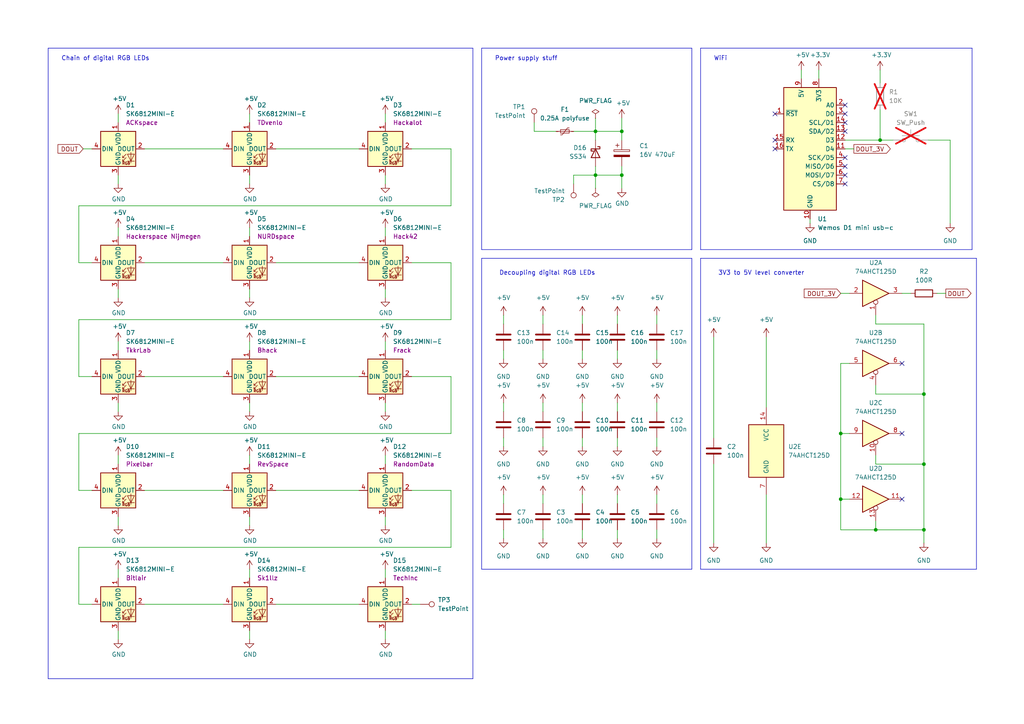
<source format=kicad_sch>
(kicad_sch (version 20230121) (generator eeschema)

  (uuid ec963368-9a61-428c-93fd-7153354089f3)

  (paper "A4")

  (title_block
    (title "Project Decennium")
    (date "2024-02-18")
    (company "https://github.com/atoomnetmarc/Project-Decennium")
    (comment 1 "CC-BY-NC")
  )

  (lib_symbols
    (symbol "74xx:74LS125" (pin_names (offset 1.016)) (in_bom yes) (on_board yes)
      (property "Reference" "U" (at 0 1.27 0)
        (effects (font (size 1.27 1.27)))
      )
      (property "Value" "74LS125" (at 0 -1.27 0)
        (effects (font (size 1.27 1.27)))
      )
      (property "Footprint" "" (at 0 0 0)
        (effects (font (size 1.27 1.27)) hide)
      )
      (property "Datasheet" "http://www.ti.com/lit/gpn/sn74LS125" (at 0 0 0)
        (effects (font (size 1.27 1.27)) hide)
      )
      (property "ki_locked" "" (at 0 0 0)
        (effects (font (size 1.27 1.27)))
      )
      (property "ki_keywords" "TTL buffer 3State" (at 0 0 0)
        (effects (font (size 1.27 1.27)) hide)
      )
      (property "ki_description" "Quad buffer 3-State outputs" (at 0 0 0)
        (effects (font (size 1.27 1.27)) hide)
      )
      (property "ki_fp_filters" "DIP*W7.62mm*" (at 0 0 0)
        (effects (font (size 1.27 1.27)) hide)
      )
      (symbol "74LS125_1_0"
        (polyline
          (pts
            (xy -3.81 3.81)
            (xy -3.81 -3.81)
            (xy 3.81 0)
            (xy -3.81 3.81)
          )
          (stroke (width 0.254) (type default))
          (fill (type background))
        )
        (pin input inverted (at 0 -6.35 90) (length 4.445)
          (name "~" (effects (font (size 1.27 1.27))))
          (number "1" (effects (font (size 1.27 1.27))))
        )
        (pin input line (at -7.62 0 0) (length 3.81)
          (name "~" (effects (font (size 1.27 1.27))))
          (number "2" (effects (font (size 1.27 1.27))))
        )
        (pin tri_state line (at 7.62 0 180) (length 3.81)
          (name "~" (effects (font (size 1.27 1.27))))
          (number "3" (effects (font (size 1.27 1.27))))
        )
      )
      (symbol "74LS125_2_0"
        (polyline
          (pts
            (xy -3.81 3.81)
            (xy -3.81 -3.81)
            (xy 3.81 0)
            (xy -3.81 3.81)
          )
          (stroke (width 0.254) (type default))
          (fill (type background))
        )
        (pin input inverted (at 0 -6.35 90) (length 4.445)
          (name "~" (effects (font (size 1.27 1.27))))
          (number "4" (effects (font (size 1.27 1.27))))
        )
        (pin input line (at -7.62 0 0) (length 3.81)
          (name "~" (effects (font (size 1.27 1.27))))
          (number "5" (effects (font (size 1.27 1.27))))
        )
        (pin tri_state line (at 7.62 0 180) (length 3.81)
          (name "~" (effects (font (size 1.27 1.27))))
          (number "6" (effects (font (size 1.27 1.27))))
        )
      )
      (symbol "74LS125_3_0"
        (polyline
          (pts
            (xy -3.81 3.81)
            (xy -3.81 -3.81)
            (xy 3.81 0)
            (xy -3.81 3.81)
          )
          (stroke (width 0.254) (type default))
          (fill (type background))
        )
        (pin input inverted (at 0 -6.35 90) (length 4.445)
          (name "~" (effects (font (size 1.27 1.27))))
          (number "10" (effects (font (size 1.27 1.27))))
        )
        (pin tri_state line (at 7.62 0 180) (length 3.81)
          (name "~" (effects (font (size 1.27 1.27))))
          (number "8" (effects (font (size 1.27 1.27))))
        )
        (pin input line (at -7.62 0 0) (length 3.81)
          (name "~" (effects (font (size 1.27 1.27))))
          (number "9" (effects (font (size 1.27 1.27))))
        )
      )
      (symbol "74LS125_4_0"
        (polyline
          (pts
            (xy -3.81 3.81)
            (xy -3.81 -3.81)
            (xy 3.81 0)
            (xy -3.81 3.81)
          )
          (stroke (width 0.254) (type default))
          (fill (type background))
        )
        (pin tri_state line (at 7.62 0 180) (length 3.81)
          (name "~" (effects (font (size 1.27 1.27))))
          (number "11" (effects (font (size 1.27 1.27))))
        )
        (pin input line (at -7.62 0 0) (length 3.81)
          (name "~" (effects (font (size 1.27 1.27))))
          (number "12" (effects (font (size 1.27 1.27))))
        )
        (pin input inverted (at 0 -6.35 90) (length 4.445)
          (name "~" (effects (font (size 1.27 1.27))))
          (number "13" (effects (font (size 1.27 1.27))))
        )
      )
      (symbol "74LS125_5_0"
        (pin power_in line (at 0 12.7 270) (length 5.08)
          (name "VCC" (effects (font (size 1.27 1.27))))
          (number "14" (effects (font (size 1.27 1.27))))
        )
        (pin power_in line (at 0 -12.7 90) (length 5.08)
          (name "GND" (effects (font (size 1.27 1.27))))
          (number "7" (effects (font (size 1.27 1.27))))
        )
      )
      (symbol "74LS125_5_1"
        (rectangle (start -5.08 7.62) (end 5.08 -7.62)
          (stroke (width 0.254) (type default))
          (fill (type background))
        )
      )
    )
    (symbol "Connector:TestPoint" (pin_numbers hide) (pin_names (offset 0.762) hide) (in_bom yes) (on_board yes)
      (property "Reference" "TP" (at 0 6.858 0)
        (effects (font (size 1.27 1.27)))
      )
      (property "Value" "TestPoint" (at 0 5.08 0)
        (effects (font (size 1.27 1.27)))
      )
      (property "Footprint" "" (at 5.08 0 0)
        (effects (font (size 1.27 1.27)) hide)
      )
      (property "Datasheet" "~" (at 5.08 0 0)
        (effects (font (size 1.27 1.27)) hide)
      )
      (property "ki_keywords" "test point tp" (at 0 0 0)
        (effects (font (size 1.27 1.27)) hide)
      )
      (property "ki_description" "test point" (at 0 0 0)
        (effects (font (size 1.27 1.27)) hide)
      )
      (property "ki_fp_filters" "Pin* Test*" (at 0 0 0)
        (effects (font (size 1.27 1.27)) hide)
      )
      (symbol "TestPoint_0_1"
        (circle (center 0 3.302) (radius 0.762)
          (stroke (width 0) (type default))
          (fill (type none))
        )
      )
      (symbol "TestPoint_1_1"
        (pin passive line (at 0 0 90) (length 2.54)
          (name "1" (effects (font (size 1.27 1.27))))
          (number "1" (effects (font (size 1.27 1.27))))
        )
      )
    )
    (symbol "Device:C" (pin_numbers hide) (pin_names (offset 0.254)) (in_bom yes) (on_board yes)
      (property "Reference" "C" (at 0.635 2.54 0)
        (effects (font (size 1.27 1.27)) (justify left))
      )
      (property "Value" "C" (at 0.635 -2.54 0)
        (effects (font (size 1.27 1.27)) (justify left))
      )
      (property "Footprint" "" (at 0.9652 -3.81 0)
        (effects (font (size 1.27 1.27)) hide)
      )
      (property "Datasheet" "~" (at 0 0 0)
        (effects (font (size 1.27 1.27)) hide)
      )
      (property "ki_keywords" "cap capacitor" (at 0 0 0)
        (effects (font (size 1.27 1.27)) hide)
      )
      (property "ki_description" "Unpolarized capacitor" (at 0 0 0)
        (effects (font (size 1.27 1.27)) hide)
      )
      (property "ki_fp_filters" "C_*" (at 0 0 0)
        (effects (font (size 1.27 1.27)) hide)
      )
      (symbol "C_0_1"
        (polyline
          (pts
            (xy -2.032 -0.762)
            (xy 2.032 -0.762)
          )
          (stroke (width 0.508) (type default))
          (fill (type none))
        )
        (polyline
          (pts
            (xy -2.032 0.762)
            (xy 2.032 0.762)
          )
          (stroke (width 0.508) (type default))
          (fill (type none))
        )
      )
      (symbol "C_1_1"
        (pin passive line (at 0 3.81 270) (length 2.794)
          (name "~" (effects (font (size 1.27 1.27))))
          (number "1" (effects (font (size 1.27 1.27))))
        )
        (pin passive line (at 0 -3.81 90) (length 2.794)
          (name "~" (effects (font (size 1.27 1.27))))
          (number "2" (effects (font (size 1.27 1.27))))
        )
      )
    )
    (symbol "Device:C_Polarized" (pin_numbers hide) (pin_names (offset 0.254)) (in_bom yes) (on_board yes)
      (property "Reference" "C" (at 0.635 2.54 0)
        (effects (font (size 1.27 1.27)) (justify left))
      )
      (property "Value" "C_Polarized" (at 0.635 -2.54 0)
        (effects (font (size 1.27 1.27)) (justify left))
      )
      (property "Footprint" "" (at 0.9652 -3.81 0)
        (effects (font (size 1.27 1.27)) hide)
      )
      (property "Datasheet" "~" (at 0 0 0)
        (effects (font (size 1.27 1.27)) hide)
      )
      (property "ki_keywords" "cap capacitor" (at 0 0 0)
        (effects (font (size 1.27 1.27)) hide)
      )
      (property "ki_description" "Polarized capacitor" (at 0 0 0)
        (effects (font (size 1.27 1.27)) hide)
      )
      (property "ki_fp_filters" "CP_*" (at 0 0 0)
        (effects (font (size 1.27 1.27)) hide)
      )
      (symbol "C_Polarized_0_1"
        (rectangle (start -2.286 0.508) (end 2.286 1.016)
          (stroke (width 0) (type default))
          (fill (type none))
        )
        (polyline
          (pts
            (xy -1.778 2.286)
            (xy -0.762 2.286)
          )
          (stroke (width 0) (type default))
          (fill (type none))
        )
        (polyline
          (pts
            (xy -1.27 2.794)
            (xy -1.27 1.778)
          )
          (stroke (width 0) (type default))
          (fill (type none))
        )
        (rectangle (start 2.286 -0.508) (end -2.286 -1.016)
          (stroke (width 0) (type default))
          (fill (type outline))
        )
      )
      (symbol "C_Polarized_1_1"
        (pin passive line (at 0 3.81 270) (length 2.794)
          (name "~" (effects (font (size 1.27 1.27))))
          (number "1" (effects (font (size 1.27 1.27))))
        )
        (pin passive line (at 0 -3.81 90) (length 2.794)
          (name "~" (effects (font (size 1.27 1.27))))
          (number "2" (effects (font (size 1.27 1.27))))
        )
      )
    )
    (symbol "Device:D_Schottky" (pin_numbers hide) (pin_names (offset 1.016) hide) (in_bom yes) (on_board yes)
      (property "Reference" "D" (at 0 2.54 0)
        (effects (font (size 1.27 1.27)))
      )
      (property "Value" "D_Schottky" (at 0 -2.54 0)
        (effects (font (size 1.27 1.27)))
      )
      (property "Footprint" "" (at 0 0 0)
        (effects (font (size 1.27 1.27)) hide)
      )
      (property "Datasheet" "~" (at 0 0 0)
        (effects (font (size 1.27 1.27)) hide)
      )
      (property "ki_keywords" "diode Schottky" (at 0 0 0)
        (effects (font (size 1.27 1.27)) hide)
      )
      (property "ki_description" "Schottky diode" (at 0 0 0)
        (effects (font (size 1.27 1.27)) hide)
      )
      (property "ki_fp_filters" "TO-???* *_Diode_* *SingleDiode* D_*" (at 0 0 0)
        (effects (font (size 1.27 1.27)) hide)
      )
      (symbol "D_Schottky_0_1"
        (polyline
          (pts
            (xy 1.27 0)
            (xy -1.27 0)
          )
          (stroke (width 0) (type default))
          (fill (type none))
        )
        (polyline
          (pts
            (xy 1.27 1.27)
            (xy 1.27 -1.27)
            (xy -1.27 0)
            (xy 1.27 1.27)
          )
          (stroke (width 0.254) (type default))
          (fill (type none))
        )
        (polyline
          (pts
            (xy -1.905 0.635)
            (xy -1.905 1.27)
            (xy -1.27 1.27)
            (xy -1.27 -1.27)
            (xy -0.635 -1.27)
            (xy -0.635 -0.635)
          )
          (stroke (width 0.254) (type default))
          (fill (type none))
        )
      )
      (symbol "D_Schottky_1_1"
        (pin passive line (at -3.81 0 0) (length 2.54)
          (name "K" (effects (font (size 1.27 1.27))))
          (number "1" (effects (font (size 1.27 1.27))))
        )
        (pin passive line (at 3.81 0 180) (length 2.54)
          (name "A" (effects (font (size 1.27 1.27))))
          (number "2" (effects (font (size 1.27 1.27))))
        )
      )
    )
    (symbol "Device:Polyfuse_Small" (pin_numbers hide) (pin_names (offset 0)) (in_bom yes) (on_board yes)
      (property "Reference" "F" (at -1.905 0 90)
        (effects (font (size 1.27 1.27)))
      )
      (property "Value" "Polyfuse_Small" (at 1.905 0 90)
        (effects (font (size 1.27 1.27)))
      )
      (property "Footprint" "" (at 1.27 -5.08 0)
        (effects (font (size 1.27 1.27)) (justify left) hide)
      )
      (property "Datasheet" "~" (at 0 0 0)
        (effects (font (size 1.27 1.27)) hide)
      )
      (property "ki_keywords" "resettable fuse PTC PPTC polyfuse polyswitch" (at 0 0 0)
        (effects (font (size 1.27 1.27)) hide)
      )
      (property "ki_description" "Resettable fuse, polymeric positive temperature coefficient, small symbol" (at 0 0 0)
        (effects (font (size 1.27 1.27)) hide)
      )
      (property "ki_fp_filters" "*polyfuse* *PTC*" (at 0 0 0)
        (effects (font (size 1.27 1.27)) hide)
      )
      (symbol "Polyfuse_Small_0_1"
        (rectangle (start -0.508 1.27) (end 0.508 -1.27)
          (stroke (width 0) (type default))
          (fill (type none))
        )
        (polyline
          (pts
            (xy 0 2.54)
            (xy 0 -2.54)
          )
          (stroke (width 0) (type default))
          (fill (type none))
        )
        (polyline
          (pts
            (xy -1.016 1.27)
            (xy -1.016 0.762)
            (xy 1.016 -0.762)
            (xy 1.016 -1.27)
          )
          (stroke (width 0) (type default))
          (fill (type none))
        )
      )
      (symbol "Polyfuse_Small_1_1"
        (pin passive line (at 0 2.54 270) (length 0.635)
          (name "~" (effects (font (size 1.27 1.27))))
          (number "1" (effects (font (size 1.27 1.27))))
        )
        (pin passive line (at 0 -2.54 90) (length 0.635)
          (name "~" (effects (font (size 1.27 1.27))))
          (number "2" (effects (font (size 1.27 1.27))))
        )
      )
    )
    (symbol "Device:R" (pin_numbers hide) (pin_names (offset 0)) (in_bom yes) (on_board yes)
      (property "Reference" "R" (at 2.032 0 90)
        (effects (font (size 1.27 1.27)))
      )
      (property "Value" "R" (at 0 0 90)
        (effects (font (size 1.27 1.27)))
      )
      (property "Footprint" "" (at -1.778 0 90)
        (effects (font (size 1.27 1.27)) hide)
      )
      (property "Datasheet" "~" (at 0 0 0)
        (effects (font (size 1.27 1.27)) hide)
      )
      (property "ki_keywords" "R res resistor" (at 0 0 0)
        (effects (font (size 1.27 1.27)) hide)
      )
      (property "ki_description" "Resistor" (at 0 0 0)
        (effects (font (size 1.27 1.27)) hide)
      )
      (property "ki_fp_filters" "R_*" (at 0 0 0)
        (effects (font (size 1.27 1.27)) hide)
      )
      (symbol "R_0_1"
        (rectangle (start -1.016 -2.54) (end 1.016 2.54)
          (stroke (width 0.254) (type default))
          (fill (type none))
        )
      )
      (symbol "R_1_1"
        (pin passive line (at 0 3.81 270) (length 1.27)
          (name "~" (effects (font (size 1.27 1.27))))
          (number "1" (effects (font (size 1.27 1.27))))
        )
        (pin passive line (at 0 -3.81 90) (length 1.27)
          (name "~" (effects (font (size 1.27 1.27))))
          (number "2" (effects (font (size 1.27 1.27))))
        )
      )
    )
    (symbol "LED-extra:SK6812MINI-E" (pin_names (offset 0.254)) (in_bom yes) (on_board yes)
      (property "Reference" "D" (at 5.08 5.715 0)
        (effects (font (size 1.27 1.27)) (justify right bottom))
      )
      (property "Value" "SK6812MINI-E" (at 1.27 -5.715 0)
        (effects (font (size 1.27 1.27)) (justify left top))
      )
      (property "Footprint" "LED_SMD-extra:LED_SK6812MINI-E_3.2x2.8x1.78mm_P1.5mm" (at 1.27 -7.62 0)
        (effects (font (size 1.27 1.27)) (justify left top) hide)
      )
      (property "Datasheet" "https://datasheet.lcsc.com/lcsc/2305101623_OPSCO-Optoelectronics-SK6812MINI-E_C5149201.pdf" (at 2.54 -9.525 0)
        (effects (font (size 1.27 1.27)) (justify left top) hide)
      )
      (property "ki_keywords" "Reverse mount RGB LED NeoPixel Mini addressable" (at 0 0 0)
        (effects (font (size 1.27 1.27)) hide)
      )
      (property "ki_description" "Reverse mount RGB LED with integrated controller" (at 0 0 0)
        (effects (font (size 1.27 1.27)) hide)
      )
      (symbol "SK6812MINI-E_0_0"
        (text "RGB" (at 2.286 -4.191 0)
          (effects (font (size 0.762 0.762)))
        )
      )
      (symbol "SK6812MINI-E_0_1"
        (rectangle (start -5.08 5.08) (end 5.08 -5.08)
          (stroke (width 0.254) (type default))
          (fill (type background))
        )
        (polyline
          (pts
            (xy 1.27 -3.556)
            (xy 1.778 -3.556)
          )
          (stroke (width 0) (type default))
          (fill (type none))
        )
        (polyline
          (pts
            (xy 1.27 -2.54)
            (xy 1.778 -2.54)
          )
          (stroke (width 0) (type default))
          (fill (type none))
        )
        (polyline
          (pts
            (xy 4.699 -3.556)
            (xy 2.667 -3.556)
          )
          (stroke (width 0) (type default))
          (fill (type none))
        )
        (polyline
          (pts
            (xy 2.286 -2.54)
            (xy 1.27 -3.556)
            (xy 1.27 -3.048)
          )
          (stroke (width 0) (type default))
          (fill (type none))
        )
        (polyline
          (pts
            (xy 2.286 -1.524)
            (xy 1.27 -2.54)
            (xy 1.27 -2.032)
          )
          (stroke (width 0) (type default))
          (fill (type none))
        )
        (polyline
          (pts
            (xy 3.683 -1.016)
            (xy 3.683 -3.556)
            (xy 3.683 -4.064)
          )
          (stroke (width 0) (type default))
          (fill (type none))
        )
        (polyline
          (pts
            (xy 4.699 -1.524)
            (xy 2.667 -1.524)
            (xy 3.683 -3.556)
            (xy 4.699 -1.524)
          )
          (stroke (width 0) (type default))
          (fill (type none))
        )
      )
      (symbol "SK6812MINI-E_1_1"
        (pin power_in line (at 0 7.62 270) (length 2.54)
          (name "VDD" (effects (font (size 1.27 1.27))))
          (number "1" (effects (font (size 1.27 1.27))))
        )
        (pin output line (at 7.62 0 180) (length 2.54)
          (name "DOUT" (effects (font (size 1.27 1.27))))
          (number "2" (effects (font (size 1.27 1.27))))
        )
        (pin power_in line (at 0 -7.62 90) (length 2.54)
          (name "GND" (effects (font (size 1.27 1.27))))
          (number "3" (effects (font (size 1.27 1.27))))
        )
        (pin input line (at -7.62 0 0) (length 2.54)
          (name "DIN" (effects (font (size 1.27 1.27))))
          (number "4" (effects (font (size 1.27 1.27))))
        )
      )
    )
    (symbol "MCU_Module:WeMos_D1_mini" (in_bom yes) (on_board yes)
      (property "Reference" "U" (at 3.81 19.05 0)
        (effects (font (size 1.27 1.27)) (justify left))
      )
      (property "Value" "WeMos_D1_mini" (at 1.27 -19.05 0)
        (effects (font (size 1.27 1.27)) (justify left))
      )
      (property "Footprint" "Module:WEMOS_D1_mini_light" (at 0 -29.21 0)
        (effects (font (size 1.27 1.27)) hide)
      )
      (property "Datasheet" "https://wiki.wemos.cc/products:d1:d1_mini#documentation" (at -46.99 -29.21 0)
        (effects (font (size 1.27 1.27)) hide)
      )
      (property "ki_keywords" "ESP8266 WiFi microcontroller ESP8266EX" (at 0 0 0)
        (effects (font (size 1.27 1.27)) hide)
      )
      (property "ki_description" "32-bit microcontroller module with WiFi" (at 0 0 0)
        (effects (font (size 1.27 1.27)) hide)
      )
      (property "ki_fp_filters" "WEMOS*D1*mini*" (at 0 0 0)
        (effects (font (size 1.27 1.27)) hide)
      )
      (symbol "WeMos_D1_mini_1_1"
        (rectangle (start -7.62 17.78) (end 7.62 -17.78)
          (stroke (width 0.254) (type default))
          (fill (type background))
        )
        (pin input line (at -10.16 10.16 0) (length 2.54)
          (name "~{RST}" (effects (font (size 1.27 1.27))))
          (number "1" (effects (font (size 1.27 1.27))))
        )
        (pin power_in line (at 0 -20.32 90) (length 2.54)
          (name "GND" (effects (font (size 1.27 1.27))))
          (number "10" (effects (font (size 1.27 1.27))))
        )
        (pin bidirectional line (at 10.16 0 180) (length 2.54)
          (name "D4" (effects (font (size 1.27 1.27))))
          (number "11" (effects (font (size 1.27 1.27))))
        )
        (pin bidirectional line (at 10.16 2.54 180) (length 2.54)
          (name "D3" (effects (font (size 1.27 1.27))))
          (number "12" (effects (font (size 1.27 1.27))))
        )
        (pin bidirectional line (at 10.16 5.08 180) (length 2.54)
          (name "SDA/D2" (effects (font (size 1.27 1.27))))
          (number "13" (effects (font (size 1.27 1.27))))
        )
        (pin bidirectional line (at 10.16 7.62 180) (length 2.54)
          (name "SCL/D1" (effects (font (size 1.27 1.27))))
          (number "14" (effects (font (size 1.27 1.27))))
        )
        (pin input line (at -10.16 2.54 0) (length 2.54)
          (name "RX" (effects (font (size 1.27 1.27))))
          (number "15" (effects (font (size 1.27 1.27))))
        )
        (pin output line (at -10.16 0 0) (length 2.54)
          (name "TX" (effects (font (size 1.27 1.27))))
          (number "16" (effects (font (size 1.27 1.27))))
        )
        (pin input line (at 10.16 12.7 180) (length 2.54)
          (name "A0" (effects (font (size 1.27 1.27))))
          (number "2" (effects (font (size 1.27 1.27))))
        )
        (pin bidirectional line (at 10.16 10.16 180) (length 2.54)
          (name "D0" (effects (font (size 1.27 1.27))))
          (number "3" (effects (font (size 1.27 1.27))))
        )
        (pin bidirectional line (at 10.16 -2.54 180) (length 2.54)
          (name "SCK/D5" (effects (font (size 1.27 1.27))))
          (number "4" (effects (font (size 1.27 1.27))))
        )
        (pin bidirectional line (at 10.16 -5.08 180) (length 2.54)
          (name "MISO/D6" (effects (font (size 1.27 1.27))))
          (number "5" (effects (font (size 1.27 1.27))))
        )
        (pin bidirectional line (at 10.16 -7.62 180) (length 2.54)
          (name "MOSI/D7" (effects (font (size 1.27 1.27))))
          (number "6" (effects (font (size 1.27 1.27))))
        )
        (pin bidirectional line (at 10.16 -10.16 180) (length 2.54)
          (name "CS/D8" (effects (font (size 1.27 1.27))))
          (number "7" (effects (font (size 1.27 1.27))))
        )
        (pin power_out line (at 2.54 20.32 270) (length 2.54)
          (name "3V3" (effects (font (size 1.27 1.27))))
          (number "8" (effects (font (size 1.27 1.27))))
        )
        (pin power_in line (at -2.54 20.32 270) (length 2.54)
          (name "5V" (effects (font (size 1.27 1.27))))
          (number "9" (effects (font (size 1.27 1.27))))
        )
      )
    )
    (symbol "Switch:SW_Push" (pin_numbers hide) (pin_names (offset 1.016) hide) (in_bom yes) (on_board yes)
      (property "Reference" "SW" (at 1.27 2.54 0)
        (effects (font (size 1.27 1.27)) (justify left))
      )
      (property "Value" "SW_Push" (at 0 -1.524 0)
        (effects (font (size 1.27 1.27)))
      )
      (property "Footprint" "" (at 0 5.08 0)
        (effects (font (size 1.27 1.27)) hide)
      )
      (property "Datasheet" "~" (at 0 5.08 0)
        (effects (font (size 1.27 1.27)) hide)
      )
      (property "ki_keywords" "switch normally-open pushbutton push-button" (at 0 0 0)
        (effects (font (size 1.27 1.27)) hide)
      )
      (property "ki_description" "Push button switch, generic, two pins" (at 0 0 0)
        (effects (font (size 1.27 1.27)) hide)
      )
      (symbol "SW_Push_0_1"
        (circle (center -2.032 0) (radius 0.508)
          (stroke (width 0) (type default))
          (fill (type none))
        )
        (polyline
          (pts
            (xy 0 1.27)
            (xy 0 3.048)
          )
          (stroke (width 0) (type default))
          (fill (type none))
        )
        (polyline
          (pts
            (xy 2.54 1.27)
            (xy -2.54 1.27)
          )
          (stroke (width 0) (type default))
          (fill (type none))
        )
        (circle (center 2.032 0) (radius 0.508)
          (stroke (width 0) (type default))
          (fill (type none))
        )
        (pin passive line (at -5.08 0 0) (length 2.54)
          (name "1" (effects (font (size 1.27 1.27))))
          (number "1" (effects (font (size 1.27 1.27))))
        )
        (pin passive line (at 5.08 0 180) (length 2.54)
          (name "2" (effects (font (size 1.27 1.27))))
          (number "2" (effects (font (size 1.27 1.27))))
        )
      )
    )
    (symbol "power:+3.3V" (power) (pin_names (offset 0)) (in_bom yes) (on_board yes)
      (property "Reference" "#PWR" (at 0 -3.81 0)
        (effects (font (size 1.27 1.27)) hide)
      )
      (property "Value" "+3.3V" (at 0 3.556 0)
        (effects (font (size 1.27 1.27)))
      )
      (property "Footprint" "" (at 0 0 0)
        (effects (font (size 1.27 1.27)) hide)
      )
      (property "Datasheet" "" (at 0 0 0)
        (effects (font (size 1.27 1.27)) hide)
      )
      (property "ki_keywords" "global power" (at 0 0 0)
        (effects (font (size 1.27 1.27)) hide)
      )
      (property "ki_description" "Power symbol creates a global label with name \"+3.3V\"" (at 0 0 0)
        (effects (font (size 1.27 1.27)) hide)
      )
      (symbol "+3.3V_0_1"
        (polyline
          (pts
            (xy -0.762 1.27)
            (xy 0 2.54)
          )
          (stroke (width 0) (type default))
          (fill (type none))
        )
        (polyline
          (pts
            (xy 0 0)
            (xy 0 2.54)
          )
          (stroke (width 0) (type default))
          (fill (type none))
        )
        (polyline
          (pts
            (xy 0 2.54)
            (xy 0.762 1.27)
          )
          (stroke (width 0) (type default))
          (fill (type none))
        )
      )
      (symbol "+3.3V_1_1"
        (pin power_in line (at 0 0 90) (length 0) hide
          (name "+3.3V" (effects (font (size 1.27 1.27))))
          (number "1" (effects (font (size 1.27 1.27))))
        )
      )
    )
    (symbol "power:+5V" (power) (pin_names (offset 0)) (in_bom yes) (on_board yes)
      (property "Reference" "#PWR" (at 0 -3.81 0)
        (effects (font (size 1.27 1.27)) hide)
      )
      (property "Value" "+5V" (at 0 3.556 0)
        (effects (font (size 1.27 1.27)))
      )
      (property "Footprint" "" (at 0 0 0)
        (effects (font (size 1.27 1.27)) hide)
      )
      (property "Datasheet" "" (at 0 0 0)
        (effects (font (size 1.27 1.27)) hide)
      )
      (property "ki_keywords" "global power" (at 0 0 0)
        (effects (font (size 1.27 1.27)) hide)
      )
      (property "ki_description" "Power symbol creates a global label with name \"+5V\"" (at 0 0 0)
        (effects (font (size 1.27 1.27)) hide)
      )
      (symbol "+5V_0_1"
        (polyline
          (pts
            (xy -0.762 1.27)
            (xy 0 2.54)
          )
          (stroke (width 0) (type default))
          (fill (type none))
        )
        (polyline
          (pts
            (xy 0 0)
            (xy 0 2.54)
          )
          (stroke (width 0) (type default))
          (fill (type none))
        )
        (polyline
          (pts
            (xy 0 2.54)
            (xy 0.762 1.27)
          )
          (stroke (width 0) (type default))
          (fill (type none))
        )
      )
      (symbol "+5V_1_1"
        (pin power_in line (at 0 0 90) (length 0) hide
          (name "+5V" (effects (font (size 1.27 1.27))))
          (number "1" (effects (font (size 1.27 1.27))))
        )
      )
    )
    (symbol "power:GND" (power) (pin_names (offset 0)) (in_bom yes) (on_board yes)
      (property "Reference" "#PWR" (at 0 -6.35 0)
        (effects (font (size 1.27 1.27)) hide)
      )
      (property "Value" "GND" (at 0 -3.81 0)
        (effects (font (size 1.27 1.27)))
      )
      (property "Footprint" "" (at 0 0 0)
        (effects (font (size 1.27 1.27)) hide)
      )
      (property "Datasheet" "" (at 0 0 0)
        (effects (font (size 1.27 1.27)) hide)
      )
      (property "ki_keywords" "global power" (at 0 0 0)
        (effects (font (size 1.27 1.27)) hide)
      )
      (property "ki_description" "Power symbol creates a global label with name \"GND\" , ground" (at 0 0 0)
        (effects (font (size 1.27 1.27)) hide)
      )
      (symbol "GND_0_1"
        (polyline
          (pts
            (xy 0 0)
            (xy 0 -1.27)
            (xy 1.27 -1.27)
            (xy 0 -2.54)
            (xy -1.27 -1.27)
            (xy 0 -1.27)
          )
          (stroke (width 0) (type default))
          (fill (type none))
        )
      )
      (symbol "GND_1_1"
        (pin power_in line (at 0 0 270) (length 0) hide
          (name "GND" (effects (font (size 1.27 1.27))))
          (number "1" (effects (font (size 1.27 1.27))))
        )
      )
    )
    (symbol "power:PWR_FLAG" (power) (pin_numbers hide) (pin_names (offset 0) hide) (in_bom yes) (on_board yes)
      (property "Reference" "#FLG" (at 0 1.905 0)
        (effects (font (size 1.27 1.27)) hide)
      )
      (property "Value" "PWR_FLAG" (at 0 3.81 0)
        (effects (font (size 1.27 1.27)))
      )
      (property "Footprint" "" (at 0 0 0)
        (effects (font (size 1.27 1.27)) hide)
      )
      (property "Datasheet" "~" (at 0 0 0)
        (effects (font (size 1.27 1.27)) hide)
      )
      (property "ki_keywords" "flag power" (at 0 0 0)
        (effects (font (size 1.27 1.27)) hide)
      )
      (property "ki_description" "Special symbol for telling ERC where power comes from" (at 0 0 0)
        (effects (font (size 1.27 1.27)) hide)
      )
      (symbol "PWR_FLAG_0_0"
        (pin power_out line (at 0 0 90) (length 0)
          (name "pwr" (effects (font (size 1.27 1.27))))
          (number "1" (effects (font (size 1.27 1.27))))
        )
      )
      (symbol "PWR_FLAG_0_1"
        (polyline
          (pts
            (xy 0 0)
            (xy 0 1.27)
            (xy -1.016 1.905)
            (xy 0 2.54)
            (xy 1.016 1.905)
            (xy 0 1.27)
          )
          (stroke (width 0) (type default))
          (fill (type none))
        )
      )
    )
  )

  (junction (at 243.84 144.78) (diameter 0) (color 0 0 0 0)
    (uuid 0b30f560-a302-472b-9956-5b73b56fe9e0)
  )
  (junction (at 243.84 125.73) (diameter 0) (color 0 0 0 0)
    (uuid 1003e081-1dcf-4197-820b-e0ff2ab81701)
  )
  (junction (at 172.72 38.1) (diameter 0) (color 0 0 0 0)
    (uuid 28b3d2f4-3eb2-42f0-b688-97db6ba3c24f)
  )
  (junction (at 255.27 40.64) (diameter 0) (color 0 0 0 0)
    (uuid 791cb6e5-e92f-4a42-8624-348c306ef283)
  )
  (junction (at 180.34 38.1) (diameter 0) (color 0 0 0 0)
    (uuid 94aa78cc-4c60-456a-b127-732ac7f66215)
  )
  (junction (at 254 153.67) (diameter 0) (color 0 0 0 0)
    (uuid a95c661c-4aba-4886-baa6-5de242bfc6d2)
  )
  (junction (at 172.72 50.8) (diameter 0) (color 0 0 0 0)
    (uuid c7e38b26-d3fb-4f9c-8a8c-9cf536efd049)
  )
  (junction (at 267.97 153.67) (diameter 0) (color 0 0 0 0)
    (uuid c9824544-64c2-4d1c-927c-3ef3bc787fbb)
  )
  (junction (at 267.97 134.62) (diameter 0) (color 0 0 0 0)
    (uuid d09b9b51-4db3-449b-91f1-2373817002cc)
  )
  (junction (at 267.97 114.3) (diameter 0) (color 0 0 0 0)
    (uuid e0d0ed55-d584-4b6c-89dd-d3822a026e9d)
  )
  (junction (at 180.34 50.8) (diameter 0) (color 0 0 0 0)
    (uuid feef21a7-9c1d-491c-b1ed-69eafc31fbe1)
  )

  (no_connect (at 245.11 45.72) (uuid 14621342-e889-4801-a5f3-ed497ecd4027))
  (no_connect (at 261.62 144.78) (uuid 21ed61e0-ec3c-4657-bb90-49defb4241aa))
  (no_connect (at 245.11 53.34) (uuid 2d1e2dae-2399-46cd-8c70-359d59063675))
  (no_connect (at 245.11 38.1) (uuid 2df7c87a-a17f-4e3f-88f5-fa5f96519f34))
  (no_connect (at 245.11 35.56) (uuid 3fe4c898-9210-4ed3-b182-ed50e03c894b))
  (no_connect (at 245.11 50.8) (uuid 45a05bb1-40b6-427b-af57-c1bc3e8c10a7))
  (no_connect (at 224.79 33.02) (uuid 475c820a-a3f9-4012-8bae-ee1063e8d2d2))
  (no_connect (at 224.79 43.18) (uuid 4a7880da-e8cd-4ab9-aaf2-e428b429b5f5))
  (no_connect (at 224.79 40.64) (uuid 563ecc40-b077-4161-855b-93fe515236b0))
  (no_connect (at 245.11 48.26) (uuid 6abe0410-3f44-429b-9cbc-14a3080cd696))
  (no_connect (at 245.11 33.02) (uuid 72986adc-ec68-435a-8fb9-cd4778deff57))
  (no_connect (at 245.11 30.48) (uuid c77e9b95-50bd-42a4-bc9b-0c817090e8b7))
  (no_connect (at 261.62 105.41) (uuid d75f1e22-9d44-4a9a-b580-673726cba0ae))
  (no_connect (at 261.62 125.73) (uuid e034c340-0d93-4455-a4dd-a9f8f70eb355))

  (wire (pts (xy 207.01 97.79) (xy 207.01 127))
    (stroke (width 0) (type default))
    (uuid 01cb0e93-d897-4a90-9fef-d8c9ad7e0336)
  )
  (wire (pts (xy 34.29 134.62) (xy 34.29 132.08))
    (stroke (width 0) (type default))
    (uuid 01f284c7-4ef2-4127-b1a6-2a291a61456e)
  )
  (polyline (pts (xy 13.97 13.97) (xy 137.16 13.97))
    (stroke (width 0) (type default))
    (uuid 07978218-f1ba-47b1-b425-628bb93d16b5)
  )

  (wire (pts (xy 111.76 132.08) (xy 111.76 134.62))
    (stroke (width 0) (type default))
    (uuid 08390dd7-37fc-4a61-812c-6c776e66978b)
  )
  (wire (pts (xy 222.25 143.51) (xy 222.25 157.48))
    (stroke (width 0) (type default))
    (uuid 0851cacf-e4be-49c5-a57e-42ec5060e49c)
  )
  (wire (pts (xy 254 114.3) (xy 267.97 114.3))
    (stroke (width 0) (type default))
    (uuid 0ded50cf-7778-4cae-b4ad-6a27076ba976)
  )
  (wire (pts (xy 34.29 50.8) (xy 34.29 53.34))
    (stroke (width 0) (type default))
    (uuid 0f4bf796-990d-4b92-860e-08d0dfc95600)
  )
  (wire (pts (xy 168.91 143.51) (xy 168.91 146.05))
    (stroke (width 0) (type default))
    (uuid 10eef417-5f1f-4adc-ab47-05334a4a528e)
  )
  (wire (pts (xy 24.13 43.18) (xy 26.67 43.18))
    (stroke (width 0) (type default))
    (uuid 1110b390-2e7b-4f17-8fa8-1d7fb16cc5db)
  )
  (wire (pts (xy 245.11 40.64) (xy 255.27 40.64))
    (stroke (width 0) (type default))
    (uuid 1262ef2d-80e4-4b00-b44a-606a9cb4cf98)
  )
  (wire (pts (xy 72.39 33.02) (xy 72.39 35.56))
    (stroke (width 0) (type default))
    (uuid 132b1b51-422e-4412-a827-f3e611d9114a)
  )
  (wire (pts (xy 111.76 165.1) (xy 111.76 167.64))
    (stroke (width 0) (type default))
    (uuid 15acae4b-06cd-43e1-80c6-beb22f0942bb)
  )
  (wire (pts (xy 34.29 149.86) (xy 34.29 152.4))
    (stroke (width 0) (type default))
    (uuid 1870a992-508b-46a8-b9f6-4c2e35ea8ea2)
  )
  (wire (pts (xy 130.81 142.24) (xy 130.81 158.75))
    (stroke (width 0) (type default))
    (uuid 1b31b23f-799a-4793-9ac5-d3d91fe1d361)
  )
  (wire (pts (xy 254 134.62) (xy 267.97 134.62))
    (stroke (width 0) (type default))
    (uuid 1b8964ad-59d7-4837-9473-a192fedf019e)
  )
  (wire (pts (xy 179.07 101.6) (xy 179.07 104.14))
    (stroke (width 0) (type default))
    (uuid 1bfa8132-b7a0-434a-af32-6cdeec05e5b2)
  )
  (wire (pts (xy 180.34 40.64) (xy 180.34 38.1))
    (stroke (width 0) (type default))
    (uuid 1c5fc56a-737f-4a51-b6e9-c6cb7b8589d5)
  )
  (wire (pts (xy 72.39 165.1) (xy 72.39 167.64))
    (stroke (width 0) (type default))
    (uuid 1e2ec8c9-3b8f-488b-b16f-a820583b6015)
  )
  (wire (pts (xy 245.11 43.18) (xy 247.65 43.18))
    (stroke (width 0) (type default))
    (uuid 1e58ef39-7d16-4c62-9aec-15e5c66478ea)
  )
  (wire (pts (xy 34.29 182.88) (xy 34.29 185.42))
    (stroke (width 0) (type default))
    (uuid 2115c901-ac93-4035-a1d0-935d00ad4682)
  )
  (wire (pts (xy 172.72 50.8) (xy 180.34 50.8))
    (stroke (width 0) (type default))
    (uuid 239bd478-8709-4b4e-a029-01409da4df89)
  )
  (wire (pts (xy 243.84 125.73) (xy 246.38 125.73))
    (stroke (width 0) (type default))
    (uuid 256ac7b2-a411-4123-a0c4-606b623b1148)
  )
  (polyline (pts (xy 200.66 72.39) (xy 200.66 13.97))
    (stroke (width 0) (type default))
    (uuid 25bdfd95-f81c-4a57-9435-d1e909a67031)
  )

  (wire (pts (xy 111.76 149.86) (xy 111.76 152.4))
    (stroke (width 0) (type default))
    (uuid 25f55697-e0f8-4cf1-a1a1-b5466f06e842)
  )
  (wire (pts (xy 80.01 175.26) (xy 104.14 175.26))
    (stroke (width 0) (type default))
    (uuid 26de00e9-d031-47bf-b60c-df7d67ededa9)
  )
  (wire (pts (xy 157.48 116.84) (xy 157.48 119.38))
    (stroke (width 0) (type default))
    (uuid 290d2c73-9af6-4691-8298-cacc48c3c9e2)
  )
  (wire (pts (xy 243.84 144.78) (xy 246.38 144.78))
    (stroke (width 0) (type default))
    (uuid 29d04a05-d45d-4ae0-bf2a-93bc3e886129)
  )
  (wire (pts (xy 111.76 116.84) (xy 111.76 119.38))
    (stroke (width 0) (type default))
    (uuid 2bbd6dea-e123-4293-b2d4-02cffde6c963)
  )
  (wire (pts (xy 80.01 142.24) (xy 104.14 142.24))
    (stroke (width 0) (type default))
    (uuid 2bc56db0-11e5-4897-a1e3-f3bbaac6b196)
  )
  (wire (pts (xy 22.86 92.71) (xy 22.86 109.22))
    (stroke (width 0) (type default))
    (uuid 2d508a02-86ec-4247-91d6-42f3a6b5c416)
  )
  (wire (pts (xy 243.84 153.67) (xy 254 153.67))
    (stroke (width 0) (type default))
    (uuid 31496007-7f1b-4b17-bd6d-537b07420bde)
  )
  (wire (pts (xy 146.05 91.44) (xy 146.05 93.98))
    (stroke (width 0) (type default))
    (uuid 31bd41a0-0243-44e9-b3a8-4658bf4b05d0)
  )
  (wire (pts (xy 166.37 53.34) (xy 166.37 50.8))
    (stroke (width 0) (type default))
    (uuid 322d35a9-6ee1-4a64-ad4b-bcf42a3e8e16)
  )
  (wire (pts (xy 157.48 143.51) (xy 157.48 146.05))
    (stroke (width 0) (type default))
    (uuid 331c9f94-5266-4ecf-a245-4a3aecd21f63)
  )
  (wire (pts (xy 190.5 127) (xy 190.5 129.54))
    (stroke (width 0) (type default))
    (uuid 33feceae-65ba-4ea2-9960-185ea7a9a280)
  )
  (wire (pts (xy 254 111.76) (xy 254 114.3))
    (stroke (width 0) (type default))
    (uuid 359486a2-2a38-4cbe-b142-7c45359afd10)
  )
  (wire (pts (xy 146.05 101.6) (xy 146.05 104.14))
    (stroke (width 0) (type default))
    (uuid 3809451f-314f-4728-bb71-74f09eba8612)
  )
  (wire (pts (xy 190.5 101.6) (xy 190.5 104.14))
    (stroke (width 0) (type default))
    (uuid 3d059e94-f7dd-419e-8449-a1338b0c0685)
  )
  (wire (pts (xy 111.76 182.88) (xy 111.76 185.42))
    (stroke (width 0) (type default))
    (uuid 409547ff-9fd3-4bbe-97e5-506443297c76)
  )
  (wire (pts (xy 34.29 101.6) (xy 34.29 99.06))
    (stroke (width 0) (type default))
    (uuid 436ec089-a337-455e-a394-8c748477dd33)
  )
  (wire (pts (xy 157.48 91.44) (xy 157.48 93.98))
    (stroke (width 0) (type default))
    (uuid 4370baca-1e78-4678-9ba9-7f9d80357663)
  )
  (wire (pts (xy 168.91 153.67) (xy 168.91 156.21))
    (stroke (width 0) (type default))
    (uuid 448f3b15-c1da-4c01-bcc3-f51edbfafac9)
  )
  (wire (pts (xy 72.39 132.08) (xy 72.39 134.62))
    (stroke (width 0) (type default))
    (uuid 44dbb74d-dd1e-4c07-8574-e6557adaeb0c)
  )
  (wire (pts (xy 190.5 116.84) (xy 190.5 119.38))
    (stroke (width 0) (type default))
    (uuid 4672d834-6ac5-454b-b124-38fd62635618)
  )
  (wire (pts (xy 161.29 38.1) (xy 154.94 38.1))
    (stroke (width 0) (type default))
    (uuid 4cdcae08-a9ce-4b60-bf9a-c0f1bb9c13cc)
  )
  (wire (pts (xy 41.91 43.18) (xy 64.77 43.18))
    (stroke (width 0) (type default))
    (uuid 4eb6f152-d766-4c86-8b56-37adc2965205)
  )
  (wire (pts (xy 130.81 92.71) (xy 22.86 92.71))
    (stroke (width 0) (type default))
    (uuid 5139cb6a-f51b-4651-8dc4-4a6ebca45f99)
  )
  (wire (pts (xy 254 132.08) (xy 254 134.62))
    (stroke (width 0) (type default))
    (uuid 51449740-6d85-477f-94fa-df03973a9be5)
  )
  (wire (pts (xy 190.5 153.67) (xy 190.5 156.21))
    (stroke (width 0) (type default))
    (uuid 515e2771-cb6f-4c0c-b6d6-c0a6cffbb2bc)
  )
  (wire (pts (xy 72.39 50.8) (xy 72.39 53.34))
    (stroke (width 0) (type default))
    (uuid 56354e76-4ef1-43c3-9e34-8f8f3c886dde)
  )
  (wire (pts (xy 267.97 134.62) (xy 267.97 153.67))
    (stroke (width 0) (type default))
    (uuid 57ed3195-4662-44ab-b39e-f293e44e9de0)
  )
  (wire (pts (xy 22.86 59.69) (xy 22.86 76.2))
    (stroke (width 0) (type default))
    (uuid 5b4bf9da-1d7a-4550-9442-ec314346045d)
  )
  (wire (pts (xy 166.37 38.1) (xy 172.72 38.1))
    (stroke (width 0) (type default))
    (uuid 5e72d1dc-5c90-43f1-824a-25e0d66d0d3e)
  )
  (wire (pts (xy 172.72 48.26) (xy 172.72 50.8))
    (stroke (width 0) (type default))
    (uuid 60194dcf-1c2c-431d-95f4-ef02ded0b005)
  )
  (wire (pts (xy 275.59 40.64) (xy 269.24 40.64))
    (stroke (width 0) (type default))
    (uuid 60c5620e-8744-4e94-b765-75de37b46c9e)
  )
  (wire (pts (xy 119.38 175.26) (xy 121.92 175.26))
    (stroke (width 0) (type default))
    (uuid 640b7d0e-3de1-473e-999c-4fba6673b2c2)
  )
  (wire (pts (xy 243.84 85.09) (xy 246.38 85.09))
    (stroke (width 0) (type default))
    (uuid 64975bc4-83df-48ed-9b68-65430da03801)
  )
  (wire (pts (xy 166.37 50.8) (xy 172.72 50.8))
    (stroke (width 0) (type default))
    (uuid 656102e6-b5c2-4fd2-8293-e00c1a8bf97a)
  )
  (wire (pts (xy 72.39 149.86) (xy 72.39 152.4))
    (stroke (width 0) (type default))
    (uuid 6698a11e-e248-49a3-8ce7-00f94fd157ad)
  )
  (wire (pts (xy 254 91.44) (xy 254 93.98))
    (stroke (width 0) (type default))
    (uuid 6aa223bb-83d1-4699-8452-7413fc9daae3)
  )
  (wire (pts (xy 111.76 33.02) (xy 111.76 35.56))
    (stroke (width 0) (type default))
    (uuid 6b9fbdd3-1373-4c9f-8b24-23d97ec02588)
  )
  (polyline (pts (xy 283.21 74.93) (xy 203.2 74.93))
    (stroke (width 0) (type default))
    (uuid 6bd85392-2c02-44ad-8dfc-1a745aa34f44)
  )

  (wire (pts (xy 146.05 116.84) (xy 146.05 119.38))
    (stroke (width 0) (type default))
    (uuid 6d95be55-e3eb-4c40-997c-93400c41dc06)
  )
  (wire (pts (xy 41.91 76.2) (xy 64.77 76.2))
    (stroke (width 0) (type default))
    (uuid 6e32c9d6-4631-45f0-8d6a-45030e53ca9d)
  )
  (wire (pts (xy 172.72 50.8) (xy 172.72 54.61))
    (stroke (width 0) (type default))
    (uuid 70bdef05-8357-4e6e-bd64-7aeffcc55271)
  )
  (polyline (pts (xy 281.94 13.97) (xy 203.2 13.97))
    (stroke (width 0) (type default))
    (uuid 71907ba6-636b-46ea-bdb4-2e352661a88e)
  )

  (wire (pts (xy 130.81 125.73) (xy 22.86 125.73))
    (stroke (width 0) (type default))
    (uuid 71f7b58c-41be-445d-8de6-e94455c86eff)
  )
  (polyline (pts (xy 139.7 74.93) (xy 139.7 165.1))
    (stroke (width 0) (type default))
    (uuid 72fe903e-d4e9-4398-a34a-8e6899e27171)
  )

  (wire (pts (xy 22.86 142.24) (xy 26.67 142.24))
    (stroke (width 0) (type default))
    (uuid 77210508-3a75-47fd-9543-d23724175fb1)
  )
  (polyline (pts (xy 200.66 13.97) (xy 139.7 13.97))
    (stroke (width 0) (type default))
    (uuid 78d83ca3-ebdb-4985-a160-c1fb81c16d96)
  )

  (wire (pts (xy 172.72 34.29) (xy 172.72 38.1))
    (stroke (width 0) (type default))
    (uuid 7addc2c8-7417-4c51-aadb-0f52231e3a63)
  )
  (wire (pts (xy 179.07 127) (xy 179.07 129.54))
    (stroke (width 0) (type default))
    (uuid 7e2b7e0a-3240-4dd6-939e-f44362872fcb)
  )
  (polyline (pts (xy 203.2 13.97) (xy 203.2 72.39))
    (stroke (width 0) (type default))
    (uuid 7e57f8cf-d790-4caa-bdf2-d4d6738fc83a)
  )

  (wire (pts (xy 271.78 85.09) (xy 274.32 85.09))
    (stroke (width 0) (type default))
    (uuid 810c49ef-9cb3-4de2-84ad-7a6a932cc55d)
  )
  (wire (pts (xy 22.86 158.75) (xy 22.86 175.26))
    (stroke (width 0) (type default))
    (uuid 82c67f09-3638-46b1-8797-f6c3f7136d1b)
  )
  (wire (pts (xy 172.72 38.1) (xy 180.34 38.1))
    (stroke (width 0) (type default))
    (uuid 8411c2f9-ffb3-4a9c-a8dd-904dc0160faa)
  )
  (polyline (pts (xy 139.7 72.39) (xy 200.66 72.39))
    (stroke (width 0) (type default))
    (uuid 868960f0-7802-43ca-bd9f-70aa12ae9384)
  )

  (wire (pts (xy 232.41 20.32) (xy 232.41 22.86))
    (stroke (width 0) (type default))
    (uuid 869c42ff-fa56-46ad-98ce-80a8699a0b20)
  )
  (polyline (pts (xy 137.16 196.85) (xy 13.97 196.85))
    (stroke (width 0) (type default))
    (uuid 88d08a5f-5fec-4ae8-a11a-a527a117e761)
  )

  (wire (pts (xy 243.84 144.78) (xy 243.84 153.67))
    (stroke (width 0) (type default))
    (uuid 8b1e9df8-6305-4772-9fdf-3e9d94bfa00b)
  )
  (wire (pts (xy 130.81 158.75) (xy 22.86 158.75))
    (stroke (width 0) (type default))
    (uuid 8c3d1616-8da8-488d-a2cc-e5c288f46309)
  )
  (wire (pts (xy 222.25 97.79) (xy 222.25 118.11))
    (stroke (width 0) (type default))
    (uuid 8f32c743-bae4-46be-a349-f624f401dd64)
  )
  (wire (pts (xy 130.81 109.22) (xy 130.81 125.73))
    (stroke (width 0) (type default))
    (uuid 8f38c3bd-d12b-4282-9b47-f2ae0943d839)
  )
  (wire (pts (xy 179.07 116.84) (xy 179.07 119.38))
    (stroke (width 0) (type default))
    (uuid 8f8605e6-dc9f-4246-a051-fb53b66b33d0)
  )
  (wire (pts (xy 34.29 68.58) (xy 34.29 66.04))
    (stroke (width 0) (type default))
    (uuid 95d2e4b7-48dc-4f55-afce-82c557651ba8)
  )
  (wire (pts (xy 72.39 83.82) (xy 72.39 86.36))
    (stroke (width 0) (type default))
    (uuid 95ec3b91-b475-46f0-a552-daf1919d5526)
  )
  (wire (pts (xy 146.05 153.67) (xy 146.05 156.21))
    (stroke (width 0) (type default))
    (uuid 9747984e-1908-42e6-bd20-8cf7eac99f25)
  )
  (wire (pts (xy 254 93.98) (xy 267.97 93.98))
    (stroke (width 0) (type default))
    (uuid 97892fac-13f8-491f-8afe-2077900425e1)
  )
  (wire (pts (xy 80.01 43.18) (xy 104.14 43.18))
    (stroke (width 0) (type default))
    (uuid 9a80bc05-6b3a-4c6a-ab3c-66d5b0baa784)
  )
  (polyline (pts (xy 139.7 13.97) (xy 139.7 72.39))
    (stroke (width 0) (type default))
    (uuid 9ce78dd3-f26a-490e-ab63-90c73e4bc9b8)
  )

  (wire (pts (xy 234.95 63.5) (xy 234.95 64.77))
    (stroke (width 0) (type default))
    (uuid a1cef279-9003-46fa-a762-1a89b5969976)
  )
  (wire (pts (xy 243.84 105.41) (xy 243.84 125.73))
    (stroke (width 0) (type default))
    (uuid a320b571-deb4-405d-9bf0-7a1097d2ee2b)
  )
  (wire (pts (xy 72.39 182.88) (xy 72.39 185.42))
    (stroke (width 0) (type default))
    (uuid a42c649c-01cb-4253-b952-9fdf5c06989a)
  )
  (wire (pts (xy 119.38 142.24) (xy 130.81 142.24))
    (stroke (width 0) (type default))
    (uuid a50bc167-b049-4641-a980-5a6e5f3da880)
  )
  (wire (pts (xy 111.76 83.82) (xy 111.76 86.36))
    (stroke (width 0) (type default))
    (uuid a7cfb5b8-f753-49ac-bfea-f0f607c5c1a6)
  )
  (wire (pts (xy 267.97 114.3) (xy 267.97 134.62))
    (stroke (width 0) (type default))
    (uuid a8875d3d-278f-46e0-afdc-b1add6b43ff8)
  )
  (wire (pts (xy 243.84 125.73) (xy 243.84 144.78))
    (stroke (width 0) (type default))
    (uuid a8b45526-afa3-455d-b913-a5de72d8960e)
  )
  (wire (pts (xy 154.94 38.1) (xy 154.94 35.56))
    (stroke (width 0) (type default))
    (uuid ab869016-8393-4f5b-a6ee-9bcce7265672)
  )
  (wire (pts (xy 168.91 91.44) (xy 168.91 93.98))
    (stroke (width 0) (type default))
    (uuid abda80f9-3ec2-4f46-abfe-a210c01b64a7)
  )
  (wire (pts (xy 34.29 83.82) (xy 34.29 86.36))
    (stroke (width 0) (type default))
    (uuid ace96295-29be-4a8b-9bc8-f4bca1bb46c7)
  )
  (wire (pts (xy 157.48 101.6) (xy 157.48 104.14))
    (stroke (width 0) (type default))
    (uuid ae127faa-707c-4db6-814e-070551232146)
  )
  (polyline (pts (xy 137.16 13.97) (xy 137.16 196.85))
    (stroke (width 0) (type default))
    (uuid ae3ec633-6c65-45c0-a56e-a3536c368b0a)
  )

  (wire (pts (xy 172.72 38.1) (xy 172.72 40.64))
    (stroke (width 0) (type default))
    (uuid ae4f3456-99ec-4f36-943e-bc9a29ef25b1)
  )
  (wire (pts (xy 119.38 76.2) (xy 130.81 76.2))
    (stroke (width 0) (type default))
    (uuid b0bea683-1706-48c9-8fcf-f50521f52283)
  )
  (polyline (pts (xy 200.66 165.1) (xy 200.66 74.93))
    (stroke (width 0) (type default))
    (uuid b138996a-1703-4ba6-b692-640d28f1eece)
  )

  (wire (pts (xy 255.27 31.75) (xy 255.27 40.64))
    (stroke (width 0) (type default))
    (uuid b1907e42-8812-4822-953b-5aca142e7695)
  )
  (wire (pts (xy 22.86 175.26) (xy 26.67 175.26))
    (stroke (width 0) (type default))
    (uuid b1cea5e7-389b-4187-8f31-4ba1331dbeb1)
  )
  (wire (pts (xy 207.01 134.62) (xy 207.01 157.48))
    (stroke (width 0) (type default))
    (uuid b2e9dc69-236b-423a-9736-774982821a81)
  )
  (wire (pts (xy 111.76 50.8) (xy 111.76 53.34))
    (stroke (width 0) (type default))
    (uuid b33fe5d7-6e36-4e34-a0f8-0f65133f9c9d)
  )
  (polyline (pts (xy 139.7 165.1) (xy 200.66 165.1))
    (stroke (width 0) (type default))
    (uuid b58b1587-e4df-4612-8021-4ac78b527000)
  )

  (wire (pts (xy 168.91 116.84) (xy 168.91 119.38))
    (stroke (width 0) (type default))
    (uuid b6edd5a8-015a-4d24-a68a-44aadf9f2191)
  )
  (wire (pts (xy 111.76 66.04) (xy 111.76 68.58))
    (stroke (width 0) (type default))
    (uuid b9f3b61e-3940-406d-90fb-2b769f407348)
  )
  (wire (pts (xy 111.76 99.06) (xy 111.76 101.6))
    (stroke (width 0) (type default))
    (uuid bc330370-e39b-4baf-a03a-68ecd50822a6)
  )
  (wire (pts (xy 157.48 153.67) (xy 157.48 156.21))
    (stroke (width 0) (type default))
    (uuid c0de1bc3-0c08-4360-987e-3e0f4fda54a1)
  )
  (wire (pts (xy 254 151.13) (xy 254 153.67))
    (stroke (width 0) (type default))
    (uuid c10bf384-2a95-438e-baae-24411a353840)
  )
  (wire (pts (xy 130.81 43.18) (xy 130.81 59.69))
    (stroke (width 0) (type default))
    (uuid c28828f4-0448-4d1e-b766-ac64b4570c8f)
  )
  (wire (pts (xy 168.91 101.6) (xy 168.91 104.14))
    (stroke (width 0) (type default))
    (uuid c4361443-ec6c-4690-a16d-c14cf913ba66)
  )
  (wire (pts (xy 237.49 20.32) (xy 237.49 22.86))
    (stroke (width 0) (type default))
    (uuid c4f3671a-c156-41ac-b9fa-cb54db842aab)
  )
  (wire (pts (xy 130.81 76.2) (xy 130.81 92.71))
    (stroke (width 0) (type default))
    (uuid c54cecfe-df6b-47d6-8945-242a9b2fff56)
  )
  (wire (pts (xy 41.91 109.22) (xy 64.77 109.22))
    (stroke (width 0) (type default))
    (uuid c5dcf1a0-7275-4da4-be9b-de82117c0201)
  )
  (wire (pts (xy 22.86 76.2) (xy 26.67 76.2))
    (stroke (width 0) (type default))
    (uuid c6ddfa2d-06db-431e-ad6d-32e7bbe591f9)
  )
  (wire (pts (xy 168.91 127) (xy 168.91 129.54))
    (stroke (width 0) (type default))
    (uuid ca5b6699-2a45-4d04-ba13-8d166eba0218)
  )
  (wire (pts (xy 72.39 116.84) (xy 72.39 119.38))
    (stroke (width 0) (type default))
    (uuid cb1629dd-1f4f-45e1-b99e-06a0a7030a19)
  )
  (wire (pts (xy 243.84 105.41) (xy 246.38 105.41))
    (stroke (width 0) (type default))
    (uuid cb31a01c-2894-4e48-ae49-e128ab5f0d01)
  )
  (polyline (pts (xy 200.66 74.93) (xy 139.7 74.93))
    (stroke (width 0) (type default))
    (uuid cd4ad5f1-f6bc-418a-9c48-eb49ad2bec6a)
  )

  (wire (pts (xy 41.91 142.24) (xy 64.77 142.24))
    (stroke (width 0) (type default))
    (uuid ce2e6679-9ee9-47db-a624-5d47cf2a15eb)
  )
  (wire (pts (xy 255.27 20.32) (xy 255.27 24.13))
    (stroke (width 0) (type default))
    (uuid d0183059-92dc-4996-ad64-b3960258f010)
  )
  (wire (pts (xy 119.38 109.22) (xy 130.81 109.22))
    (stroke (width 0) (type default))
    (uuid d08b8e97-75d2-47a8-b928-450f760fbe33)
  )
  (polyline (pts (xy 203.2 74.93) (xy 203.2 165.1))
    (stroke (width 0) (type default))
    (uuid d2764bc0-3b99-4dde-be1a-e17e7bd77af5)
  )

  (wire (pts (xy 275.59 40.64) (xy 275.59 64.77))
    (stroke (width 0) (type default))
    (uuid d2812efd-1beb-4079-a5e8-fe73cb2323c3)
  )
  (wire (pts (xy 130.81 59.69) (xy 22.86 59.69))
    (stroke (width 0) (type default))
    (uuid d87731de-457a-4805-bd35-d7fcede61aaf)
  )
  (wire (pts (xy 41.91 175.26) (xy 64.77 175.26))
    (stroke (width 0) (type default))
    (uuid dbacd0c2-4225-4fb6-93b5-29fcce8a5b5d)
  )
  (wire (pts (xy 34.29 116.84) (xy 34.29 119.38))
    (stroke (width 0) (type default))
    (uuid dda04b97-24fa-4baa-8d30-7d85b9c664e8)
  )
  (wire (pts (xy 146.05 143.51) (xy 146.05 146.05))
    (stroke (width 0) (type default))
    (uuid ddabc2f4-e64c-46d2-b798-4dec22257247)
  )
  (polyline (pts (xy 13.97 13.97) (xy 13.97 196.85))
    (stroke (width 0) (type default))
    (uuid e11fab23-a722-4729-aed2-23efc6cafa06)
  )

  (wire (pts (xy 72.39 99.06) (xy 72.39 101.6))
    (stroke (width 0) (type default))
    (uuid e16423cc-b941-4d90-ace3-ad1fa635cd76)
  )
  (wire (pts (xy 179.07 153.67) (xy 179.07 156.21))
    (stroke (width 0) (type default))
    (uuid e2f76bf5-40bb-46dc-8f4d-188318897ac4)
  )
  (wire (pts (xy 190.5 143.51) (xy 190.5 146.05))
    (stroke (width 0) (type default))
    (uuid e46b4582-a2ef-4317-97c8-6b67db8ab20d)
  )
  (wire (pts (xy 190.5 91.44) (xy 190.5 93.98))
    (stroke (width 0) (type default))
    (uuid e58b549a-26eb-42b4-a36d-ad5e0cb31916)
  )
  (wire (pts (xy 72.39 66.04) (xy 72.39 68.58))
    (stroke (width 0) (type default))
    (uuid e5b0413f-fd0d-43a4-bb4a-3b7e44938e43)
  )
  (wire (pts (xy 254 153.67) (xy 267.97 153.67))
    (stroke (width 0) (type default))
    (uuid e5ff94c0-1f9d-4016-9706-602ba28d4b29)
  )
  (polyline (pts (xy 283.21 165.1) (xy 283.21 74.93))
    (stroke (width 0) (type default))
    (uuid e66b859a-1d33-4d47-9fe5-149d133c5f3a)
  )

  (wire (pts (xy 267.97 93.98) (xy 267.97 114.3))
    (stroke (width 0) (type default))
    (uuid e6a3e19b-048d-4dfc-9986-654debc433d4)
  )
  (polyline (pts (xy 281.94 72.39) (xy 281.94 13.97))
    (stroke (width 0) (type default))
    (uuid e72e371c-f3a7-4ee4-b9ec-db980ee9f08a)
  )

  (wire (pts (xy 22.86 109.22) (xy 26.67 109.22))
    (stroke (width 0) (type default))
    (uuid eb9f7025-b991-4a09-b40d-3738513c9383)
  )
  (wire (pts (xy 80.01 76.2) (xy 104.14 76.2))
    (stroke (width 0) (type default))
    (uuid ec75ebae-6fdb-4a1d-ae7b-b77f3b7b916a)
  )
  (wire (pts (xy 180.34 34.29) (xy 180.34 38.1))
    (stroke (width 0) (type default))
    (uuid ee304ca0-a76a-4a81-b953-6720833a0df2)
  )
  (wire (pts (xy 179.07 143.51) (xy 179.07 146.05))
    (stroke (width 0) (type default))
    (uuid ee8b1f4e-e7c1-4dbc-b110-d54576770972)
  )
  (wire (pts (xy 22.86 125.73) (xy 22.86 142.24))
    (stroke (width 0) (type default))
    (uuid ee9115ef-4946-447e-9d27-546842e85636)
  )
  (wire (pts (xy 179.07 91.44) (xy 179.07 93.98))
    (stroke (width 0) (type default))
    (uuid f0f98cda-07de-4c15-9ef1-089e50dab636)
  )
  (wire (pts (xy 119.38 43.18) (xy 130.81 43.18))
    (stroke (width 0) (type default))
    (uuid f124f972-abce-460b-b6ca-c18770207fd9)
  )
  (polyline (pts (xy 203.2 165.1) (xy 283.21 165.1))
    (stroke (width 0) (type default))
    (uuid f18e6be1-c25e-409b-af7f-9b621ff7c193)
  )

  (wire (pts (xy 80.01 109.22) (xy 104.14 109.22))
    (stroke (width 0) (type default))
    (uuid f32c9182-aa1e-43b0-9e87-886bb43d09c6)
  )
  (wire (pts (xy 34.29 35.56) (xy 34.29 33.02))
    (stroke (width 0) (type default))
    (uuid f3c2b90c-0252-47c0-a0ab-beaeb54fb51f)
  )
  (wire (pts (xy 180.34 50.8) (xy 180.34 48.26))
    (stroke (width 0) (type default))
    (uuid f40de3df-c0e4-4b92-a8f7-bb31c8c595db)
  )
  (wire (pts (xy 267.97 153.67) (xy 267.97 157.48))
    (stroke (width 0) (type default))
    (uuid f471e6ba-0772-48dd-a7e2-a7b4491e40e5)
  )
  (wire (pts (xy 180.34 50.8) (xy 180.34 54.61))
    (stroke (width 0) (type default))
    (uuid f49eb8c0-5c8e-4daa-9e9e-0bd42083367d)
  )
  (wire (pts (xy 157.48 127) (xy 157.48 129.54))
    (stroke (width 0) (type default))
    (uuid f680681b-952b-49ec-88e7-c35dc8d06ebb)
  )
  (wire (pts (xy 34.29 167.64) (xy 34.29 165.1))
    (stroke (width 0) (type default))
    (uuid f7297d14-96fd-4bb9-90ea-0d025ab38efd)
  )
  (wire (pts (xy 261.62 85.09) (xy 264.16 85.09))
    (stroke (width 0) (type default))
    (uuid fafa383c-68f0-440c-898b-2d7e4e265241)
  )
  (wire (pts (xy 255.27 40.64) (xy 259.08 40.64))
    (stroke (width 0) (type default))
    (uuid fb561294-a252-4341-b89d-2068eba4a6b1)
  )
  (wire (pts (xy 146.05 127) (xy 146.05 129.54))
    (stroke (width 0) (type default))
    (uuid fe6c59e3-7511-4b30-b5d5-f1d3c88b31d0)
  )
  (polyline (pts (xy 203.2 72.39) (xy 281.94 72.39))
    (stroke (width 0) (type default))
    (uuid ffe359c4-0ecc-429b-99ac-ce7bd06974cd)
  )

  (text "3V3 to 5V level converter" (at 208.28 80.01 0)
    (effects (font (size 1.27 1.27)) (justify left bottom))
    (uuid 16a81b6d-4ced-4ac2-b91d-c272100ac7f8)
  )
  (text "Power supply stuff" (at 143.51 17.78 0)
    (effects (font (size 1.27 1.27)) (justify left bottom))
    (uuid 2c09833f-d766-42a5-91a2-449536afc781)
  )
  (text "WiFi" (at 207.01 17.78 0)
    (effects (font (size 1.27 1.27)) (justify left bottom))
    (uuid 667c396c-0149-4920-b8aa-71ff263b81a9)
  )
  (text "Decoupling digital RGB LEDs" (at 144.78 80.01 0)
    (effects (font (size 1.27 1.27)) (justify left bottom))
    (uuid 97f0b286-6770-434f-b924-28bd305108a3)
  )
  (text "Chain of digital RGB LEDs" (at 17.78 17.78 0)
    (effects (font (size 1.27 1.27)) (justify left bottom))
    (uuid fbd8d123-abf4-4057-89e8-a04d0ca395d6)
  )

  (global_label "DOUT" (shape output) (at 274.32 85.09 0) (fields_autoplaced)
    (effects (font (size 1.27 1.27)) (justify left))
    (uuid 3c66a988-18af-4a72-8a3a-4767070fddb0)
    (property "Intersheetrefs" "${INTERSHEET_REFS}" (at 281.5496 85.09 0)
      (effects (font (size 1.27 1.27)) (justify left) hide)
    )
  )
  (global_label "DOUT_3V" (shape input) (at 243.84 85.09 180) (fields_autoplaced)
    (effects (font (size 1.27 1.27)) (justify right))
    (uuid c00c30b3-67f2-43fa-ada0-a679011963e2)
    (property "Intersheetrefs" "${INTERSHEET_REFS}" (at 233.3447 85.09 0)
      (effects (font (size 1.27 1.27)) (justify right) hide)
    )
  )
  (global_label "DOUT" (shape input) (at 24.13 43.18 180) (fields_autoplaced)
    (effects (font (size 1.27 1.27)) (justify right))
    (uuid dae36455-9674-4607-bb6f-93285dbc67e3)
    (property "Intersheetrefs" "${INTERSHEET_REFS}" (at 16.9004 43.18 0)
      (effects (font (size 1.27 1.27)) (justify right) hide)
    )
  )
  (global_label "DOUT_3V" (shape output) (at 247.65 43.18 0) (fields_autoplaced)
    (effects (font (size 1.27 1.27)) (justify left))
    (uuid fb91bd02-dae0-4ca2-a098-58eb49c361c8)
    (property "Intersheetrefs" "${INTERSHEET_REFS}" (at 258.1453 43.18 0)
      (effects (font (size 1.27 1.27)) (justify left) hide)
    )
  )

  (symbol (lib_id "LED-extra:SK6812MINI-E") (at 111.76 109.22 0) (unit 1)
    (in_bom yes) (on_board yes) (dnp no) (fields_autoplaced)
    (uuid 00000000-0000-0000-0000-00005def7971)
    (property "Reference" "D9" (at 113.9541 96.52 0)
      (effects (font (size 1.27 1.27)) (justify left))
    )
    (property "Value" "SK6812MINI-E" (at 113.9541 99.06 0)
      (effects (font (size 1.27 1.27)) (justify left))
    )
    (property "Footprint" "LED_SMD-extra:LED_SK6812MINI-E_3.2x2.8x1.78mm_P1.5mm" (at 113.03 116.84 0)
      (effects (font (size 1.27 1.27)) (justify left top) hide)
    )
    (property "Datasheet" "https://datasheet.lcsc.com/lcsc/2305101623_OPSCO-Optoelectronics-SK6812MINI-E_C5149201.pdf" (at 114.3 118.745 0)
      (effects (font (size 1.27 1.27)) (justify left top) hide)
    )
    (property "LCSC" "C391863" (at 111.76 109.22 0)
      (effects (font (size 1.27 1.27)) hide)
    )
    (property "Space" "Frack" (at 113.9541 101.6 0)
      (effects (font (size 1.27 1.27)) (justify left))
    )
    (pin "4" (uuid b1421ac8-4010-4be5-bbdd-89e82f696c9a))
    (pin "1" (uuid 3858e1cf-fddc-4fbd-b4bc-008b043ff79e))
    (pin "2" (uuid 9f552ad3-6aab-44f5-b27b-2f5e6dd2e446))
    (pin "3" (uuid 5352aa40-f945-479c-8cb6-927a7b58cadf))
    (instances
      (project "hackerspacesnl"
        (path "/ec963368-9a61-428c-93fd-7153354089f3"
          (reference "D9") (unit 1)
        )
      )
    )
  )

  (symbol (lib_id "LED-extra:SK6812MINI-E") (at 111.76 175.26 0) (unit 1)
    (in_bom yes) (on_board yes) (dnp no) (fields_autoplaced)
    (uuid 00000000-0000-0000-0000-00005defed70)
    (property "Reference" "D15" (at 113.9541 162.56 0)
      (effects (font (size 1.27 1.27)) (justify left))
    )
    (property "Value" "SK6812MINI-E" (at 113.9541 165.1 0)
      (effects (font (size 1.27 1.27)) (justify left))
    )
    (property "Footprint" "LED_SMD-extra:LED_SK6812MINI-E_3.2x2.8x1.78mm_P1.5mm" (at 113.03 182.88 0)
      (effects (font (size 1.27 1.27)) (justify left top) hide)
    )
    (property "Datasheet" "https://datasheet.lcsc.com/lcsc/2305101623_OPSCO-Optoelectronics-SK6812MINI-E_C5149201.pdf" (at 114.3 184.785 0)
      (effects (font (size 1.27 1.27)) (justify left top) hide)
    )
    (property "LCSC" "C391863" (at 111.76 175.26 0)
      (effects (font (size 1.27 1.27)) hide)
    )
    (property "Space" "TechInc" (at 113.9541 167.64 0)
      (effects (font (size 1.27 1.27)) (justify left))
    )
    (pin "4" (uuid 058bbdbf-b902-4d95-8f82-aef2cffdb413))
    (pin "3" (uuid 7d354cfc-692d-434b-aea1-905a6dbbd08f))
    (pin "2" (uuid bdab4f14-b9d2-4d03-b173-2cf9b8af7fe0))
    (pin "1" (uuid 0df6d64b-b24c-4e96-b03c-5a3dc0ed2425))
    (instances
      (project "hackerspacesnl"
        (path "/ec963368-9a61-428c-93fd-7153354089f3"
          (reference "D15") (unit 1)
        )
      )
    )
  )

  (symbol (lib_id "LED-extra:SK6812MINI-E") (at 111.76 142.24 0) (unit 1)
    (in_bom yes) (on_board yes) (dnp no) (fields_autoplaced)
    (uuid 00000000-0000-0000-0000-00005df0994f)
    (property "Reference" "D12" (at 113.9541 129.54 0)
      (effects (font (size 1.27 1.27)) (justify left))
    )
    (property "Value" "SK6812MINI-E" (at 113.9541 132.08 0)
      (effects (font (size 1.27 1.27)) (justify left))
    )
    (property "Footprint" "LED_SMD-extra:LED_SK6812MINI-E_3.2x2.8x1.78mm_P1.5mm" (at 113.03 149.86 0)
      (effects (font (size 1.27 1.27)) (justify left top) hide)
    )
    (property "Datasheet" "https://datasheet.lcsc.com/lcsc/2305101623_OPSCO-Optoelectronics-SK6812MINI-E_C5149201.pdf" (at 114.3 151.765 0)
      (effects (font (size 1.27 1.27)) (justify left top) hide)
    )
    (property "LCSC" "C391863" (at 111.76 142.24 0)
      (effects (font (size 1.27 1.27)) hide)
    )
    (property "Space" "RandomData" (at 113.9541 134.62 0)
      (effects (font (size 1.27 1.27)) (justify left))
    )
    (pin "2" (uuid 59972da6-ecbd-48e6-b22f-b0c7d9cb4df6))
    (pin "1" (uuid e67f4a37-9997-47c2-9c9a-eb4429b770a1))
    (pin "4" (uuid b0802edc-5d96-49d4-b4b9-25a9ce615d6d))
    (pin "3" (uuid a2cc9e41-9db5-40f1-a228-d8c5d374a03f))
    (instances
      (project "hackerspacesnl"
        (path "/ec963368-9a61-428c-93fd-7153354089f3"
          (reference "D12") (unit 1)
        )
      )
    )
  )

  (symbol (lib_id "LED-extra:SK6812MINI-E") (at 72.39 109.22 0) (unit 1)
    (in_bom yes) (on_board yes) (dnp no) (fields_autoplaced)
    (uuid 00000000-0000-0000-0000-00005df14ec1)
    (property "Reference" "D8" (at 74.5841 96.52 0)
      (effects (font (size 1.27 1.27)) (justify left))
    )
    (property "Value" "SK6812MINI-E" (at 74.5841 99.06 0)
      (effects (font (size 1.27 1.27)) (justify left))
    )
    (property "Footprint" "LED_SMD-extra:LED_SK6812MINI-E_3.2x2.8x1.78mm_P1.5mm" (at 73.66 116.84 0)
      (effects (font (size 1.27 1.27)) (justify left top) hide)
    )
    (property "Datasheet" "https://datasheet.lcsc.com/lcsc/2305101623_OPSCO-Optoelectronics-SK6812MINI-E_C5149201.pdf" (at 74.93 118.745 0)
      (effects (font (size 1.27 1.27)) (justify left top) hide)
    )
    (property "LCSC" "C391863" (at 72.39 109.22 0)
      (effects (font (size 1.27 1.27)) hide)
    )
    (property "Space" "Bhack" (at 74.5841 101.6 0)
      (effects (font (size 1.27 1.27)) (justify left))
    )
    (pin "2" (uuid 46108281-723d-4361-a602-0064d4d43036))
    (pin "4" (uuid 6ad40dfa-1ff5-4ccd-9b08-d407e7e33e86))
    (pin "3" (uuid 770d02e6-3581-440a-a608-611182b28c7c))
    (pin "1" (uuid 1c5621f4-363d-49a7-b243-2b062fb24b4e))
    (instances
      (project "hackerspacesnl"
        (path "/ec963368-9a61-428c-93fd-7153354089f3"
          (reference "D8") (unit 1)
        )
      )
    )
  )

  (symbol (lib_id "LED-extra:SK6812MINI-E") (at 34.29 175.26 0) (unit 1)
    (in_bom yes) (on_board yes) (dnp no) (fields_autoplaced)
    (uuid 00000000-0000-0000-0000-00005df18987)
    (property "Reference" "D13" (at 36.4841 162.56 0)
      (effects (font (size 1.27 1.27)) (justify left))
    )
    (property "Value" "SK6812MINI-E" (at 36.4841 165.1 0)
      (effects (font (size 1.27 1.27)) (justify left))
    )
    (property "Footprint" "LED_SMD-extra:LED_SK6812MINI-E_3.2x2.8x1.78mm_P1.5mm" (at 35.56 182.88 0)
      (effects (font (size 1.27 1.27)) (justify left top) hide)
    )
    (property "Datasheet" "https://datasheet.lcsc.com/lcsc/2305101623_OPSCO-Optoelectronics-SK6812MINI-E_C5149201.pdf" (at 36.83 184.785 0)
      (effects (font (size 1.27 1.27)) (justify left top) hide)
    )
    (property "LCSC" "C391863" (at 34.29 175.26 0)
      (effects (font (size 1.27 1.27)) hide)
    )
    (property "Space" "Bitlair" (at 36.4841 167.64 0)
      (effects (font (size 1.27 1.27)) (justify left))
    )
    (pin "3" (uuid 74302be3-50ab-4c2b-a902-1d67f7fead77))
    (pin "4" (uuid 193c2996-c99d-4bd4-b627-a442b9d88249))
    (pin "2" (uuid 6a62147d-171e-48d8-9073-4ec0a20f4eec))
    (pin "1" (uuid 95b4607f-3d24-4610-adef-a777486a0f76))
    (instances
      (project "hackerspacesnl"
        (path "/ec963368-9a61-428c-93fd-7153354089f3"
          (reference "D13") (unit 1)
        )
      )
    )
  )

  (symbol (lib_id "LED-extra:SK6812MINI-E") (at 111.76 76.2 0) (unit 1)
    (in_bom yes) (on_board yes) (dnp no) (fields_autoplaced)
    (uuid 00000000-0000-0000-0000-00005df19049)
    (property "Reference" "D6" (at 113.9541 63.5 0)
      (effects (font (size 1.27 1.27)) (justify left))
    )
    (property "Value" "SK6812MINI-E" (at 113.9541 66.04 0)
      (effects (font (size 1.27 1.27)) (justify left))
    )
    (property "Footprint" "LED_SMD-extra:LED_SK6812MINI-E_3.2x2.8x1.78mm_P1.5mm" (at 113.03 83.82 0)
      (effects (font (size 1.27 1.27)) (justify left top) hide)
    )
    (property "Datasheet" "https://datasheet.lcsc.com/lcsc/2305101623_OPSCO-Optoelectronics-SK6812MINI-E_C5149201.pdf" (at 114.3 85.725 0)
      (effects (font (size 1.27 1.27)) (justify left top) hide)
    )
    (property "LCSC" "C391863" (at 111.76 76.2 0)
      (effects (font (size 1.27 1.27)) hide)
    )
    (property "Space" "Hack42" (at 113.9541 68.58 0)
      (effects (font (size 1.27 1.27)) (justify left))
    )
    (pin "3" (uuid 3362d749-5697-4f6f-a06a-edd9db52dc2e))
    (pin "1" (uuid bc41f3f4-ed6f-465f-aed2-e8a69589dcdf))
    (pin "2" (uuid 8094469b-3dcf-4ebd-9117-fb9ec3f8b9f8))
    (pin "4" (uuid dbcad324-5305-4bee-9de2-cd5cd8dd0260))
    (instances
      (project "hackerspacesnl"
        (path "/ec963368-9a61-428c-93fd-7153354089f3"
          (reference "D6") (unit 1)
        )
      )
    )
  )

  (symbol (lib_id "LED-extra:SK6812MINI-E") (at 72.39 175.26 0) (unit 1)
    (in_bom yes) (on_board yes) (dnp no) (fields_autoplaced)
    (uuid 00000000-0000-0000-0000-00005df232f7)
    (property "Reference" "D14" (at 74.5841 162.56 0)
      (effects (font (size 1.27 1.27)) (justify left))
    )
    (property "Value" "SK6812MINI-E" (at 74.5841 165.1 0)
      (effects (font (size 1.27 1.27)) (justify left))
    )
    (property "Footprint" "LED_SMD-extra:LED_SK6812MINI-E_3.2x2.8x1.78mm_P1.5mm" (at 73.66 182.88 0)
      (effects (font (size 1.27 1.27)) (justify left top) hide)
    )
    (property "Datasheet" "https://datasheet.lcsc.com/lcsc/2305101623_OPSCO-Optoelectronics-SK6812MINI-E_C5149201.pdf" (at 74.93 184.785 0)
      (effects (font (size 1.27 1.27)) (justify left top) hide)
    )
    (property "LCSC" "C391863" (at 72.39 175.26 0)
      (effects (font (size 1.27 1.27)) hide)
    )
    (property "Space" "Sk1llz" (at 74.5841 167.64 0)
      (effects (font (size 1.27 1.27)) (justify left))
    )
    (pin "3" (uuid 35eaabfd-35c9-4902-ac3f-54096d629de4))
    (pin "2" (uuid 563d0c92-9774-4a8e-8988-f7033ac2b9e4))
    (pin "4" (uuid 44f455d8-55cc-44ee-8b5c-d7deb72a6c4e))
    (pin "1" (uuid f146dd6a-353e-48fc-b2df-119f1851334a))
    (instances
      (project "hackerspacesnl"
        (path "/ec963368-9a61-428c-93fd-7153354089f3"
          (reference "D14") (unit 1)
        )
      )
    )
  )

  (symbol (lib_id "LED-extra:SK6812MINI-E") (at 34.29 109.22 0) (unit 1)
    (in_bom yes) (on_board yes) (dnp no) (fields_autoplaced)
    (uuid 00000000-0000-0000-0000-00005df24c0a)
    (property "Reference" "D7" (at 36.4841 96.52 0)
      (effects (font (size 1.27 1.27)) (justify left))
    )
    (property "Value" "SK6812MINI-E" (at 36.4841 99.06 0)
      (effects (font (size 1.27 1.27)) (justify left))
    )
    (property "Footprint" "LED_SMD-extra:LED_SK6812MINI-E_3.2x2.8x1.78mm_P1.5mm" (at 35.56 116.84 0)
      (effects (font (size 1.27 1.27)) (justify left top) hide)
    )
    (property "Datasheet" "https://datasheet.lcsc.com/lcsc/2305101623_OPSCO-Optoelectronics-SK6812MINI-E_C5149201.pdf" (at 36.83 118.745 0)
      (effects (font (size 1.27 1.27)) (justify left top) hide)
    )
    (property "LCSC" "C391863" (at 34.29 109.22 0)
      (effects (font (size 1.27 1.27)) hide)
    )
    (property "Space" "TkkrLab" (at 36.4841 101.6 0)
      (effects (font (size 1.27 1.27)) (justify left))
    )
    (pin "3" (uuid 0bc83f3f-92d6-4de3-8688-e8e1b0a0fbef))
    (pin "1" (uuid 2ac9ecb0-9231-4324-b777-c7ea36871e21))
    (pin "4" (uuid ac0f9838-77b7-4e66-b37c-d39f332c9e73))
    (pin "2" (uuid 84cd3a81-2c19-4349-a0ae-2b22c39ffba4))
    (instances
      (project "hackerspacesnl"
        (path "/ec963368-9a61-428c-93fd-7153354089f3"
          (reference "D7") (unit 1)
        )
      )
    )
  )

  (symbol (lib_id "LED-extra:SK6812MINI-E") (at 34.29 76.2 0) (unit 1)
    (in_bom yes) (on_board yes) (dnp no) (fields_autoplaced)
    (uuid 00000000-0000-0000-0000-00005df24f8d)
    (property "Reference" "D4" (at 36.4841 63.5 0)
      (effects (font (size 1.27 1.27)) (justify left))
    )
    (property "Value" "SK6812MINI-E" (at 36.4841 66.04 0)
      (effects (font (size 1.27 1.27)) (justify left))
    )
    (property "Footprint" "LED_SMD-extra:LED_SK6812MINI-E_3.2x2.8x1.78mm_P1.5mm" (at 35.56 83.82 0)
      (effects (font (size 1.27 1.27)) (justify left top) hide)
    )
    (property "Datasheet" "https://datasheet.lcsc.com/lcsc/2305101623_OPSCO-Optoelectronics-SK6812MINI-E_C5149201.pdf" (at 36.83 85.725 0)
      (effects (font (size 1.27 1.27)) (justify left top) hide)
    )
    (property "LCSC" "C391863" (at 34.29 76.2 0)
      (effects (font (size 1.27 1.27)) hide)
    )
    (property "Space" "Hackerspace Nijmegen" (at 36.4841 68.58 0)
      (effects (font (size 1.27 1.27)) (justify left))
    )
    (pin "4" (uuid fb1239be-09a2-4225-a24a-f9631fe63383))
    (pin "1" (uuid 88495cee-1abb-4d70-bc43-33879a7aa82d))
    (pin "2" (uuid f44fcb63-3203-48ae-b5dd-2ce554d34454))
    (pin "3" (uuid f13243b0-e425-4f69-908a-dbd02ea8adbc))
    (instances
      (project "hackerspacesnl"
        (path "/ec963368-9a61-428c-93fd-7153354089f3"
          (reference "D4") (unit 1)
        )
      )
    )
  )

  (symbol (lib_id "LED-extra:SK6812MINI-E") (at 72.39 142.24 0) (unit 1)
    (in_bom yes) (on_board yes) (dnp no) (fields_autoplaced)
    (uuid 00000000-0000-0000-0000-00005df319ed)
    (property "Reference" "D11" (at 74.5841 129.54 0)
      (effects (font (size 1.27 1.27)) (justify left))
    )
    (property "Value" "SK6812MINI-E" (at 74.5841 132.08 0)
      (effects (font (size 1.27 1.27)) (justify left))
    )
    (property "Footprint" "LED_SMD-extra:LED_SK6812MINI-E_3.2x2.8x1.78mm_P1.5mm" (at 73.66 149.86 0)
      (effects (font (size 1.27 1.27)) (justify left top) hide)
    )
    (property "Datasheet" "https://datasheet.lcsc.com/lcsc/2305101623_OPSCO-Optoelectronics-SK6812MINI-E_C5149201.pdf" (at 74.93 151.765 0)
      (effects (font (size 1.27 1.27)) (justify left top) hide)
    )
    (property "LCSC" "C391863" (at 72.39 142.24 0)
      (effects (font (size 1.27 1.27)) hide)
    )
    (property "Space" "RevSpace" (at 74.5841 134.62 0)
      (effects (font (size 1.27 1.27)) (justify left))
    )
    (pin "1" (uuid 20dbb2f4-c716-4ea7-bdcd-73a6f49bdcea))
    (pin "3" (uuid c9d1431b-24c8-4b58-b516-97966bc9aecb))
    (pin "4" (uuid 1d7abdc9-9c4a-473c-b8f9-73ef40bd0f03))
    (pin "2" (uuid 370cd2ea-8c76-4847-b51f-a6057df00a53))
    (instances
      (project "hackerspacesnl"
        (path "/ec963368-9a61-428c-93fd-7153354089f3"
          (reference "D11") (unit 1)
        )
      )
    )
  )

  (symbol (lib_id "LED-extra:SK6812MINI-E") (at 72.39 76.2 0) (unit 1)
    (in_bom yes) (on_board yes) (dnp no) (fields_autoplaced)
    (uuid 00000000-0000-0000-0000-00005df33dfa)
    (property "Reference" "D5" (at 74.5841 63.5 0)
      (effects (font (size 1.27 1.27)) (justify left))
    )
    (property "Value" "SK6812MINI-E" (at 74.5841 66.04 0)
      (effects (font (size 1.27 1.27)) (justify left))
    )
    (property "Footprint" "LED_SMD-extra:LED_SK6812MINI-E_3.2x2.8x1.78mm_P1.5mm" (at 73.66 83.82 0)
      (effects (font (size 1.27 1.27)) (justify left top) hide)
    )
    (property "Datasheet" "https://datasheet.lcsc.com/lcsc/2305101623_OPSCO-Optoelectronics-SK6812MINI-E_C5149201.pdf" (at 74.93 85.725 0)
      (effects (font (size 1.27 1.27)) (justify left top) hide)
    )
    (property "LCSC" "C391863" (at 72.39 76.2 0)
      (effects (font (size 1.27 1.27)) hide)
    )
    (property "Space" "NURDspace" (at 74.5841 68.58 0)
      (effects (font (size 1.27 1.27)) (justify left))
    )
    (pin "2" (uuid bde38d87-6f25-450e-9651-92a719013347))
    (pin "3" (uuid 74f8c02a-5b34-42a2-937f-e2b6d3f5149f))
    (pin "4" (uuid e76594ce-0afe-4dd0-b1c0-1c29abdf9fd4))
    (pin "1" (uuid fcfbcaa0-2b98-4dab-b19a-9460a277e607))
    (instances
      (project "hackerspacesnl"
        (path "/ec963368-9a61-428c-93fd-7153354089f3"
          (reference "D5") (unit 1)
        )
      )
    )
  )

  (symbol (lib_id "LED-extra:SK6812MINI-E") (at 72.39 43.18 0) (unit 1)
    (in_bom yes) (on_board yes) (dnp no) (fields_autoplaced)
    (uuid 00000000-0000-0000-0000-00005df342f0)
    (property "Reference" "D2" (at 74.5841 30.48 0)
      (effects (font (size 1.27 1.27)) (justify left))
    )
    (property "Value" "SK6812MINI-E" (at 74.5841 33.02 0)
      (effects (font (size 1.27 1.27)) (justify left))
    )
    (property "Footprint" "LED_SMD-extra:LED_SK6812MINI-E_3.2x2.8x1.78mm_P1.5mm" (at 73.66 50.8 0)
      (effects (font (size 1.27 1.27)) (justify left top) hide)
    )
    (property "Datasheet" "https://datasheet.lcsc.com/lcsc/2305101623_OPSCO-Optoelectronics-SK6812MINI-E_C5149201.pdf" (at 74.93 52.705 0)
      (effects (font (size 1.27 1.27)) (justify left top) hide)
    )
    (property "LCSC" "C391863" (at 72.39 43.18 0)
      (effects (font (size 1.27 1.27)) hide)
    )
    (property "Space" "TDvenlo" (at 74.5841 35.56 0)
      (effects (font (size 1.27 1.27)) (justify left))
    )
    (pin "2" (uuid 3cf83a53-f960-49e7-b12a-599ee1a48195))
    (pin "1" (uuid a82d832d-3af0-464a-b72f-e02677e72261))
    (pin "3" (uuid e9c27577-2143-4a4d-a933-dd440800310c))
    (pin "4" (uuid 5cf50426-ba56-4b84-bd71-c35249c93231))
    (instances
      (project "hackerspacesnl"
        (path "/ec963368-9a61-428c-93fd-7153354089f3"
          (reference "D2") (unit 1)
        )
      )
    )
  )

  (symbol (lib_id "LED-extra:SK6812MINI-E") (at 34.29 142.24 0) (unit 1)
    (in_bom yes) (on_board yes) (dnp no) (fields_autoplaced)
    (uuid 00000000-0000-0000-0000-00005df90ce5)
    (property "Reference" "D10" (at 36.4841 129.54 0)
      (effects (font (size 1.27 1.27)) (justify left))
    )
    (property "Value" "SK6812MINI-E" (at 36.4841 132.08 0)
      (effects (font (size 1.27 1.27)) (justify left))
    )
    (property "Footprint" "LED_SMD-extra:LED_SK6812MINI-E_3.2x2.8x1.78mm_P1.5mm" (at 35.56 149.86 0)
      (effects (font (size 1.27 1.27)) (justify left top) hide)
    )
    (property "Datasheet" "https://datasheet.lcsc.com/lcsc/2305101623_OPSCO-Optoelectronics-SK6812MINI-E_C5149201.pdf" (at 36.83 151.765 0)
      (effects (font (size 1.27 1.27)) (justify left top) hide)
    )
    (property "LCSC" "C391863" (at 34.29 142.24 0)
      (effects (font (size 1.27 1.27)) hide)
    )
    (property "Space" "Pixelbar" (at 36.4841 134.62 0)
      (effects (font (size 1.27 1.27)) (justify left))
    )
    (pin "3" (uuid a64804fd-6339-4018-b3ac-9a847fcfada1))
    (pin "2" (uuid ea3d8ee3-ade9-4a04-8daa-15bbd97846ea))
    (pin "1" (uuid 53b59630-6a86-4666-a7d7-e3c800c34bf1))
    (pin "4" (uuid d0d8bd06-2cad-4438-bc79-6a33c3823dcd))
    (instances
      (project "hackerspacesnl"
        (path "/ec963368-9a61-428c-93fd-7153354089f3"
          (reference "D10") (unit 1)
        )
      )
    )
  )

  (symbol (lib_id "LED-extra:SK6812MINI-E") (at 111.76 43.18 0) (unit 1)
    (in_bom yes) (on_board yes) (dnp no) (fields_autoplaced)
    (uuid 00000000-0000-0000-0000-00005df91178)
    (property "Reference" "D3" (at 113.9541 30.48 0)
      (effects (font (size 1.27 1.27)) (justify left))
    )
    (property "Value" "SK6812MINI-E" (at 113.9541 33.02 0)
      (effects (font (size 1.27 1.27)) (justify left))
    )
    (property "Footprint" "LED_SMD-extra:LED_SK6812MINI-E_3.2x2.8x1.78mm_P1.5mm" (at 113.03 50.8 0)
      (effects (font (size 1.27 1.27)) (justify left top) hide)
    )
    (property "Datasheet" "https://datasheet.lcsc.com/lcsc/2305101623_OPSCO-Optoelectronics-SK6812MINI-E_C5149201.pdf" (at 114.3 52.705 0)
      (effects (font (size 1.27 1.27)) (justify left top) hide)
    )
    (property "LCSC" "C391863" (at 111.76 43.18 0)
      (effects (font (size 1.27 1.27)) hide)
    )
    (property "Space" "Hackalot" (at 113.9541 35.56 0)
      (effects (font (size 1.27 1.27)) (justify left))
    )
    (pin "2" (uuid 5ac35e21-204b-4cb9-94d5-5e39975a1942))
    (pin "3" (uuid 8eb030f2-eff7-4b86-857b-7f4c81be7d5e))
    (pin "4" (uuid 5b83546b-a0a2-45bd-b4ef-15a220badb90))
    (pin "1" (uuid 7e7c41b6-cc24-4421-bd7e-6b00393728b0))
    (instances
      (project "hackerspacesnl"
        (path "/ec963368-9a61-428c-93fd-7153354089f3"
          (reference "D3") (unit 1)
        )
      )
    )
  )

  (symbol (lib_id "LED-extra:SK6812MINI-E") (at 34.29 43.18 0) (unit 1)
    (in_bom yes) (on_board yes) (dnp no) (fields_autoplaced)
    (uuid 00000000-0000-0000-0000-00005df91684)
    (property "Reference" "D1" (at 36.4841 30.48 0)
      (effects (font (size 1.27 1.27)) (justify left))
    )
    (property "Value" "SK6812MINI-E" (at 36.4841 33.02 0)
      (effects (font (size 1.27 1.27)) (justify left))
    )
    (property "Footprint" "LED_SMD-extra:LED_SK6812MINI-E_3.2x2.8x1.78mm_P1.5mm" (at 35.56 50.8 0)
      (effects (font (size 1.27 1.27)) (justify left top) hide)
    )
    (property "Datasheet" "https://datasheet.lcsc.com/lcsc/2305101623_OPSCO-Optoelectronics-SK6812MINI-E_C5149201.pdf" (at 36.83 52.705 0)
      (effects (font (size 1.27 1.27)) (justify left top) hide)
    )
    (property "LCSC" "C391863" (at 34.29 43.18 0)
      (effects (font (size 1.27 1.27)) hide)
    )
    (property "Space" "ACKspace" (at 36.4841 35.56 0)
      (effects (font (size 1.27 1.27)) (justify left))
    )
    (pin "1" (uuid 2cdf9f33-177a-48e6-95e1-721d315536e7))
    (pin "4" (uuid ad35333a-5be0-49d3-a81c-74d8c3bf6cfc))
    (pin "3" (uuid 3253bab1-c166-4bca-bb47-1404eb7ab521))
    (pin "2" (uuid f0a920a5-fbb2-43d5-b4aa-309b464bf3ba))
    (instances
      (project "hackerspacesnl"
        (path "/ec963368-9a61-428c-93fd-7153354089f3"
          (reference "D1") (unit 1)
        )
      )
    )
  )

  (symbol (lib_id "power:+3.3V") (at 237.49 20.32 0) (unit 1)
    (in_bom yes) (on_board yes) (dnp no)
    (uuid 00000000-0000-0000-0000-00005dfb7a2a)
    (property "Reference" "#PWR02" (at 237.49 24.13 0)
      (effects (font (size 1.27 1.27)) hide)
    )
    (property "Value" "+3.3V" (at 237.871 15.9258 0)
      (effects (font (size 1.27 1.27)))
    )
    (property "Footprint" "" (at 237.49 20.32 0)
      (effects (font (size 1.27 1.27)) hide)
    )
    (property "Datasheet" "" (at 237.49 20.32 0)
      (effects (font (size 1.27 1.27)) hide)
    )
    (pin "1" (uuid 4942f238-8239-4594-95f5-1c6f5152e967))
    (instances
      (project "hackerspacesnl"
        (path "/ec963368-9a61-428c-93fd-7153354089f3"
          (reference "#PWR02") (unit 1)
        )
      )
    )
  )

  (symbol (lib_id "power:+5V") (at 180.34 34.29 0) (unit 1)
    (in_bom yes) (on_board yes) (dnp no)
    (uuid 00000000-0000-0000-0000-00005e0291c4)
    (property "Reference" "#PWR07" (at 180.34 38.1 0)
      (effects (font (size 1.27 1.27)) hide)
    )
    (property "Value" "+5V" (at 180.721 29.8958 0)
      (effects (font (size 1.27 1.27)))
    )
    (property "Footprint" "" (at 180.34 34.29 0)
      (effects (font (size 1.27 1.27)) hide)
    )
    (property "Datasheet" "" (at 180.34 34.29 0)
      (effects (font (size 1.27 1.27)) hide)
    )
    (pin "1" (uuid 53832132-64fd-4333-b023-8b202b889c00))
    (instances
      (project "hackerspacesnl"
        (path "/ec963368-9a61-428c-93fd-7153354089f3"
          (reference "#PWR07") (unit 1)
        )
      )
    )
  )

  (symbol (lib_id "power:GND") (at 168.91 129.54 0) (unit 1)
    (in_bom yes) (on_board yes) (dnp no) (fields_autoplaced)
    (uuid 00cc1133-19fc-47fe-9224-6aec64b8b1f6)
    (property "Reference" "#PWR060" (at 168.91 135.89 0)
      (effects (font (size 1.27 1.27)) hide)
    )
    (property "Value" "GND" (at 168.91 134.62 0)
      (effects (font (size 1.27 1.27)))
    )
    (property "Footprint" "" (at 168.91 129.54 0)
      (effects (font (size 1.27 1.27)) hide)
    )
    (property "Datasheet" "" (at 168.91 129.54 0)
      (effects (font (size 1.27 1.27)) hide)
    )
    (pin "1" (uuid 5e010a1f-1767-4a5c-afe8-a8156f66c5e5))
    (instances
      (project "hackerspacesnl"
        (path "/ec963368-9a61-428c-93fd-7153354089f3"
          (reference "#PWR060") (unit 1)
        )
      )
    )
  )

  (symbol (lib_id "power:+5V") (at 72.39 33.02 0) (unit 1)
    (in_bom yes) (on_board yes) (dnp no)
    (uuid 011e47e3-4b68-4441-ae8b-7db382ca61d0)
    (property "Reference" "#PWR05" (at 72.39 36.83 0)
      (effects (font (size 1.27 1.27)) hide)
    )
    (property "Value" "+5V" (at 72.771 28.6258 0)
      (effects (font (size 1.27 1.27)))
    )
    (property "Footprint" "" (at 72.39 33.02 0)
      (effects (font (size 1.27 1.27)) hide)
    )
    (property "Datasheet" "" (at 72.39 33.02 0)
      (effects (font (size 1.27 1.27)) hide)
    )
    (pin "1" (uuid b7cb707d-24bb-49c9-a237-2f76981f0a39))
    (instances
      (project "hackerspacesnl"
        (path "/ec963368-9a61-428c-93fd-7153354089f3"
          (reference "#PWR05") (unit 1)
        )
      )
    )
  )

  (symbol (lib_id "power:+5V") (at 146.05 91.44 0) (unit 1)
    (in_bom yes) (on_board yes) (dnp no) (fields_autoplaced)
    (uuid 0661553a-d2f6-43cb-a990-964c9a74c939)
    (property "Reference" "#PWR063" (at 146.05 95.25 0)
      (effects (font (size 1.27 1.27)) hide)
    )
    (property "Value" "+5V" (at 146.05 86.36 0)
      (effects (font (size 1.27 1.27)))
    )
    (property "Footprint" "" (at 146.05 91.44 0)
      (effects (font (size 1.27 1.27)) hide)
    )
    (property "Datasheet" "" (at 146.05 91.44 0)
      (effects (font (size 1.27 1.27)) hide)
    )
    (pin "1" (uuid e1a58e71-09b9-4a77-9786-d89117cbd2ae))
    (instances
      (project "hackerspacesnl"
        (path "/ec963368-9a61-428c-93fd-7153354089f3"
          (reference "#PWR063") (unit 1)
        )
      )
    )
  )

  (symbol (lib_id "power:+5V") (at 72.39 165.1 0) (unit 1)
    (in_bom yes) (on_board yes) (dnp no)
    (uuid 07f406b6-eea2-4535-805b-19ea0b3373c7)
    (property "Reference" "#PWR038" (at 72.39 168.91 0)
      (effects (font (size 1.27 1.27)) hide)
    )
    (property "Value" "+5V" (at 72.771 160.7058 0)
      (effects (font (size 1.27 1.27)))
    )
    (property "Footprint" "" (at 72.39 165.1 0)
      (effects (font (size 1.27 1.27)) hide)
    )
    (property "Datasheet" "" (at 72.39 165.1 0)
      (effects (font (size 1.27 1.27)) hide)
    )
    (pin "1" (uuid 8deaa57b-376a-4aa4-93e9-7a0592aa2822))
    (instances
      (project "hackerspacesnl"
        (path "/ec963368-9a61-428c-93fd-7153354089f3"
          (reference "#PWR038") (unit 1)
        )
      )
    )
  )

  (symbol (lib_id "power:+5V") (at 72.39 99.06 0) (unit 1)
    (in_bom yes) (on_board yes) (dnp no)
    (uuid 0c38bddc-cfd0-4e35-9799-599006269d71)
    (property "Reference" "#PWR021" (at 72.39 102.87 0)
      (effects (font (size 1.27 1.27)) hide)
    )
    (property "Value" "+5V" (at 72.771 94.6658 0)
      (effects (font (size 1.27 1.27)))
    )
    (property "Footprint" "" (at 72.39 99.06 0)
      (effects (font (size 1.27 1.27)) hide)
    )
    (property "Datasheet" "" (at 72.39 99.06 0)
      (effects (font (size 1.27 1.27)) hide)
    )
    (pin "1" (uuid bb064f47-73c4-4533-b0f4-d519e77091cc))
    (instances
      (project "hackerspacesnl"
        (path "/ec963368-9a61-428c-93fd-7153354089f3"
          (reference "#PWR021") (unit 1)
        )
      )
    )
  )

  (symbol (lib_id "Device:D_Schottky") (at 172.72 44.45 270) (unit 1)
    (in_bom yes) (on_board yes) (dnp no) (fields_autoplaced)
    (uuid 0d84e39f-68a7-48c1-9cf3-176504cd8b4d)
    (property "Reference" "D16" (at 170.18 42.8625 90)
      (effects (font (size 1.27 1.27)) (justify right))
    )
    (property "Value" "SS34" (at 170.18 45.4025 90)
      (effects (font (size 1.27 1.27)) (justify right))
    )
    (property "Footprint" "Diode_SMD:D_SMA" (at 172.72 44.45 0)
      (effects (font (size 1.27 1.27)) hide)
    )
    (property "Datasheet" "~" (at 172.72 44.45 0)
      (effects (font (size 1.27 1.27)) hide)
    )
    (pin "1" (uuid b3c83259-9381-44b9-897e-5de5fed304fd))
    (pin "2" (uuid 99a87a00-01c0-4ecc-874c-cfbdfec0b1d1))
    (instances
      (project "hackerspacesnl"
        (path "/ec963368-9a61-428c-93fd-7153354089f3"
          (reference "D16") (unit 1)
        )
      )
    )
  )

  (symbol (lib_id "power:+5V") (at 207.01 97.79 0) (unit 1)
    (in_bom yes) (on_board yes) (dnp no) (fields_autoplaced)
    (uuid 14b60e23-be07-4f22-b8a2-f6410aab9a5d)
    (property "Reference" "#PWR023" (at 207.01 101.6 0)
      (effects (font (size 1.27 1.27)) hide)
    )
    (property "Value" "+5V" (at 207.01 92.71 0)
      (effects (font (size 1.27 1.27)))
    )
    (property "Footprint" "" (at 207.01 97.79 0)
      (effects (font (size 1.27 1.27)) hide)
    )
    (property "Datasheet" "" (at 207.01 97.79 0)
      (effects (font (size 1.27 1.27)) hide)
    )
    (pin "1" (uuid 1a1ea88f-be64-4bd7-baf2-5dfd4ebfd574))
    (instances
      (project "hackerspacesnl"
        (path "/ec963368-9a61-428c-93fd-7153354089f3"
          (reference "#PWR023") (unit 1)
        )
      )
    )
  )

  (symbol (lib_id "power:+5V") (at 111.76 33.02 0) (unit 1)
    (in_bom yes) (on_board yes) (dnp no)
    (uuid 18edd6c6-d99c-43f3-889c-7a6a4299be50)
    (property "Reference" "#PWR06" (at 111.76 36.83 0)
      (effects (font (size 1.27 1.27)) hide)
    )
    (property "Value" "+5V" (at 112.141 28.6258 0)
      (effects (font (size 1.27 1.27)))
    )
    (property "Footprint" "" (at 111.76 33.02 0)
      (effects (font (size 1.27 1.27)) hide)
    )
    (property "Datasheet" "" (at 111.76 33.02 0)
      (effects (font (size 1.27 1.27)) hide)
    )
    (pin "1" (uuid b89ced90-8a68-48af-8935-f81c743883ad))
    (instances
      (project "hackerspacesnl"
        (path "/ec963368-9a61-428c-93fd-7153354089f3"
          (reference "#PWR06") (unit 1)
        )
      )
    )
  )

  (symbol (lib_id "74xx:74LS125") (at 254 105.41 0) (unit 2)
    (in_bom yes) (on_board yes) (dnp no) (fields_autoplaced)
    (uuid 1e146d99-e5bd-4d43-a94f-4d03fcd0abc7)
    (property "Reference" "U2" (at 254 96.52 0)
      (effects (font (size 1.27 1.27)))
    )
    (property "Value" "74AHCT125D" (at 254 99.06 0)
      (effects (font (size 1.27 1.27)))
    )
    (property "Footprint" "Package_SO:SOIC-14_3.9x8.7mm_P1.27mm" (at 254 105.41 0)
      (effects (font (size 1.27 1.27)) hide)
    )
    (property "Datasheet" "http://www.ti.com/lit/gpn/sn74LS125" (at 254 105.41 0)
      (effects (font (size 1.27 1.27)) hide)
    )
    (pin "9" (uuid 52aa3635-1d93-41c3-9560-2293688c51eb))
    (pin "3" (uuid 8668c628-1279-41f5-a443-b6185215840b))
    (pin "4" (uuid 306f4b48-ee8b-4b05-adc9-ebe1ba619b5b))
    (pin "6" (uuid 50df58c0-aed9-4238-8a7c-0d790f8a53ba))
    (pin "10" (uuid 34daeeee-7ea8-46cb-8a64-2e500eb85105))
    (pin "11" (uuid 3959c455-59d0-46db-9baa-693188b09421))
    (pin "13" (uuid 4935292f-c1d3-489a-9f49-9a4996f958a2))
    (pin "8" (uuid 6b948688-17e8-4f52-acd9-6029abb44a17))
    (pin "14" (uuid a2d17512-7018-466d-bc9d-4a9a0dcc6faa))
    (pin "7" (uuid d498a0f5-d27a-44da-b0f8-8f7e77f83251))
    (pin "5" (uuid 06077f51-8698-4682-a8f8-81aea4b0114e))
    (pin "1" (uuid c48f941f-2fff-4c05-9562-4585f50dc756))
    (pin "12" (uuid b57c3c64-9634-4b7d-ba67-ae1c86a61f66))
    (pin "2" (uuid 22975baf-261b-48a7-9cb7-25c40696a810))
    (instances
      (project "hackerspacesnl"
        (path "/ec963368-9a61-428c-93fd-7153354089f3"
          (reference "U2") (unit 2)
        )
      )
    )
  )

  (symbol (lib_id "power:GND") (at 157.48 156.21 0) (unit 1)
    (in_bom yes) (on_board yes) (dnp no) (fields_autoplaced)
    (uuid 23811993-a492-4095-8dfe-f06b519c008b)
    (property "Reference" "#PWR043" (at 157.48 162.56 0)
      (effects (font (size 1.27 1.27)) hide)
    )
    (property "Value" "GND" (at 157.48 161.29 0)
      (effects (font (size 1.27 1.27)))
    )
    (property "Footprint" "" (at 157.48 156.21 0)
      (effects (font (size 1.27 1.27)) hide)
    )
    (property "Datasheet" "" (at 157.48 156.21 0)
      (effects (font (size 1.27 1.27)) hide)
    )
    (pin "1" (uuid 7aca01ae-0403-4663-9124-144c3cc1a578))
    (instances
      (project "hackerspacesnl"
        (path "/ec963368-9a61-428c-93fd-7153354089f3"
          (reference "#PWR043") (unit 1)
        )
      )
    )
  )

  (symbol (lib_id "power:GND") (at 267.97 157.48 0) (unit 1)
    (in_bom yes) (on_board yes) (dnp no) (fields_autoplaced)
    (uuid 2419fb5b-50f3-40d5-b604-fa30f068bb07)
    (property "Reference" "#PWR036" (at 267.97 163.83 0)
      (effects (font (size 1.27 1.27)) hide)
    )
    (property "Value" "GND" (at 267.97 162.56 0)
      (effects (font (size 1.27 1.27)))
    )
    (property "Footprint" "" (at 267.97 157.48 0)
      (effects (font (size 1.27 1.27)) hide)
    )
    (property "Datasheet" "" (at 267.97 157.48 0)
      (effects (font (size 1.27 1.27)) hide)
    )
    (pin "1" (uuid 4b5635f0-4814-406f-aae4-b525eb472164))
    (instances
      (project "hackerspacesnl"
        (path "/ec963368-9a61-428c-93fd-7153354089f3"
          (reference "#PWR036") (unit 1)
        )
      )
    )
  )

  (symbol (lib_id "power:GND") (at 275.59 64.77 0) (mirror y) (unit 1)
    (in_bom yes) (on_board yes) (dnp no) (fields_autoplaced)
    (uuid 2591a9c0-4185-4bca-9e12-2a4e87c5df2e)
    (property "Reference" "#PWR016" (at 275.59 71.12 0)
      (effects (font (size 1.27 1.27)) hide)
    )
    (property "Value" "GND" (at 275.59 69.85 0)
      (effects (font (size 1.27 1.27)))
    )
    (property "Footprint" "" (at 275.59 64.77 0)
      (effects (font (size 1.27 1.27)) hide)
    )
    (property "Datasheet" "" (at 275.59 64.77 0)
      (effects (font (size 1.27 1.27)) hide)
    )
    (pin "1" (uuid a95ae93a-4dc4-460b-be9d-988ef956e88f))
    (instances
      (project "hackerspacesnl"
        (path "/ec963368-9a61-428c-93fd-7153354089f3"
          (reference "#PWR016") (unit 1)
        )
      )
    )
  )

  (symbol (lib_id "power:GND") (at 146.05 129.54 0) (unit 1)
    (in_bom yes) (on_board yes) (dnp no) (fields_autoplaced)
    (uuid 275cb51a-47cb-4724-bffa-6b8614a542bb)
    (property "Reference" "#PWR058" (at 146.05 135.89 0)
      (effects (font (size 1.27 1.27)) hide)
    )
    (property "Value" "GND" (at 146.05 134.62 0)
      (effects (font (size 1.27 1.27)))
    )
    (property "Footprint" "" (at 146.05 129.54 0)
      (effects (font (size 1.27 1.27)) hide)
    )
    (property "Datasheet" "" (at 146.05 129.54 0)
      (effects (font (size 1.27 1.27)) hide)
    )
    (pin "1" (uuid d53e1ee6-984d-4212-93f0-714e38f63293))
    (instances
      (project "hackerspacesnl"
        (path "/ec963368-9a61-428c-93fd-7153354089f3"
          (reference "#PWR058") (unit 1)
        )
      )
    )
  )

  (symbol (lib_id "Device:C") (at 146.05 97.79 0) (unit 1)
    (in_bom yes) (on_board yes) (dnp no) (fields_autoplaced)
    (uuid 2850fbe4-9ece-42d4-8cc4-402cf6e1fc4d)
    (property "Reference" "C13" (at 149.86 96.52 0)
      (effects (font (size 1.27 1.27)) (justify left))
    )
    (property "Value" "100n" (at 149.86 99.06 0)
      (effects (font (size 1.27 1.27)) (justify left))
    )
    (property "Footprint" "Capacitor_SMD:C_0805_2012Metric_Pad1.18x1.45mm_HandSolder" (at 147.0152 101.6 0)
      (effects (font (size 1.27 1.27)) hide)
    )
    (property "Datasheet" "~" (at 146.05 97.79 0)
      (effects (font (size 1.27 1.27)) hide)
    )
    (pin "2" (uuid 1167e99c-2b62-4ea2-9ce8-0b90fa730446))
    (pin "1" (uuid 30d23ef2-9669-4bbf-b187-953332b00eea))
    (instances
      (project "hackerspacesnl"
        (path "/ec963368-9a61-428c-93fd-7153354089f3"
          (reference "C13") (unit 1)
        )
      )
    )
  )

  (symbol (lib_id "power:+5V") (at 168.91 116.84 0) (unit 1)
    (in_bom yes) (on_board yes) (dnp no) (fields_autoplaced)
    (uuid 295484d6-740d-42c7-ba48-eb0b4b1ae8ab)
    (property "Reference" "#PWR055" (at 168.91 120.65 0)
      (effects (font (size 1.27 1.27)) hide)
    )
    (property "Value" "+5V" (at 168.91 111.76 0)
      (effects (font (size 1.27 1.27)))
    )
    (property "Footprint" "" (at 168.91 116.84 0)
      (effects (font (size 1.27 1.27)) hide)
    )
    (property "Datasheet" "" (at 168.91 116.84 0)
      (effects (font (size 1.27 1.27)) hide)
    )
    (pin "1" (uuid 88030d59-679c-4520-8657-9501061a1321))
    (instances
      (project "hackerspacesnl"
        (path "/ec963368-9a61-428c-93fd-7153354089f3"
          (reference "#PWR055") (unit 1)
        )
      )
    )
  )

  (symbol (lib_id "power:+5V") (at 190.5 116.84 0) (unit 1)
    (in_bom yes) (on_board yes) (dnp no) (fields_autoplaced)
    (uuid 2b622164-db61-470b-b8e0-d4996c1083d5)
    (property "Reference" "#PWR057" (at 190.5 120.65 0)
      (effects (font (size 1.27 1.27)) hide)
    )
    (property "Value" "+5V" (at 190.5 111.76 0)
      (effects (font (size 1.27 1.27)))
    )
    (property "Footprint" "" (at 190.5 116.84 0)
      (effects (font (size 1.27 1.27)) hide)
    )
    (property "Datasheet" "" (at 190.5 116.84 0)
      (effects (font (size 1.27 1.27)) hide)
    )
    (pin "1" (uuid 255ab48f-1786-4a8c-9583-b2feb5a19f9c))
    (instances
      (project "hackerspacesnl"
        (path "/ec963368-9a61-428c-93fd-7153354089f3"
          (reference "#PWR057") (unit 1)
        )
      )
    )
  )

  (symbol (lib_id "power:GND") (at 190.5 156.21 0) (unit 1)
    (in_bom yes) (on_board yes) (dnp no) (fields_autoplaced)
    (uuid 2ce9910c-61c0-4341-8ed9-ec3ea33be17e)
    (property "Reference" "#PWR046" (at 190.5 162.56 0)
      (effects (font (size 1.27 1.27)) hide)
    )
    (property "Value" "GND" (at 190.5 161.29 0)
      (effects (font (size 1.27 1.27)))
    )
    (property "Footprint" "" (at 190.5 156.21 0)
      (effects (font (size 1.27 1.27)) hide)
    )
    (property "Datasheet" "" (at 190.5 156.21 0)
      (effects (font (size 1.27 1.27)) hide)
    )
    (pin "1" (uuid ada7ebf6-6bd6-4fbc-a7a3-de113e9862cb))
    (instances
      (project "hackerspacesnl"
        (path "/ec963368-9a61-428c-93fd-7153354089f3"
          (reference "#PWR046") (unit 1)
        )
      )
    )
  )

  (symbol (lib_id "74xx:74LS125") (at 254 125.73 0) (unit 3)
    (in_bom yes) (on_board yes) (dnp no) (fields_autoplaced)
    (uuid 2fe088fb-13df-4f12-924c-4206e427e5e3)
    (property "Reference" "U2" (at 254 116.84 0)
      (effects (font (size 1.27 1.27)))
    )
    (property "Value" "74AHCT125D" (at 254 119.38 0)
      (effects (font (size 1.27 1.27)))
    )
    (property "Footprint" "Package_SO:SOIC-14_3.9x8.7mm_P1.27mm" (at 254 125.73 0)
      (effects (font (size 1.27 1.27)) hide)
    )
    (property "Datasheet" "http://www.ti.com/lit/gpn/sn74LS125" (at 254 125.73 0)
      (effects (font (size 1.27 1.27)) hide)
    )
    (pin "9" (uuid 64178552-37fe-4a13-98a9-eb0857a4a285))
    (pin "3" (uuid 8668c628-1279-41f5-a443-b6185215840c))
    (pin "4" (uuid d9a73398-0bd7-49a0-8aae-ca8790807a50))
    (pin "6" (uuid 315f3963-b26b-4a73-b29f-f094624e30cc))
    (pin "10" (uuid 1907dfb9-485e-4a23-8549-fe241b62d10a))
    (pin "11" (uuid 3959c455-59d0-46db-9baa-693188b09422))
    (pin "13" (uuid 4935292f-c1d3-489a-9f49-9a4996f958a3))
    (pin "8" (uuid d16c3963-0b4e-4e2f-bf46-e8e43ef3bc8f))
    (pin "14" (uuid a2d17512-7018-466d-bc9d-4a9a0dcc6fab))
    (pin "7" (uuid d498a0f5-d27a-44da-b0f8-8f7e77f83252))
    (pin "5" (uuid 24725155-2f8b-446d-9246-19f7e3478614))
    (pin "1" (uuid c48f941f-2fff-4c05-9562-4585f50dc757))
    (pin "12" (uuid b57c3c64-9634-4b7d-ba67-ae1c86a61f67))
    (pin "2" (uuid 22975baf-261b-48a7-9cb7-25c40696a811))
    (instances
      (project "hackerspacesnl"
        (path "/ec963368-9a61-428c-93fd-7153354089f3"
          (reference "U2") (unit 3)
        )
      )
    )
  )

  (symbol (lib_id "power:+5V") (at 34.29 66.04 0) (unit 1)
    (in_bom yes) (on_board yes) (dnp no)
    (uuid 3121a44c-48f6-4809-8f08-8e8cf0d5a479)
    (property "Reference" "#PWR012" (at 34.29 69.85 0)
      (effects (font (size 1.27 1.27)) hide)
    )
    (property "Value" "+5V" (at 34.671 61.6458 0)
      (effects (font (size 1.27 1.27)))
    )
    (property "Footprint" "" (at 34.29 66.04 0)
      (effects (font (size 1.27 1.27)) hide)
    )
    (property "Datasheet" "" (at 34.29 66.04 0)
      (effects (font (size 1.27 1.27)) hide)
    )
    (pin "1" (uuid 362323a3-336a-47bf-bcfe-ddb7b93cc05b))
    (instances
      (project "hackerspacesnl"
        (path "/ec963368-9a61-428c-93fd-7153354089f3"
          (reference "#PWR012") (unit 1)
        )
      )
    )
  )

  (symbol (lib_id "Device:C") (at 168.91 149.86 0) (unit 1)
    (in_bom yes) (on_board yes) (dnp no) (fields_autoplaced)
    (uuid 3338a158-81c3-4a5e-8684-22cb499d3905)
    (property "Reference" "C4" (at 172.72 148.59 0)
      (effects (font (size 1.27 1.27)) (justify left))
    )
    (property "Value" "100n" (at 172.72 151.13 0)
      (effects (font (size 1.27 1.27)) (justify left))
    )
    (property "Footprint" "Capacitor_SMD:C_0805_2012Metric_Pad1.18x1.45mm_HandSolder" (at 169.8752 153.67 0)
      (effects (font (size 1.27 1.27)) hide)
    )
    (property "Datasheet" "~" (at 168.91 149.86 0)
      (effects (font (size 1.27 1.27)) hide)
    )
    (pin "2" (uuid 095494b4-bb0c-40dd-ba7f-6f99b375a5e9))
    (pin "1" (uuid c0ee049f-bd8b-4109-b227-e0968e42e22f))
    (instances
      (project "hackerspacesnl"
        (path "/ec963368-9a61-428c-93fd-7153354089f3"
          (reference "C4") (unit 1)
        )
      )
    )
  )

  (symbol (lib_id "Device:C") (at 146.05 123.19 0) (unit 1)
    (in_bom yes) (on_board yes) (dnp no) (fields_autoplaced)
    (uuid 3588d6c3-060c-4e34-a938-4128fdd614a5)
    (property "Reference" "C8" (at 149.86 121.92 0)
      (effects (font (size 1.27 1.27)) (justify left))
    )
    (property "Value" "100n" (at 149.86 124.46 0)
      (effects (font (size 1.27 1.27)) (justify left))
    )
    (property "Footprint" "Capacitor_SMD:C_0805_2012Metric_Pad1.18x1.45mm_HandSolder" (at 147.0152 127 0)
      (effects (font (size 1.27 1.27)) hide)
    )
    (property "Datasheet" "~" (at 146.05 123.19 0)
      (effects (font (size 1.27 1.27)) hide)
    )
    (pin "2" (uuid 3245cb2c-0cf5-4211-a0d2-466d2201f0d3))
    (pin "1" (uuid fdf53d1a-7d0f-4059-bee6-45e1098b486b))
    (instances
      (project "hackerspacesnl"
        (path "/ec963368-9a61-428c-93fd-7153354089f3"
          (reference "C8") (unit 1)
        )
      )
    )
  )

  (symbol (lib_id "power:+5V") (at 146.05 143.51 0) (unit 1)
    (in_bom yes) (on_board yes) (dnp no) (fields_autoplaced)
    (uuid 39376117-b6ba-4c7e-bf66-c643275d3f78)
    (property "Reference" "#PWR051" (at 146.05 147.32 0)
      (effects (font (size 1.27 1.27)) hide)
    )
    (property "Value" "+5V" (at 146.05 138.43 0)
      (effects (font (size 1.27 1.27)))
    )
    (property "Footprint" "" (at 146.05 143.51 0)
      (effects (font (size 1.27 1.27)) hide)
    )
    (property "Datasheet" "" (at 146.05 143.51 0)
      (effects (font (size 1.27 1.27)) hide)
    )
    (pin "1" (uuid efa76247-24b0-4411-b630-5987fe155303))
    (instances
      (project "hackerspacesnl"
        (path "/ec963368-9a61-428c-93fd-7153354089f3"
          (reference "#PWR051") (unit 1)
        )
      )
    )
  )

  (symbol (lib_id "power:PWR_FLAG") (at 172.72 54.61 180) (unit 1)
    (in_bom yes) (on_board yes) (dnp no) (fields_autoplaced)
    (uuid 3abad161-5073-42ca-9c79-ff3a102cb54c)
    (property "Reference" "#FLG02" (at 172.72 56.515 0)
      (effects (font (size 1.27 1.27)) hide)
    )
    (property "Value" "PWR_FLAG" (at 172.72 59.69 0)
      (effects (font (size 1.27 1.27)))
    )
    (property "Footprint" "" (at 172.72 54.61 0)
      (effects (font (size 1.27 1.27)) hide)
    )
    (property "Datasheet" "~" (at 172.72 54.61 0)
      (effects (font (size 1.27 1.27)) hide)
    )
    (pin "1" (uuid 979a0b2d-39ed-4205-956b-e9f7879d2f60))
    (instances
      (project "hackerspacesnl"
        (path "/ec963368-9a61-428c-93fd-7153354089f3"
          (reference "#FLG02") (unit 1)
        )
      )
    )
  )

  (symbol (lib_id "power:+3.3V") (at 255.27 20.32 0) (unit 1)
    (in_bom yes) (on_board yes) (dnp no)
    (uuid 3adf7de8-8ec2-4b30-9dd7-b01c116a1762)
    (property "Reference" "#PWR03" (at 255.27 24.13 0)
      (effects (font (size 1.27 1.27)) hide)
    )
    (property "Value" "+3.3V" (at 255.651 15.9258 0)
      (effects (font (size 1.27 1.27)))
    )
    (property "Footprint" "" (at 255.27 20.32 0)
      (effects (font (size 1.27 1.27)) hide)
    )
    (property "Datasheet" "" (at 255.27 20.32 0)
      (effects (font (size 1.27 1.27)) hide)
    )
    (pin "1" (uuid 76dff3c6-e1e8-414a-a892-f67a31c68f7f))
    (instances
      (project "hackerspacesnl"
        (path "/ec963368-9a61-428c-93fd-7153354089f3"
          (reference "#PWR03") (unit 1)
        )
      )
    )
  )

  (symbol (lib_id "power:+5V") (at 34.29 165.1 0) (unit 1)
    (in_bom yes) (on_board yes) (dnp no)
    (uuid 3b947ebd-7335-4ec1-b819-9b3181200865)
    (property "Reference" "#PWR037" (at 34.29 168.91 0)
      (effects (font (size 1.27 1.27)) hide)
    )
    (property "Value" "+5V" (at 34.671 160.7058 0)
      (effects (font (size 1.27 1.27)))
    )
    (property "Footprint" "" (at 34.29 165.1 0)
      (effects (font (size 1.27 1.27)) hide)
    )
    (property "Datasheet" "" (at 34.29 165.1 0)
      (effects (font (size 1.27 1.27)) hide)
    )
    (pin "1" (uuid 0cff27da-d4ad-4a62-b17b-d0ff14d80e3e))
    (instances
      (project "hackerspacesnl"
        (path "/ec963368-9a61-428c-93fd-7153354089f3"
          (reference "#PWR037") (unit 1)
        )
      )
    )
  )

  (symbol (lib_id "Device:C") (at 168.91 123.19 0) (unit 1)
    (in_bom yes) (on_board yes) (dnp no) (fields_autoplaced)
    (uuid 3e5348f7-3d77-488c-a951-d13f95d9694c)
    (property "Reference" "C10" (at 172.72 121.92 0)
      (effects (font (size 1.27 1.27)) (justify left))
    )
    (property "Value" "100n" (at 172.72 124.46 0)
      (effects (font (size 1.27 1.27)) (justify left))
    )
    (property "Footprint" "Capacitor_SMD:C_0805_2012Metric_Pad1.18x1.45mm_HandSolder" (at 169.8752 127 0)
      (effects (font (size 1.27 1.27)) hide)
    )
    (property "Datasheet" "~" (at 168.91 123.19 0)
      (effects (font (size 1.27 1.27)) hide)
    )
    (pin "2" (uuid a0a2d4c1-01af-4c0d-95d4-6ddfbf292291))
    (pin "1" (uuid e762ba9a-05d1-438c-8550-b57c417ba68b))
    (instances
      (project "hackerspacesnl"
        (path "/ec963368-9a61-428c-93fd-7153354089f3"
          (reference "C10") (unit 1)
        )
      )
    )
  )

  (symbol (lib_id "power:+5V") (at 111.76 66.04 0) (unit 1)
    (in_bom yes) (on_board yes) (dnp no)
    (uuid 42c67f44-7f77-4adb-a559-ab144f78796c)
    (property "Reference" "#PWR014" (at 111.76 69.85 0)
      (effects (font (size 1.27 1.27)) hide)
    )
    (property "Value" "+5V" (at 112.141 61.6458 0)
      (effects (font (size 1.27 1.27)))
    )
    (property "Footprint" "" (at 111.76 66.04 0)
      (effects (font (size 1.27 1.27)) hide)
    )
    (property "Datasheet" "" (at 111.76 66.04 0)
      (effects (font (size 1.27 1.27)) hide)
    )
    (pin "1" (uuid e84d8530-d0d7-4bb3-bcb8-b67781f49779))
    (instances
      (project "hackerspacesnl"
        (path "/ec963368-9a61-428c-93fd-7153354089f3"
          (reference "#PWR014") (unit 1)
        )
      )
    )
  )

  (symbol (lib_id "Device:C") (at 168.91 97.79 0) (unit 1)
    (in_bom yes) (on_board yes) (dnp no) (fields_autoplaced)
    (uuid 42cbe196-0f0d-4e5a-a689-53e18db0c818)
    (property "Reference" "C15" (at 172.72 96.52 0)
      (effects (font (size 1.27 1.27)) (justify left))
    )
    (property "Value" "100n" (at 172.72 99.06 0)
      (effects (font (size 1.27 1.27)) (justify left))
    )
    (property "Footprint" "Capacitor_SMD:C_0805_2012Metric_Pad1.18x1.45mm_HandSolder" (at 169.8752 101.6 0)
      (effects (font (size 1.27 1.27)) hide)
    )
    (property "Datasheet" "~" (at 168.91 97.79 0)
      (effects (font (size 1.27 1.27)) hide)
    )
    (pin "2" (uuid 11217faa-61c8-4b99-b60c-6c5bc24a353e))
    (pin "1" (uuid 523741cf-7132-4717-83e6-686d64e7ab56))
    (instances
      (project "hackerspacesnl"
        (path "/ec963368-9a61-428c-93fd-7153354089f3"
          (reference "C15") (unit 1)
        )
      )
    )
  )

  (symbol (lib_id "Device:C") (at 146.05 149.86 0) (unit 1)
    (in_bom yes) (on_board yes) (dnp no) (fields_autoplaced)
    (uuid 440b2efe-f016-4035-9be8-9a639094dbb1)
    (property "Reference" "C7" (at 149.86 148.59 0)
      (effects (font (size 1.27 1.27)) (justify left))
    )
    (property "Value" "100n" (at 149.86 151.13 0)
      (effects (font (size 1.27 1.27)) (justify left))
    )
    (property "Footprint" "Capacitor_SMD:C_0805_2012Metric_Pad1.18x1.45mm_HandSolder" (at 147.0152 153.67 0)
      (effects (font (size 1.27 1.27)) hide)
    )
    (property "Datasheet" "~" (at 146.05 149.86 0)
      (effects (font (size 1.27 1.27)) hide)
    )
    (pin "2" (uuid b8cdeb34-e121-417e-a208-b11cdd603d9e))
    (pin "1" (uuid a2bf47a4-7d68-482e-9470-5c290dbc60a9))
    (instances
      (project "hackerspacesnl"
        (path "/ec963368-9a61-428c-93fd-7153354089f3"
          (reference "C7") (unit 1)
        )
      )
    )
  )

  (symbol (lib_id "Connector:TestPoint") (at 166.37 53.34 0) (mirror x) (unit 1)
    (in_bom no) (on_board yes) (dnp no)
    (uuid 44461a63-08b2-4850-8c23-f88dbc117314)
    (property "Reference" "TP2" (at 163.83 57.912 0)
      (effects (font (size 1.27 1.27)) (justify right))
    )
    (property "Value" "TestPoint" (at 163.83 55.372 0)
      (effects (font (size 1.27 1.27)) (justify right))
    )
    (property "Footprint" "TestPoint:TestPoint_Pad_D4.0mm" (at 171.45 53.34 0)
      (effects (font (size 1.27 1.27)) hide)
    )
    (property "Datasheet" "~" (at 171.45 53.34 0)
      (effects (font (size 1.27 1.27)) hide)
    )
    (pin "1" (uuid ee9e9e07-28bf-4dd0-a3f6-74ffd7fa388a))
    (instances
      (project "hackerspacesnl"
        (path "/ec963368-9a61-428c-93fd-7153354089f3"
          (reference "TP2") (unit 1)
        )
      )
    )
  )

  (symbol (lib_id "power:GND") (at 179.07 129.54 0) (unit 1)
    (in_bom yes) (on_board yes) (dnp no) (fields_autoplaced)
    (uuid 460a8dbc-5bef-4a3f-a1b6-a5ca2ea7520d)
    (property "Reference" "#PWR061" (at 179.07 135.89 0)
      (effects (font (size 1.27 1.27)) hide)
    )
    (property "Value" "GND" (at 179.07 134.62 0)
      (effects (font (size 1.27 1.27)))
    )
    (property "Footprint" "" (at 179.07 129.54 0)
      (effects (font (size 1.27 1.27)) hide)
    )
    (property "Datasheet" "" (at 179.07 129.54 0)
      (effects (font (size 1.27 1.27)) hide)
    )
    (pin "1" (uuid 727fca56-93e2-4881-ad21-9be75f1bd7e4))
    (instances
      (project "hackerspacesnl"
        (path "/ec963368-9a61-428c-93fd-7153354089f3"
          (reference "#PWR061") (unit 1)
        )
      )
    )
  )

  (symbol (lib_id "power:GND") (at 72.39 86.36 0) (unit 1)
    (in_bom yes) (on_board yes) (dnp no)
    (uuid 4706190e-61b3-46e0-bf1c-9a2803e1cd22)
    (property "Reference" "#PWR018" (at 72.39 92.71 0)
      (effects (font (size 1.27 1.27)) hide)
    )
    (property "Value" "GND" (at 72.517 90.7542 0)
      (effects (font (size 1.27 1.27)))
    )
    (property "Footprint" "" (at 72.39 86.36 0)
      (effects (font (size 1.27 1.27)) hide)
    )
    (property "Datasheet" "" (at 72.39 86.36 0)
      (effects (font (size 1.27 1.27)) hide)
    )
    (pin "1" (uuid 0bc2d1ef-5a59-4f9b-9cd6-46c3ef24a2cd))
    (instances
      (project "hackerspacesnl"
        (path "/ec963368-9a61-428c-93fd-7153354089f3"
          (reference "#PWR018") (unit 1)
        )
      )
    )
  )

  (symbol (lib_id "power:GND") (at 111.76 53.34 0) (unit 1)
    (in_bom yes) (on_board yes) (dnp no)
    (uuid 48743812-ffb0-458d-ac6e-3f9558cd59a0)
    (property "Reference" "#PWR010" (at 111.76 59.69 0)
      (effects (font (size 1.27 1.27)) hide)
    )
    (property "Value" "GND" (at 111.887 57.7342 0)
      (effects (font (size 1.27 1.27)))
    )
    (property "Footprint" "" (at 111.76 53.34 0)
      (effects (font (size 1.27 1.27)) hide)
    )
    (property "Datasheet" "" (at 111.76 53.34 0)
      (effects (font (size 1.27 1.27)) hide)
    )
    (pin "1" (uuid f35af228-bbe8-439e-99e5-e87e95977f0f))
    (instances
      (project "hackerspacesnl"
        (path "/ec963368-9a61-428c-93fd-7153354089f3"
          (reference "#PWR010") (unit 1)
        )
      )
    )
  )

  (symbol (lib_id "power:GND") (at 72.39 152.4 0) (unit 1)
    (in_bom yes) (on_board yes) (dnp no)
    (uuid 4a4b248f-f719-44db-aded-6e36db6edc8c)
    (property "Reference" "#PWR032" (at 72.39 158.75 0)
      (effects (font (size 1.27 1.27)) hide)
    )
    (property "Value" "GND" (at 72.517 156.7942 0)
      (effects (font (size 1.27 1.27)))
    )
    (property "Footprint" "" (at 72.39 152.4 0)
      (effects (font (size 1.27 1.27)) hide)
    )
    (property "Datasheet" "" (at 72.39 152.4 0)
      (effects (font (size 1.27 1.27)) hide)
    )
    (pin "1" (uuid 3b31dcef-6e8f-4aa4-81cd-aadaa1562f2d))
    (instances
      (project "hackerspacesnl"
        (path "/ec963368-9a61-428c-93fd-7153354089f3"
          (reference "#PWR032") (unit 1)
        )
      )
    )
  )

  (symbol (lib_id "power:GND") (at 168.91 156.21 0) (unit 1)
    (in_bom yes) (on_board yes) (dnp no) (fields_autoplaced)
    (uuid 4ad6ae0c-4e86-41d1-a67c-926be484a6d2)
    (property "Reference" "#PWR044" (at 168.91 162.56 0)
      (effects (font (size 1.27 1.27)) hide)
    )
    (property "Value" "GND" (at 168.91 161.29 0)
      (effects (font (size 1.27 1.27)))
    )
    (property "Footprint" "" (at 168.91 156.21 0)
      (effects (font (size 1.27 1.27)) hide)
    )
    (property "Datasheet" "" (at 168.91 156.21 0)
      (effects (font (size 1.27 1.27)) hide)
    )
    (pin "1" (uuid 4c8e7946-6645-45aa-9010-c94629781a46))
    (instances
      (project "hackerspacesnl"
        (path "/ec963368-9a61-428c-93fd-7153354089f3"
          (reference "#PWR044") (unit 1)
        )
      )
    )
  )

  (symbol (lib_id "Device:C") (at 157.48 149.86 0) (unit 1)
    (in_bom yes) (on_board yes) (dnp no) (fields_autoplaced)
    (uuid 58eeb620-9421-4c0c-9301-479c4fa0c7b7)
    (property "Reference" "C3" (at 161.29 148.59 0)
      (effects (font (size 1.27 1.27)) (justify left))
    )
    (property "Value" "100n" (at 161.29 151.13 0)
      (effects (font (size 1.27 1.27)) (justify left))
    )
    (property "Footprint" "Capacitor_SMD:C_0805_2012Metric_Pad1.18x1.45mm_HandSolder" (at 158.4452 153.67 0)
      (effects (font (size 1.27 1.27)) hide)
    )
    (property "Datasheet" "~" (at 157.48 149.86 0)
      (effects (font (size 1.27 1.27)) hide)
    )
    (pin "2" (uuid 1891b491-9abe-4e28-82aa-bfd765af0141))
    (pin "1" (uuid b5d8955e-cc8a-4647-a72a-768dacc86e7a))
    (instances
      (project "hackerspacesnl"
        (path "/ec963368-9a61-428c-93fd-7153354089f3"
          (reference "C3") (unit 1)
        )
      )
    )
  )

  (symbol (lib_id "Device:Polyfuse_Small") (at 163.83 38.1 90) (unit 1)
    (in_bom yes) (on_board yes) (dnp no) (fields_autoplaced)
    (uuid 5ad1570a-3bdc-44e7-9b1b-b79c673ef0c9)
    (property "Reference" "F1" (at 163.83 31.75 90)
      (effects (font (size 1.27 1.27)))
    )
    (property "Value" "0.25A polyfuse" (at 163.83 34.29 90)
      (effects (font (size 1.27 1.27)))
    )
    (property "Footprint" "Fuse:Fuse_1206_3216Metric_Pad1.42x1.75mm_HandSolder" (at 168.91 36.83 0)
      (effects (font (size 1.27 1.27)) (justify left) hide)
    )
    (property "Datasheet" "~" (at 163.83 38.1 0)
      (effects (font (size 1.27 1.27)) hide)
    )
    (pin "1" (uuid c3ce0afd-cdc1-4b1c-8fed-1afcf3bbe41c))
    (pin "2" (uuid 3b6b0374-bf43-40d6-a732-ee002eecf989))
    (instances
      (project "hackerspacesnl"
        (path "/ec963368-9a61-428c-93fd-7153354089f3"
          (reference "F1") (unit 1)
        )
      )
    )
  )

  (symbol (lib_id "power:+5V") (at 34.29 33.02 0) (unit 1)
    (in_bom yes) (on_board yes) (dnp no)
    (uuid 60d1b77a-a72b-4fa1-acc0-bfff1b733877)
    (property "Reference" "#PWR04" (at 34.29 36.83 0)
      (effects (font (size 1.27 1.27)) hide)
    )
    (property "Value" "+5V" (at 34.671 28.6258 0)
      (effects (font (size 1.27 1.27)))
    )
    (property "Footprint" "" (at 34.29 33.02 0)
      (effects (font (size 1.27 1.27)) hide)
    )
    (property "Datasheet" "" (at 34.29 33.02 0)
      (effects (font (size 1.27 1.27)) hide)
    )
    (pin "1" (uuid 44b53c8c-b444-4487-968e-96d90cad229e))
    (instances
      (project "hackerspacesnl"
        (path "/ec963368-9a61-428c-93fd-7153354089f3"
          (reference "#PWR04") (unit 1)
        )
      )
    )
  )

  (symbol (lib_id "Device:C_Polarized") (at 180.34 44.45 0) (unit 1)
    (in_bom yes) (on_board yes) (dnp no) (fields_autoplaced)
    (uuid 68771323-93b2-4102-851c-fc708a99dea4)
    (property "Reference" "C1" (at 185.42 42.291 0)
      (effects (font (size 1.27 1.27)) (justify left))
    )
    (property "Value" "16V 470uF" (at 185.42 44.831 0)
      (effects (font (size 1.27 1.27)) (justify left))
    )
    (property "Footprint" "Capacitor_SMD:CP_Elec_10x10.5" (at 181.3052 48.26 0)
      (effects (font (size 1.27 1.27)) hide)
    )
    (property "Datasheet" "~" (at 180.34 44.45 0)
      (effects (font (size 1.27 1.27)) hide)
    )
    (pin "2" (uuid 979048fb-ef0f-4aaa-9962-5f19ad27fd58))
    (pin "1" (uuid 7ed3af44-b848-4544-8ac8-7ab42e547ec0))
    (instances
      (project "hackerspacesnl"
        (path "/ec963368-9a61-428c-93fd-7153354089f3"
          (reference "C1") (unit 1)
        )
      )
    )
  )

  (symbol (lib_id "power:GND") (at 34.29 152.4 0) (unit 1)
    (in_bom yes) (on_board yes) (dnp no)
    (uuid 70ef8f70-ffcd-4b7b-90e4-e45cdacded7c)
    (property "Reference" "#PWR031" (at 34.29 158.75 0)
      (effects (font (size 1.27 1.27)) hide)
    )
    (property "Value" "GND" (at 34.417 156.7942 0)
      (effects (font (size 1.27 1.27)))
    )
    (property "Footprint" "" (at 34.29 152.4 0)
      (effects (font (size 1.27 1.27)) hide)
    )
    (property "Datasheet" "" (at 34.29 152.4 0)
      (effects (font (size 1.27 1.27)) hide)
    )
    (pin "1" (uuid 3c6db6b8-baf8-48c6-8a8c-de77c3b02fc7))
    (instances
      (project "hackerspacesnl"
        (path "/ec963368-9a61-428c-93fd-7153354089f3"
          (reference "#PWR031") (unit 1)
        )
      )
    )
  )

  (symbol (lib_id "power:GND") (at 72.39 119.38 0) (unit 1)
    (in_bom yes) (on_board yes) (dnp no)
    (uuid 7463f013-ead9-447e-9556-775e2493871e)
    (property "Reference" "#PWR026" (at 72.39 125.73 0)
      (effects (font (size 1.27 1.27)) hide)
    )
    (property "Value" "GND" (at 72.517 123.7742 0)
      (effects (font (size 1.27 1.27)))
    )
    (property "Footprint" "" (at 72.39 119.38 0)
      (effects (font (size 1.27 1.27)) hide)
    )
    (property "Datasheet" "" (at 72.39 119.38 0)
      (effects (font (size 1.27 1.27)) hide)
    )
    (pin "1" (uuid 1cf2e98a-39ad-49af-9526-747c7ce339a1))
    (instances
      (project "hackerspacesnl"
        (path "/ec963368-9a61-428c-93fd-7153354089f3"
          (reference "#PWR026") (unit 1)
        )
      )
    )
  )

  (symbol (lib_id "power:GND") (at 72.39 185.42 0) (unit 1)
    (in_bom yes) (on_board yes) (dnp no)
    (uuid 74c19e5e-89e7-4865-9c44-53dea610b208)
    (property "Reference" "#PWR041" (at 72.39 191.77 0)
      (effects (font (size 1.27 1.27)) hide)
    )
    (property "Value" "GND" (at 72.517 189.8142 0)
      (effects (font (size 1.27 1.27)))
    )
    (property "Footprint" "" (at 72.39 185.42 0)
      (effects (font (size 1.27 1.27)) hide)
    )
    (property "Datasheet" "" (at 72.39 185.42 0)
      (effects (font (size 1.27 1.27)) hide)
    )
    (pin "1" (uuid 24bbf0e1-3e08-4daa-b8c0-f9d968086393))
    (instances
      (project "hackerspacesnl"
        (path "/ec963368-9a61-428c-93fd-7153354089f3"
          (reference "#PWR041") (unit 1)
        )
      )
    )
  )

  (symbol (lib_id "Connector:TestPoint") (at 121.92 175.26 270) (unit 1)
    (in_bom no) (on_board yes) (dnp no) (fields_autoplaced)
    (uuid 77ab74d7-715f-483f-bc06-95a5b171fde4)
    (property "Reference" "TP3" (at 127 173.99 90)
      (effects (font (size 1.27 1.27)) (justify left))
    )
    (property "Value" "TestPoint" (at 127 176.53 90)
      (effects (font (size 1.27 1.27)) (justify left))
    )
    (property "Footprint" "TestPoint:TestPoint_Pad_D1.5mm" (at 121.92 180.34 0)
      (effects (font (size 1.27 1.27)) hide)
    )
    (property "Datasheet" "~" (at 121.92 180.34 0)
      (effects (font (size 1.27 1.27)) hide)
    )
    (pin "1" (uuid 1d3a1842-6612-4ac4-8ed6-67c816209b23))
    (instances
      (project "hackerspacesnl"
        (path "/ec963368-9a61-428c-93fd-7153354089f3"
          (reference "TP3") (unit 1)
        )
      )
    )
  )

  (symbol (lib_id "power:+5V") (at 168.91 91.44 0) (unit 1)
    (in_bom yes) (on_board yes) (dnp no) (fields_autoplaced)
    (uuid 7a08c9b9-aef3-4fe2-a2b7-69ad0697f2fc)
    (property "Reference" "#PWR065" (at 168.91 95.25 0)
      (effects (font (size 1.27 1.27)) hide)
    )
    (property "Value" "+5V" (at 168.91 86.36 0)
      (effects (font (size 1.27 1.27)))
    )
    (property "Footprint" "" (at 168.91 91.44 0)
      (effects (font (size 1.27 1.27)) hide)
    )
    (property "Datasheet" "" (at 168.91 91.44 0)
      (effects (font (size 1.27 1.27)) hide)
    )
    (pin "1" (uuid 03325a2c-b4ff-460c-bef0-21cc1413373f))
    (instances
      (project "hackerspacesnl"
        (path "/ec963368-9a61-428c-93fd-7153354089f3"
          (reference "#PWR065") (unit 1)
        )
      )
    )
  )

  (symbol (lib_id "power:GND") (at 168.91 104.14 0) (unit 1)
    (in_bom yes) (on_board yes) (dnp no) (fields_autoplaced)
    (uuid 7fced081-7b50-466e-a9b3-78dc1df38be0)
    (property "Reference" "#PWR070" (at 168.91 110.49 0)
      (effects (font (size 1.27 1.27)) hide)
    )
    (property "Value" "GND" (at 168.91 109.22 0)
      (effects (font (size 1.27 1.27)))
    )
    (property "Footprint" "" (at 168.91 104.14 0)
      (effects (font (size 1.27 1.27)) hide)
    )
    (property "Datasheet" "" (at 168.91 104.14 0)
      (effects (font (size 1.27 1.27)) hide)
    )
    (pin "1" (uuid a5eff811-f4f4-4876-ad96-814dd1b90294))
    (instances
      (project "hackerspacesnl"
        (path "/ec963368-9a61-428c-93fd-7153354089f3"
          (reference "#PWR070") (unit 1)
        )
      )
    )
  )

  (symbol (lib_id "power:GND") (at 190.5 104.14 0) (unit 1)
    (in_bom yes) (on_board yes) (dnp no) (fields_autoplaced)
    (uuid 8557a494-fa67-4a6c-a45c-d355bcd2c5fb)
    (property "Reference" "#PWR072" (at 190.5 110.49 0)
      (effects (font (size 1.27 1.27)) hide)
    )
    (property "Value" "GND" (at 190.5 109.22 0)
      (effects (font (size 1.27 1.27)))
    )
    (property "Footprint" "" (at 190.5 104.14 0)
      (effects (font (size 1.27 1.27)) hide)
    )
    (property "Datasheet" "" (at 190.5 104.14 0)
      (effects (font (size 1.27 1.27)) hide)
    )
    (pin "1" (uuid 3221cb31-92eb-4e04-a079-e24689c7db92))
    (instances
      (project "hackerspacesnl"
        (path "/ec963368-9a61-428c-93fd-7153354089f3"
          (reference "#PWR072") (unit 1)
        )
      )
    )
  )

  (symbol (lib_id "power:+5V") (at 157.48 116.84 0) (unit 1)
    (in_bom yes) (on_board yes) (dnp no) (fields_autoplaced)
    (uuid 88105ae8-95f4-4d15-bc68-2ec7b686370a)
    (property "Reference" "#PWR054" (at 157.48 120.65 0)
      (effects (font (size 1.27 1.27)) hide)
    )
    (property "Value" "+5V" (at 157.48 111.76 0)
      (effects (font (size 1.27 1.27)))
    )
    (property "Footprint" "" (at 157.48 116.84 0)
      (effects (font (size 1.27 1.27)) hide)
    )
    (property "Datasheet" "" (at 157.48 116.84 0)
      (effects (font (size 1.27 1.27)) hide)
    )
    (pin "1" (uuid 8dc3eccb-31e7-49ea-b84e-622698a7edda))
    (instances
      (project "hackerspacesnl"
        (path "/ec963368-9a61-428c-93fd-7153354089f3"
          (reference "#PWR054") (unit 1)
        )
      )
    )
  )

  (symbol (lib_id "power:+5V") (at 111.76 165.1 0) (unit 1)
    (in_bom yes) (on_board yes) (dnp no)
    (uuid 8a69a501-3587-4a70-b29b-e1846b575659)
    (property "Reference" "#PWR039" (at 111.76 168.91 0)
      (effects (font (size 1.27 1.27)) hide)
    )
    (property "Value" "+5V" (at 112.141 160.7058 0)
      (effects (font (size 1.27 1.27)))
    )
    (property "Footprint" "" (at 111.76 165.1 0)
      (effects (font (size 1.27 1.27)) hide)
    )
    (property "Datasheet" "" (at 111.76 165.1 0)
      (effects (font (size 1.27 1.27)) hide)
    )
    (pin "1" (uuid 00959247-0e46-4327-9629-0d9fcdf01366))
    (instances
      (project "hackerspacesnl"
        (path "/ec963368-9a61-428c-93fd-7153354089f3"
          (reference "#PWR039") (unit 1)
        )
      )
    )
  )

  (symbol (lib_id "power:GND") (at 34.29 185.42 0) (unit 1)
    (in_bom yes) (on_board yes) (dnp no)
    (uuid 8c5a96e7-e3ca-49cc-a52b-d5ba8b6ac079)
    (property "Reference" "#PWR040" (at 34.29 191.77 0)
      (effects (font (size 1.27 1.27)) hide)
    )
    (property "Value" "GND" (at 34.417 189.8142 0)
      (effects (font (size 1.27 1.27)))
    )
    (property "Footprint" "" (at 34.29 185.42 0)
      (effects (font (size 1.27 1.27)) hide)
    )
    (property "Datasheet" "" (at 34.29 185.42 0)
      (effects (font (size 1.27 1.27)) hide)
    )
    (pin "1" (uuid 8d8de71a-cbb1-45dd-a7d6-0d7bc07620e3))
    (instances
      (project "hackerspacesnl"
        (path "/ec963368-9a61-428c-93fd-7153354089f3"
          (reference "#PWR040") (unit 1)
        )
      )
    )
  )

  (symbol (lib_id "Device:C") (at 190.5 149.86 0) (unit 1)
    (in_bom yes) (on_board yes) (dnp no) (fields_autoplaced)
    (uuid 8d89371d-8e9e-46c3-8625-17df83061fed)
    (property "Reference" "C6" (at 194.31 148.59 0)
      (effects (font (size 1.27 1.27)) (justify left))
    )
    (property "Value" "100n" (at 194.31 151.13 0)
      (effects (font (size 1.27 1.27)) (justify left))
    )
    (property "Footprint" "Capacitor_SMD:C_0805_2012Metric_Pad1.18x1.45mm_HandSolder" (at 191.4652 153.67 0)
      (effects (font (size 1.27 1.27)) hide)
    )
    (property "Datasheet" "~" (at 190.5 149.86 0)
      (effects (font (size 1.27 1.27)) hide)
    )
    (pin "2" (uuid 862efdf1-84db-4eb4-89d4-235f141372ac))
    (pin "1" (uuid 569eb8fd-2642-4af5-92ab-c5b75fd5ab7e))
    (instances
      (project "hackerspacesnl"
        (path "/ec963368-9a61-428c-93fd-7153354089f3"
          (reference "C6") (unit 1)
        )
      )
    )
  )

  (symbol (lib_id "power:+5V") (at 179.07 143.51 0) (unit 1)
    (in_bom yes) (on_board yes) (dnp no) (fields_autoplaced)
    (uuid 923fc080-a79f-4e85-995f-efcab9b16199)
    (property "Reference" "#PWR049" (at 179.07 147.32 0)
      (effects (font (size 1.27 1.27)) hide)
    )
    (property "Value" "+5V" (at 179.07 138.43 0)
      (effects (font (size 1.27 1.27)))
    )
    (property "Footprint" "" (at 179.07 143.51 0)
      (effects (font (size 1.27 1.27)) hide)
    )
    (property "Datasheet" "" (at 179.07 143.51 0)
      (effects (font (size 1.27 1.27)) hide)
    )
    (pin "1" (uuid aee59d71-d2b8-4973-ad7f-62189f7db2cc))
    (instances
      (project "hackerspacesnl"
        (path "/ec963368-9a61-428c-93fd-7153354089f3"
          (reference "#PWR049") (unit 1)
        )
      )
    )
  )

  (symbol (lib_id "power:+5V") (at 146.05 116.84 0) (unit 1)
    (in_bom yes) (on_board yes) (dnp no) (fields_autoplaced)
    (uuid 9463be94-0e9b-4c77-b4db-0c9e1bc2c3c1)
    (property "Reference" "#PWR053" (at 146.05 120.65 0)
      (effects (font (size 1.27 1.27)) hide)
    )
    (property "Value" "+5V" (at 146.05 111.76 0)
      (effects (font (size 1.27 1.27)))
    )
    (property "Footprint" "" (at 146.05 116.84 0)
      (effects (font (size 1.27 1.27)) hide)
    )
    (property "Datasheet" "" (at 146.05 116.84 0)
      (effects (font (size 1.27 1.27)) hide)
    )
    (pin "1" (uuid 2baa785b-f417-4586-8c2e-61295cac97af))
    (instances
      (project "hackerspacesnl"
        (path "/ec963368-9a61-428c-93fd-7153354089f3"
          (reference "#PWR053") (unit 1)
        )
      )
    )
  )

  (symbol (lib_id "power:GND") (at 146.05 104.14 0) (unit 1)
    (in_bom yes) (on_board yes) (dnp no) (fields_autoplaced)
    (uuid 954346b6-bf2a-45c1-af2e-f53c396b7c88)
    (property "Reference" "#PWR068" (at 146.05 110.49 0)
      (effects (font (size 1.27 1.27)) hide)
    )
    (property "Value" "GND" (at 146.05 109.22 0)
      (effects (font (size 1.27 1.27)))
    )
    (property "Footprint" "" (at 146.05 104.14 0)
      (effects (font (size 1.27 1.27)) hide)
    )
    (property "Datasheet" "" (at 146.05 104.14 0)
      (effects (font (size 1.27 1.27)) hide)
    )
    (pin "1" (uuid 3c5e15c6-aa4f-47ca-a95c-97d3339d94f6))
    (instances
      (project "hackerspacesnl"
        (path "/ec963368-9a61-428c-93fd-7153354089f3"
          (reference "#PWR068") (unit 1)
        )
      )
    )
  )

  (symbol (lib_id "power:GND") (at 111.76 185.42 0) (unit 1)
    (in_bom yes) (on_board yes) (dnp no)
    (uuid a01cd577-f647-453d-a34e-708061556516)
    (property "Reference" "#PWR042" (at 111.76 191.77 0)
      (effects (font (size 1.27 1.27)) hide)
    )
    (property "Value" "GND" (at 111.887 189.8142 0)
      (effects (font (size 1.27 1.27)))
    )
    (property "Footprint" "" (at 111.76 185.42 0)
      (effects (font (size 1.27 1.27)) hide)
    )
    (property "Datasheet" "" (at 111.76 185.42 0)
      (effects (font (size 1.27 1.27)) hide)
    )
    (pin "1" (uuid da56447b-d0bd-4eff-81dc-7cf4b55b0a7e))
    (instances
      (project "hackerspacesnl"
        (path "/ec963368-9a61-428c-93fd-7153354089f3"
          (reference "#PWR042") (unit 1)
        )
      )
    )
  )

  (symbol (lib_id "power:+5V") (at 222.25 97.79 0) (unit 1)
    (in_bom yes) (on_board yes) (dnp no) (fields_autoplaced)
    (uuid a0ba2e6c-fde2-4028-bbbb-dd01348242ed)
    (property "Reference" "#PWR024" (at 222.25 101.6 0)
      (effects (font (size 1.27 1.27)) hide)
    )
    (property "Value" "+5V" (at 222.25 92.71 0)
      (effects (font (size 1.27 1.27)))
    )
    (property "Footprint" "" (at 222.25 97.79 0)
      (effects (font (size 1.27 1.27)) hide)
    )
    (property "Datasheet" "" (at 222.25 97.79 0)
      (effects (font (size 1.27 1.27)) hide)
    )
    (pin "1" (uuid 41143373-4711-47d4-899b-5f95e1263640))
    (instances
      (project "hackerspacesnl"
        (path "/ec963368-9a61-428c-93fd-7153354089f3"
          (reference "#PWR024") (unit 1)
        )
      )
    )
  )

  (symbol (lib_id "power:GND") (at 146.05 156.21 0) (unit 1)
    (in_bom yes) (on_board yes) (dnp no) (fields_autoplaced)
    (uuid abbdb48e-098d-4a61-8777-c343043c679c)
    (property "Reference" "#PWR052" (at 146.05 162.56 0)
      (effects (font (size 1.27 1.27)) hide)
    )
    (property "Value" "GND" (at 146.05 161.29 0)
      (effects (font (size 1.27 1.27)))
    )
    (property "Footprint" "" (at 146.05 156.21 0)
      (effects (font (size 1.27 1.27)) hide)
    )
    (property "Datasheet" "" (at 146.05 156.21 0)
      (effects (font (size 1.27 1.27)) hide)
    )
    (pin "1" (uuid f084ef7f-9cba-43ec-969f-3669685dc10d))
    (instances
      (project "hackerspacesnl"
        (path "/ec963368-9a61-428c-93fd-7153354089f3"
          (reference "#PWR052") (unit 1)
        )
      )
    )
  )

  (symbol (lib_id "power:GND") (at 34.29 119.38 0) (unit 1)
    (in_bom yes) (on_board yes) (dnp no)
    (uuid af27ff66-2eeb-48b7-8b26-7c045b6be08b)
    (property "Reference" "#PWR025" (at 34.29 125.73 0)
      (effects (font (size 1.27 1.27)) hide)
    )
    (property "Value" "GND" (at 34.417 123.7742 0)
      (effects (font (size 1.27 1.27)))
    )
    (property "Footprint" "" (at 34.29 119.38 0)
      (effects (font (size 1.27 1.27)) hide)
    )
    (property "Datasheet" "" (at 34.29 119.38 0)
      (effects (font (size 1.27 1.27)) hide)
    )
    (pin "1" (uuid 7f61026d-1c34-40b4-8ea0-803d696ff986))
    (instances
      (project "hackerspacesnl"
        (path "/ec963368-9a61-428c-93fd-7153354089f3"
          (reference "#PWR025") (unit 1)
        )
      )
    )
  )

  (symbol (lib_id "power:GND") (at 180.34 54.61 0) (unit 1)
    (in_bom yes) (on_board yes) (dnp no)
    (uuid b1539d07-3d7b-466e-bc0a-8cb266a57e5a)
    (property "Reference" "#PWR011" (at 180.34 60.96 0)
      (effects (font (size 1.27 1.27)) hide)
    )
    (property "Value" "GND" (at 180.467 59.0042 0)
      (effects (font (size 1.27 1.27)))
    )
    (property "Footprint" "" (at 180.34 54.61 0)
      (effects (font (size 1.27 1.27)) hide)
    )
    (property "Datasheet" "" (at 180.34 54.61 0)
      (effects (font (size 1.27 1.27)) hide)
    )
    (pin "1" (uuid 4e7d62aa-b956-49bb-a65d-301a85495095))
    (instances
      (project "hackerspacesnl"
        (path "/ec963368-9a61-428c-93fd-7153354089f3"
          (reference "#PWR011") (unit 1)
        )
      )
    )
  )

  (symbol (lib_id "power:GND") (at 222.25 157.48 0) (unit 1)
    (in_bom yes) (on_board yes) (dnp no) (fields_autoplaced)
    (uuid b8ca14ee-e7d6-4f86-805a-dc6c05fb8ef8)
    (property "Reference" "#PWR035" (at 222.25 163.83 0)
      (effects (font (size 1.27 1.27)) hide)
    )
    (property "Value" "GND" (at 222.25 162.56 0)
      (effects (font (size 1.27 1.27)))
    )
    (property "Footprint" "" (at 222.25 157.48 0)
      (effects (font (size 1.27 1.27)) hide)
    )
    (property "Datasheet" "" (at 222.25 157.48 0)
      (effects (font (size 1.27 1.27)) hide)
    )
    (pin "1" (uuid 2bce2283-bb26-4215-861d-e62e12264233))
    (instances
      (project "hackerspacesnl"
        (path "/ec963368-9a61-428c-93fd-7153354089f3"
          (reference "#PWR035") (unit 1)
        )
      )
    )
  )

  (symbol (lib_id "power:+5V") (at 157.48 91.44 0) (unit 1)
    (in_bom yes) (on_board yes) (dnp no) (fields_autoplaced)
    (uuid be779737-000f-4922-8f09-6f8f6c5a500d)
    (property "Reference" "#PWR064" (at 157.48 95.25 0)
      (effects (font (size 1.27 1.27)) hide)
    )
    (property "Value" "+5V" (at 157.48 86.36 0)
      (effects (font (size 1.27 1.27)))
    )
    (property "Footprint" "" (at 157.48 91.44 0)
      (effects (font (size 1.27 1.27)) hide)
    )
    (property "Datasheet" "" (at 157.48 91.44 0)
      (effects (font (size 1.27 1.27)) hide)
    )
    (pin "1" (uuid a6f368ee-bc0c-47bb-8fc3-66492fa86e1c))
    (instances
      (project "hackerspacesnl"
        (path "/ec963368-9a61-428c-93fd-7153354089f3"
          (reference "#PWR064") (unit 1)
        )
      )
    )
  )

  (symbol (lib_id "power:GND") (at 179.07 104.14 0) (unit 1)
    (in_bom yes) (on_board yes) (dnp no) (fields_autoplaced)
    (uuid c0261084-5c5b-4023-bce7-9b3f83a60deb)
    (property "Reference" "#PWR071" (at 179.07 110.49 0)
      (effects (font (size 1.27 1.27)) hide)
    )
    (property "Value" "GND" (at 179.07 109.22 0)
      (effects (font (size 1.27 1.27)))
    )
    (property "Footprint" "" (at 179.07 104.14 0)
      (effects (font (size 1.27 1.27)) hide)
    )
    (property "Datasheet" "" (at 179.07 104.14 0)
      (effects (font (size 1.27 1.27)) hide)
    )
    (pin "1" (uuid d1df1aab-44d1-4cdf-a422-1504f20119de))
    (instances
      (project "hackerspacesnl"
        (path "/ec963368-9a61-428c-93fd-7153354089f3"
          (reference "#PWR071") (unit 1)
        )
      )
    )
  )

  (symbol (lib_id "Device:R") (at 255.27 27.94 180) (unit 1)
    (in_bom no) (on_board yes) (dnp yes) (fields_autoplaced)
    (uuid c1627543-465d-476b-820e-63d882836e29)
    (property "Reference" "R1" (at 257.81 26.67 0)
      (effects (font (size 1.27 1.27)) (justify right))
    )
    (property "Value" "10K" (at 257.81 29.21 0)
      (effects (font (size 1.27 1.27)) (justify right))
    )
    (property "Footprint" "Resistor_SMD:R_0805_2012Metric_Pad1.20x1.40mm_HandSolder" (at 257.048 27.94 90)
      (effects (font (size 1.27 1.27)) hide)
    )
    (property "Datasheet" "~" (at 255.27 27.94 0)
      (effects (font (size 1.27 1.27)) hide)
    )
    (pin "1" (uuid a0bc073d-403d-4deb-9c6b-4df9265c540e))
    (pin "2" (uuid 100c25ad-87dd-4e51-80a1-4fd5e101bb4d))
    (instances
      (project "hackerspacesnl"
        (path "/ec963368-9a61-428c-93fd-7153354089f3"
          (reference "R1") (unit 1)
        )
      )
    )
  )

  (symbol (lib_id "power:+5V") (at 157.48 143.51 0) (unit 1)
    (in_bom yes) (on_board yes) (dnp no) (fields_autoplaced)
    (uuid c1800cba-084c-4c4a-b19e-9d319f37cf26)
    (property "Reference" "#PWR047" (at 157.48 147.32 0)
      (effects (font (size 1.27 1.27)) hide)
    )
    (property "Value" "+5V" (at 157.48 138.43 0)
      (effects (font (size 1.27 1.27)))
    )
    (property "Footprint" "" (at 157.48 143.51 0)
      (effects (font (size 1.27 1.27)) hide)
    )
    (property "Datasheet" "" (at 157.48 143.51 0)
      (effects (font (size 1.27 1.27)) hide)
    )
    (pin "1" (uuid 75e49b88-e784-4e97-8087-8b58e7f7ac9e))
    (instances
      (project "hackerspacesnl"
        (path "/ec963368-9a61-428c-93fd-7153354089f3"
          (reference "#PWR047") (unit 1)
        )
      )
    )
  )

  (symbol (lib_id "74xx:74LS125") (at 222.25 130.81 0) (unit 5)
    (in_bom yes) (on_board yes) (dnp no)
    (uuid c1a6c356-b0f4-4ef3-bac6-c4015488c574)
    (property "Reference" "U2" (at 228.6 129.54 0)
      (effects (font (size 1.27 1.27)) (justify left))
    )
    (property "Value" "74AHCT125D" (at 228.6 132.08 0)
      (effects (font (size 1.27 1.27)) (justify left))
    )
    (property "Footprint" "Package_SO:SOIC-14_3.9x8.7mm_P1.27mm" (at 222.25 130.81 0)
      (effects (font (size 1.27 1.27)) hide)
    )
    (property "Datasheet" "http://www.ti.com/lit/gpn/sn74LS125" (at 222.25 130.81 0)
      (effects (font (size 1.27 1.27)) hide)
    )
    (pin "9" (uuid 52aa3635-1d93-41c3-9560-2293688c51ee))
    (pin "3" (uuid 8668c628-1279-41f5-a443-b6185215840e))
    (pin "4" (uuid d9a73398-0bd7-49a0-8aae-ca8790807a52))
    (pin "6" (uuid 315f3963-b26b-4a73-b29f-f094624e30ce))
    (pin "10" (uuid 34daeeee-7ea8-46cb-8a64-2e500eb85108))
    (pin "11" (uuid 3959c455-59d0-46db-9baa-693188b09424))
    (pin "13" (uuid 4935292f-c1d3-489a-9f49-9a4996f958a5))
    (pin "8" (uuid 6b948688-17e8-4f52-acd9-6029abb44a1a))
    (pin "14" (uuid 30c6c653-8312-433a-9402-6d7932338b5c))
    (pin "7" (uuid fbd916da-b296-4bba-a2cf-ee131e7e012d))
    (pin "5" (uuid 24725155-2f8b-446d-9246-19f7e3478616))
    (pin "1" (uuid c48f941f-2fff-4c05-9562-4585f50dc759))
    (pin "12" (uuid b57c3c64-9634-4b7d-ba67-ae1c86a61f69))
    (pin "2" (uuid 22975baf-261b-48a7-9cb7-25c40696a813))
    (instances
      (project "hackerspacesnl"
        (path "/ec963368-9a61-428c-93fd-7153354089f3"
          (reference "U2") (unit 5)
        )
      )
    )
  )

  (symbol (lib_id "power:GND") (at 190.5 129.54 0) (unit 1)
    (in_bom yes) (on_board yes) (dnp no) (fields_autoplaced)
    (uuid c25c6d3a-55a8-46fe-973a-8ab52c7571ad)
    (property "Reference" "#PWR062" (at 190.5 135.89 0)
      (effects (font (size 1.27 1.27)) hide)
    )
    (property "Value" "GND" (at 190.5 134.62 0)
      (effects (font (size 1.27 1.27)))
    )
    (property "Footprint" "" (at 190.5 129.54 0)
      (effects (font (size 1.27 1.27)) hide)
    )
    (property "Datasheet" "" (at 190.5 129.54 0)
      (effects (font (size 1.27 1.27)) hide)
    )
    (pin "1" (uuid 8bf2e0dd-2116-4d3d-98dd-5878da34a565))
    (instances
      (project "hackerspacesnl"
        (path "/ec963368-9a61-428c-93fd-7153354089f3"
          (reference "#PWR062") (unit 1)
        )
      )
    )
  )

  (symbol (lib_id "power:+5V") (at 34.29 132.08 0) (unit 1)
    (in_bom yes) (on_board yes) (dnp no)
    (uuid c2644919-ab8b-44e8-a1ed-ca0652635204)
    (property "Reference" "#PWR028" (at 34.29 135.89 0)
      (effects (font (size 1.27 1.27)) hide)
    )
    (property "Value" "+5V" (at 34.671 127.6858 0)
      (effects (font (size 1.27 1.27)))
    )
    (property "Footprint" "" (at 34.29 132.08 0)
      (effects (font (size 1.27 1.27)) hide)
    )
    (property "Datasheet" "" (at 34.29 132.08 0)
      (effects (font (size 1.27 1.27)) hide)
    )
    (pin "1" (uuid e9459aa6-8210-4835-999b-f5fc26d2f1b3))
    (instances
      (project "hackerspacesnl"
        (path "/ec963368-9a61-428c-93fd-7153354089f3"
          (reference "#PWR028") (unit 1)
        )
      )
    )
  )

  (symbol (lib_id "MCU_Module:WeMos_D1_mini") (at 234.95 43.18 0) (unit 1)
    (in_bom yes) (on_board yes) (dnp no)
    (uuid c28096b8-e366-417f-9615-799047114f37)
    (property "Reference" "U1" (at 237.1441 63.5 0)
      (effects (font (size 1.27 1.27)) (justify left))
    )
    (property "Value" "Wemos D1 mini usb-c" (at 237.1441 66.04 0)
      (effects (font (size 1.27 1.27)) (justify left))
    )
    (property "Footprint" "Module-extra:WEMOS_D1_mini_smt_hack" (at 234.95 72.39 0)
      (effects (font (size 1.27 1.27)) hide)
    )
    (property "Datasheet" "https://docs.wemos.cc/en/latest/d1/d1_mini.html" (at 187.96 72.39 0)
      (effects (font (size 1.27 1.27)) hide)
    )
    (pin "1" (uuid 448f0d05-cdf6-498e-9372-e3a289102107))
    (pin "5" (uuid 9ea82350-3fd6-45ec-9084-5b4138d7429f))
    (pin "6" (uuid c8158a27-59ec-47ae-a14d-74da39f7f8e0))
    (pin "15" (uuid 467313ae-ac3e-4362-bde5-1deb1c88bd7b))
    (pin "2" (uuid dca9bfe0-cb14-48ed-bb5e-c059bdaf9395))
    (pin "14" (uuid 7682c9c1-cca2-4d7d-8670-d30838ec31d7))
    (pin "7" (uuid 120f789f-4a1b-4d30-9185-ca9c85e8afee))
    (pin "3" (uuid 2f5b6eb4-f044-4ca7-b879-fe85d38b49d7))
    (pin "4" (uuid ba99de84-5bc7-428d-be6f-7cebbfd62933))
    (pin "13" (uuid e9694e6b-59a2-4383-8025-7ffb5866a02b))
    (pin "11" (uuid 9905bbe8-3789-4b0d-b328-0a6e51cc6507))
    (pin "9" (uuid 6e34e57b-8c6d-4a89-bd09-9ba9c2a0a3f5))
    (pin "8" (uuid 215bcde7-b3a3-43c8-87fa-33a27e8c9322))
    (pin "12" (uuid 775956b2-e12e-4c74-a15e-46285acaf8d0))
    (pin "16" (uuid 0c8dc95d-3eec-4591-a351-25713d8cecdc))
    (pin "10" (uuid 526088ff-af75-4833-89d9-3fde21c5327f))
    (instances
      (project "hackerspacesnl"
        (path "/ec963368-9a61-428c-93fd-7153354089f3"
          (reference "U1") (unit 1)
        )
      )
    )
  )

  (symbol (lib_id "power:+5V") (at 34.29 99.06 0) (unit 1)
    (in_bom yes) (on_board yes) (dnp no)
    (uuid c671700a-f5b9-432e-b5e4-8136644e6474)
    (property "Reference" "#PWR020" (at 34.29 102.87 0)
      (effects (font (size 1.27 1.27)) hide)
    )
    (property "Value" "+5V" (at 34.671 94.6658 0)
      (effects (font (size 1.27 1.27)))
    )
    (property "Footprint" "" (at 34.29 99.06 0)
      (effects (font (size 1.27 1.27)) hide)
    )
    (property "Datasheet" "" (at 34.29 99.06 0)
      (effects (font (size 1.27 1.27)) hide)
    )
    (pin "1" (uuid a5379df7-3eeb-4b1d-8bf2-35021f5562cb))
    (instances
      (project "hackerspacesnl"
        (path "/ec963368-9a61-428c-93fd-7153354089f3"
          (reference "#PWR020") (unit 1)
        )
      )
    )
  )

  (symbol (lib_id "Connector:TestPoint") (at 154.94 35.56 0) (unit 1)
    (in_bom no) (on_board yes) (dnp no) (fields_autoplaced)
    (uuid c8ab178a-b2f3-4f4c-8016-fadfc1f7b2dd)
    (property "Reference" "TP1" (at 152.4 30.988 0)
      (effects (font (size 1.27 1.27)) (justify right))
    )
    (property "Value" "TestPoint" (at 152.4 33.528 0)
      (effects (font (size 1.27 1.27)) (justify right))
    )
    (property "Footprint" "TestPoint:TestPoint_Pad_D4.0mm" (at 160.02 35.56 0)
      (effects (font (size 1.27 1.27)) hide)
    )
    (property "Datasheet" "~" (at 160.02 35.56 0)
      (effects (font (size 1.27 1.27)) hide)
    )
    (pin "1" (uuid 576bfdf6-42f6-4d37-8022-bf12e950af46))
    (instances
      (project "hackerspacesnl"
        (path "/ec963368-9a61-428c-93fd-7153354089f3"
          (reference "TP1") (unit 1)
        )
      )
    )
  )

  (symbol (lib_id "power:+5V") (at 179.07 91.44 0) (unit 1)
    (in_bom yes) (on_board yes) (dnp no) (fields_autoplaced)
    (uuid c94805d9-74f1-435c-b016-a827d0e507e3)
    (property "Reference" "#PWR066" (at 179.07 95.25 0)
      (effects (font (size 1.27 1.27)) hide)
    )
    (property "Value" "+5V" (at 179.07 86.36 0)
      (effects (font (size 1.27 1.27)))
    )
    (property "Footprint" "" (at 179.07 91.44 0)
      (effects (font (size 1.27 1.27)) hide)
    )
    (property "Datasheet" "" (at 179.07 91.44 0)
      (effects (font (size 1.27 1.27)) hide)
    )
    (pin "1" (uuid bc5514a8-5e5f-4fa7-bd13-27468e49314a))
    (instances
      (project "hackerspacesnl"
        (path "/ec963368-9a61-428c-93fd-7153354089f3"
          (reference "#PWR066") (unit 1)
        )
      )
    )
  )

  (symbol (lib_id "Device:C") (at 207.01 130.81 0) (unit 1)
    (in_bom yes) (on_board yes) (dnp no) (fields_autoplaced)
    (uuid c957f8ba-88e4-456b-94f1-d702a6ed52c1)
    (property "Reference" "C2" (at 210.82 129.54 0)
      (effects (font (size 1.27 1.27)) (justify left))
    )
    (property "Value" "100n" (at 210.82 132.08 0)
      (effects (font (size 1.27 1.27)) (justify left))
    )
    (property "Footprint" "Capacitor_SMD:C_0805_2012Metric_Pad1.18x1.45mm_HandSolder" (at 207.9752 134.62 0)
      (effects (font (size 1.27 1.27)) hide)
    )
    (property "Datasheet" "~" (at 207.01 130.81 0)
      (effects (font (size 1.27 1.27)) hide)
    )
    (pin "2" (uuid 0b73d6fc-97aa-4db8-95c7-6832be3a3845))
    (pin "1" (uuid 9a7c293d-36f3-493c-acfa-82668697c626))
    (instances
      (project "hackerspacesnl"
        (path "/ec963368-9a61-428c-93fd-7153354089f3"
          (reference "C2") (unit 1)
        )
      )
    )
  )

  (symbol (lib_id "power:GND") (at 111.76 119.38 0) (unit 1)
    (in_bom yes) (on_board yes) (dnp no)
    (uuid ca810693-32f3-482d-8f2f-316535b24bdc)
    (property "Reference" "#PWR027" (at 111.76 125.73 0)
      (effects (font (size 1.27 1.27)) hide)
    )
    (property "Value" "GND" (at 111.887 123.7742 0)
      (effects (font (size 1.27 1.27)))
    )
    (property "Footprint" "" (at 111.76 119.38 0)
      (effects (font (size 1.27 1.27)) hide)
    )
    (property "Datasheet" "" (at 111.76 119.38 0)
      (effects (font (size 1.27 1.27)) hide)
    )
    (pin "1" (uuid e7922dfd-5527-423a-af2d-d0dc0a047265))
    (instances
      (project "hackerspacesnl"
        (path "/ec963368-9a61-428c-93fd-7153354089f3"
          (reference "#PWR027") (unit 1)
        )
      )
    )
  )

  (symbol (lib_id "power:GND") (at 157.48 104.14 0) (unit 1)
    (in_bom yes) (on_board yes) (dnp no) (fields_autoplaced)
    (uuid cdf3e002-c4d8-4db4-b886-363572aef265)
    (property "Reference" "#PWR069" (at 157.48 110.49 0)
      (effects (font (size 1.27 1.27)) hide)
    )
    (property "Value" "GND" (at 157.48 109.22 0)
      (effects (font (size 1.27 1.27)))
    )
    (property "Footprint" "" (at 157.48 104.14 0)
      (effects (font (size 1.27 1.27)) hide)
    )
    (property "Datasheet" "" (at 157.48 104.14 0)
      (effects (font (size 1.27 1.27)) hide)
    )
    (pin "1" (uuid c0026282-f21f-4449-848d-191ddfd9891e))
    (instances
      (project "hackerspacesnl"
        (path "/ec963368-9a61-428c-93fd-7153354089f3"
          (reference "#PWR069") (unit 1)
        )
      )
    )
  )

  (symbol (lib_id "power:GND") (at 72.39 53.34 0) (unit 1)
    (in_bom yes) (on_board yes) (dnp no)
    (uuid ce902a4e-dd7d-456e-9104-344bde98ab3c)
    (property "Reference" "#PWR09" (at 72.39 59.69 0)
      (effects (font (size 1.27 1.27)) hide)
    )
    (property "Value" "GND" (at 72.517 57.7342 0)
      (effects (font (size 1.27 1.27)))
    )
    (property "Footprint" "" (at 72.39 53.34 0)
      (effects (font (size 1.27 1.27)) hide)
    )
    (property "Datasheet" "" (at 72.39 53.34 0)
      (effects (font (size 1.27 1.27)) hide)
    )
    (pin "1" (uuid 160942ca-889c-4419-8863-925a014e82e8))
    (instances
      (project "hackerspacesnl"
        (path "/ec963368-9a61-428c-93fd-7153354089f3"
          (reference "#PWR09") (unit 1)
        )
      )
    )
  )

  (symbol (lib_id "power:+5V") (at 72.39 132.08 0) (unit 1)
    (in_bom yes) (on_board yes) (dnp no)
    (uuid ce9304f0-769e-450b-9aac-de2c3ab442ae)
    (property "Reference" "#PWR029" (at 72.39 135.89 0)
      (effects (font (size 1.27 1.27)) hide)
    )
    (property "Value" "+5V" (at 72.771 127.6858 0)
      (effects (font (size 1.27 1.27)))
    )
    (property "Footprint" "" (at 72.39 132.08 0)
      (effects (font (size 1.27 1.27)) hide)
    )
    (property "Datasheet" "" (at 72.39 132.08 0)
      (effects (font (size 1.27 1.27)) hide)
    )
    (pin "1" (uuid 0aeffe47-2203-439c-b574-a11799b7ee20))
    (instances
      (project "hackerspacesnl"
        (path "/ec963368-9a61-428c-93fd-7153354089f3"
          (reference "#PWR029") (unit 1)
        )
      )
    )
  )

  (symbol (lib_id "power:GND") (at 157.48 129.54 0) (unit 1)
    (in_bom yes) (on_board yes) (dnp no) (fields_autoplaced)
    (uuid d089cb2d-d8cd-4d1d-8d35-6292d201c110)
    (property "Reference" "#PWR059" (at 157.48 135.89 0)
      (effects (font (size 1.27 1.27)) hide)
    )
    (property "Value" "GND" (at 157.48 134.62 0)
      (effects (font (size 1.27 1.27)))
    )
    (property "Footprint" "" (at 157.48 129.54 0)
      (effects (font (size 1.27 1.27)) hide)
    )
    (property "Datasheet" "" (at 157.48 129.54 0)
      (effects (font (size 1.27 1.27)) hide)
    )
    (pin "1" (uuid 8d2d4264-ea10-4441-a463-06b48154c249))
    (instances
      (project "hackerspacesnl"
        (path "/ec963368-9a61-428c-93fd-7153354089f3"
          (reference "#PWR059") (unit 1)
        )
      )
    )
  )

  (symbol (lib_id "Device:C") (at 179.07 97.79 0) (unit 1)
    (in_bom yes) (on_board yes) (dnp no) (fields_autoplaced)
    (uuid d5c5da04-e324-44ba-b8da-99324a8df30c)
    (property "Reference" "C16" (at 182.88 96.52 0)
      (effects (font (size 1.27 1.27)) (justify left))
    )
    (property "Value" "100n" (at 182.88 99.06 0)
      (effects (font (size 1.27 1.27)) (justify left))
    )
    (property "Footprint" "Capacitor_SMD:C_0805_2012Metric_Pad1.18x1.45mm_HandSolder" (at 180.0352 101.6 0)
      (effects (font (size 1.27 1.27)) hide)
    )
    (property "Datasheet" "~" (at 179.07 97.79 0)
      (effects (font (size 1.27 1.27)) hide)
    )
    (pin "2" (uuid 3daee71a-f907-4862-aa13-d986708bcfa4))
    (pin "1" (uuid abbfd77f-2043-4175-8b27-58ad03ec56f4))
    (instances
      (project "hackerspacesnl"
        (path "/ec963368-9a61-428c-93fd-7153354089f3"
          (reference "C16") (unit 1)
        )
      )
    )
  )

  (symbol (lib_id "Device:C") (at 157.48 97.79 0) (unit 1)
    (in_bom yes) (on_board yes) (dnp no) (fields_autoplaced)
    (uuid d81dbb0d-4a16-4729-94d1-6ea79f1260fc)
    (property "Reference" "C14" (at 161.29 96.52 0)
      (effects (font (size 1.27 1.27)) (justify left))
    )
    (property "Value" "100n" (at 161.29 99.06 0)
      (effects (font (size 1.27 1.27)) (justify left))
    )
    (property "Footprint" "Capacitor_SMD:C_0805_2012Metric_Pad1.18x1.45mm_HandSolder" (at 158.4452 101.6 0)
      (effects (font (size 1.27 1.27)) hide)
    )
    (property "Datasheet" "~" (at 157.48 97.79 0)
      (effects (font (size 1.27 1.27)) hide)
    )
    (pin "2" (uuid ee21c813-0ab8-4bd2-8104-592c5bd3572a))
    (pin "1" (uuid 29c75f08-54c2-4595-b280-53d7ee557a03))
    (instances
      (project "hackerspacesnl"
        (path "/ec963368-9a61-428c-93fd-7153354089f3"
          (reference "C14") (unit 1)
        )
      )
    )
  )

  (symbol (lib_id "power:PWR_FLAG") (at 172.72 34.29 0) (unit 1)
    (in_bom yes) (on_board yes) (dnp no) (fields_autoplaced)
    (uuid ddbc1644-8b8d-4ee7-bf04-8a451f2bb275)
    (property "Reference" "#FLG01" (at 172.72 32.385 0)
      (effects (font (size 1.27 1.27)) hide)
    )
    (property "Value" "PWR_FLAG" (at 172.72 29.21 0)
      (effects (font (size 1.27 1.27)))
    )
    (property "Footprint" "" (at 172.72 34.29 0)
      (effects (font (size 1.27 1.27)) hide)
    )
    (property "Datasheet" "~" (at 172.72 34.29 0)
      (effects (font (size 1.27 1.27)) hide)
    )
    (pin "1" (uuid eac748bf-16dd-49c4-aee1-87423b2f863f))
    (instances
      (project "hackerspacesnl"
        (path "/ec963368-9a61-428c-93fd-7153354089f3"
          (reference "#FLG01") (unit 1)
        )
      )
    )
  )

  (symbol (lib_id "Device:C") (at 179.07 149.86 0) (unit 1)
    (in_bom yes) (on_board yes) (dnp no) (fields_autoplaced)
    (uuid de12f008-f1c3-4a53-a068-ed8b5b57b6f3)
    (property "Reference" "C5" (at 182.88 148.59 0)
      (effects (font (size 1.27 1.27)) (justify left))
    )
    (property "Value" "100n" (at 182.88 151.13 0)
      (effects (font (size 1.27 1.27)) (justify left))
    )
    (property "Footprint" "Capacitor_SMD:C_0805_2012Metric_Pad1.18x1.45mm_HandSolder" (at 180.0352 153.67 0)
      (effects (font (size 1.27 1.27)) hide)
    )
    (property "Datasheet" "~" (at 179.07 149.86 0)
      (effects (font (size 1.27 1.27)) hide)
    )
    (pin "2" (uuid 14535e25-d3d5-4a11-8733-55b6f139f3e5))
    (pin "1" (uuid 0174b127-b0b3-48a5-ac4f-e27edfd0f5e4))
    (instances
      (project "hackerspacesnl"
        (path "/ec963368-9a61-428c-93fd-7153354089f3"
          (reference "C5") (unit 1)
        )
      )
    )
  )

  (symbol (lib_id "power:+5V") (at 111.76 132.08 0) (unit 1)
    (in_bom yes) (on_board yes) (dnp no)
    (uuid df4b0c00-30ed-46e5-81b2-e6e9e9de0526)
    (property "Reference" "#PWR030" (at 111.76 135.89 0)
      (effects (font (size 1.27 1.27)) hide)
    )
    (property "Value" "+5V" (at 112.141 127.6858 0)
      (effects (font (size 1.27 1.27)))
    )
    (property "Footprint" "" (at 111.76 132.08 0)
      (effects (font (size 1.27 1.27)) hide)
    )
    (property "Datasheet" "" (at 111.76 132.08 0)
      (effects (font (size 1.27 1.27)) hide)
    )
    (pin "1" (uuid 98c42143-51fa-4d9a-95f4-f40bc9c40cfb))
    (instances
      (project "hackerspacesnl"
        (path "/ec963368-9a61-428c-93fd-7153354089f3"
          (reference "#PWR030") (unit 1)
        )
      )
    )
  )

  (symbol (lib_id "power:+5V") (at 232.41 20.32 0) (unit 1)
    (in_bom yes) (on_board yes) (dnp no)
    (uuid e15da682-e0ae-4eb8-8c08-5cb943ad0c40)
    (property "Reference" "#PWR01" (at 232.41 24.13 0)
      (effects (font (size 1.27 1.27)) hide)
    )
    (property "Value" "+5V" (at 232.791 15.9258 0)
      (effects (font (size 1.27 1.27)))
    )
    (property "Footprint" "" (at 232.41 20.32 0)
      (effects (font (size 1.27 1.27)) hide)
    )
    (property "Datasheet" "" (at 232.41 20.32 0)
      (effects (font (size 1.27 1.27)) hide)
    )
    (pin "1" (uuid a3998a96-3d73-4347-8de7-db85db885559))
    (instances
      (project "hackerspacesnl"
        (path "/ec963368-9a61-428c-93fd-7153354089f3"
          (reference "#PWR01") (unit 1)
        )
      )
    )
  )

  (symbol (lib_id "power:+5V") (at 72.39 66.04 0) (unit 1)
    (in_bom yes) (on_board yes) (dnp no)
    (uuid e1bcd510-f2d9-4376-a60e-b0d003e015d8)
    (property "Reference" "#PWR013" (at 72.39 69.85 0)
      (effects (font (size 1.27 1.27)) hide)
    )
    (property "Value" "+5V" (at 72.771 61.6458 0)
      (effects (font (size 1.27 1.27)))
    )
    (property "Footprint" "" (at 72.39 66.04 0)
      (effects (font (size 1.27 1.27)) hide)
    )
    (property "Datasheet" "" (at 72.39 66.04 0)
      (effects (font (size 1.27 1.27)) hide)
    )
    (pin "1" (uuid 1878fd01-a18a-4e62-9bd2-14cfc33ad592))
    (instances
      (project "hackerspacesnl"
        (path "/ec963368-9a61-428c-93fd-7153354089f3"
          (reference "#PWR013") (unit 1)
        )
      )
    )
  )

  (symbol (lib_id "power:GND") (at 234.95 64.77 0) (unit 1)
    (in_bom yes) (on_board yes) (dnp no) (fields_autoplaced)
    (uuid e241b8ca-5f08-4283-97d4-3617e38f730d)
    (property "Reference" "#PWR015" (at 234.95 71.12 0)
      (effects (font (size 1.27 1.27)) hide)
    )
    (property "Value" "GND" (at 234.95 69.85 0)
      (effects (font (size 1.27 1.27)))
    )
    (property "Footprint" "" (at 234.95 64.77 0)
      (effects (font (size 1.27 1.27)) hide)
    )
    (property "Datasheet" "" (at 234.95 64.77 0)
      (effects (font (size 1.27 1.27)) hide)
    )
    (pin "1" (uuid 35ad239d-e923-4a8e-aeb0-477f9ab2276a))
    (instances
      (project "hackerspacesnl"
        (path "/ec963368-9a61-428c-93fd-7153354089f3"
          (reference "#PWR015") (unit 1)
        )
      )
    )
  )

  (symbol (lib_id "power:GND") (at 207.01 157.48 0) (unit 1)
    (in_bom yes) (on_board yes) (dnp no) (fields_autoplaced)
    (uuid e4ec2ab8-1f39-4e65-b3ff-988b3ca9ba22)
    (property "Reference" "#PWR034" (at 207.01 163.83 0)
      (effects (font (size 1.27 1.27)) hide)
    )
    (property "Value" "GND" (at 207.01 162.56 0)
      (effects (font (size 1.27 1.27)))
    )
    (property "Footprint" "" (at 207.01 157.48 0)
      (effects (font (size 1.27 1.27)) hide)
    )
    (property "Datasheet" "" (at 207.01 157.48 0)
      (effects (font (size 1.27 1.27)) hide)
    )
    (pin "1" (uuid af7319be-438d-4962-85c1-2a5808cebecc))
    (instances
      (project "hackerspacesnl"
        (path "/ec963368-9a61-428c-93fd-7153354089f3"
          (reference "#PWR034") (unit 1)
        )
      )
    )
  )

  (symbol (lib_id "power:+5V") (at 190.5 91.44 0) (unit 1)
    (in_bom yes) (on_board yes) (dnp no) (fields_autoplaced)
    (uuid e613f149-5c86-46a5-af42-33b02967d22d)
    (property "Reference" "#PWR067" (at 190.5 95.25 0)
      (effects (font (size 1.27 1.27)) hide)
    )
    (property "Value" "+5V" (at 190.5 86.36 0)
      (effects (font (size 1.27 1.27)))
    )
    (property "Footprint" "" (at 190.5 91.44 0)
      (effects (font (size 1.27 1.27)) hide)
    )
    (property "Datasheet" "" (at 190.5 91.44 0)
      (effects (font (size 1.27 1.27)) hide)
    )
    (pin "1" (uuid 175e957b-53b1-42aa-acde-56468d5b28a1))
    (instances
      (project "hackerspacesnl"
        (path "/ec963368-9a61-428c-93fd-7153354089f3"
          (reference "#PWR067") (unit 1)
        )
      )
    )
  )

  (symbol (lib_id "power:GND") (at 111.76 86.36 0) (unit 1)
    (in_bom yes) (on_board yes) (dnp no)
    (uuid e86e5312-9990-4cc1-93a1-e9eab4e39fcf)
    (property "Reference" "#PWR019" (at 111.76 92.71 0)
      (effects (font (size 1.27 1.27)) hide)
    )
    (property "Value" "GND" (at 111.887 90.7542 0)
      (effects (font (size 1.27 1.27)))
    )
    (property "Footprint" "" (at 111.76 86.36 0)
      (effects (font (size 1.27 1.27)) hide)
    )
    (property "Datasheet" "" (at 111.76 86.36 0)
      (effects (font (size 1.27 1.27)) hide)
    )
    (pin "1" (uuid a7a0e498-21d9-4a7e-a6ed-2be35bc1f45d))
    (instances
      (project "hackerspacesnl"
        (path "/ec963368-9a61-428c-93fd-7153354089f3"
          (reference "#PWR019") (unit 1)
        )
      )
    )
  )

  (symbol (lib_id "Device:C") (at 190.5 97.79 0) (unit 1)
    (in_bom yes) (on_board yes) (dnp no) (fields_autoplaced)
    (uuid e9fce6fd-cba8-4813-88d1-910c9040ec7d)
    (property "Reference" "C17" (at 194.31 96.52 0)
      (effects (font (size 1.27 1.27)) (justify left))
    )
    (property "Value" "100n" (at 194.31 99.06 0)
      (effects (font (size 1.27 1.27)) (justify left))
    )
    (property "Footprint" "Capacitor_SMD:C_0805_2012Metric_Pad1.18x1.45mm_HandSolder" (at 191.4652 101.6 0)
      (effects (font (size 1.27 1.27)) hide)
    )
    (property "Datasheet" "~" (at 190.5 97.79 0)
      (effects (font (size 1.27 1.27)) hide)
    )
    (pin "2" (uuid a0776fe3-2714-4906-a24d-ea883be2a835))
    (pin "1" (uuid 82023db4-c169-4e80-b7d0-f9a5c6e7512a))
    (instances
      (project "hackerspacesnl"
        (path "/ec963368-9a61-428c-93fd-7153354089f3"
          (reference "C17") (unit 1)
        )
      )
    )
  )

  (symbol (lib_id "power:+5V") (at 168.91 143.51 0) (unit 1)
    (in_bom yes) (on_board yes) (dnp no) (fields_autoplaced)
    (uuid eb33e546-347e-4970-9ffd-a93812466713)
    (property "Reference" "#PWR048" (at 168.91 147.32 0)
      (effects (font (size 1.27 1.27)) hide)
    )
    (property "Value" "+5V" (at 168.91 138.43 0)
      (effects (font (size 1.27 1.27)))
    )
    (property "Footprint" "" (at 168.91 143.51 0)
      (effects (font (size 1.27 1.27)) hide)
    )
    (property "Datasheet" "" (at 168.91 143.51 0)
      (effects (font (size 1.27 1.27)) hide)
    )
    (pin "1" (uuid ff94075b-32f1-4171-bcfa-da7d0fa42c41))
    (instances
      (project "hackerspacesnl"
        (path "/ec963368-9a61-428c-93fd-7153354089f3"
          (reference "#PWR048") (unit 1)
        )
      )
    )
  )

  (symbol (lib_id "Device:C") (at 190.5 123.19 0) (unit 1)
    (in_bom yes) (on_board yes) (dnp no) (fields_autoplaced)
    (uuid eb65f7b6-944b-4ef5-8628-997c9e021624)
    (property "Reference" "C12" (at 194.31 121.92 0)
      (effects (font (size 1.27 1.27)) (justify left))
    )
    (property "Value" "100n" (at 194.31 124.46 0)
      (effects (font (size 1.27 1.27)) (justify left))
    )
    (property "Footprint" "Capacitor_SMD:C_0805_2012Metric_Pad1.18x1.45mm_HandSolder" (at 191.4652 127 0)
      (effects (font (size 1.27 1.27)) hide)
    )
    (property "Datasheet" "~" (at 190.5 123.19 0)
      (effects (font (size 1.27 1.27)) hide)
    )
    (pin "2" (uuid e6c78adb-5d97-478e-838a-02f97f1abdb8))
    (pin "1" (uuid a8f01cc7-3312-4222-be79-b3fbc1f8c3c4))
    (instances
      (project "hackerspacesnl"
        (path "/ec963368-9a61-428c-93fd-7153354089f3"
          (reference "C12") (unit 1)
        )
      )
    )
  )

  (symbol (lib_id "power:+5V") (at 190.5 143.51 0) (unit 1)
    (in_bom yes) (on_board yes) (dnp no) (fields_autoplaced)
    (uuid ec6c7b01-b096-4423-a2d5-b0cdeec9389d)
    (property "Reference" "#PWR050" (at 190.5 147.32 0)
      (effects (font (size 1.27 1.27)) hide)
    )
    (property "Value" "+5V" (at 190.5 138.43 0)
      (effects (font (size 1.27 1.27)))
    )
    (property "Footprint" "" (at 190.5 143.51 0)
      (effects (font (size 1.27 1.27)) hide)
    )
    (property "Datasheet" "" (at 190.5 143.51 0)
      (effects (font (size 1.27 1.27)) hide)
    )
    (pin "1" (uuid 8b4b4667-5d6d-48d5-99f9-f900e8b638d9))
    (instances
      (project "hackerspacesnl"
        (path "/ec963368-9a61-428c-93fd-7153354089f3"
          (reference "#PWR050") (unit 1)
        )
      )
    )
  )

  (symbol (lib_id "Device:R") (at 267.97 85.09 90) (unit 1)
    (in_bom yes) (on_board yes) (dnp no) (fields_autoplaced)
    (uuid ee562f5b-5572-4eae-95bc-e41c383ecd4e)
    (property "Reference" "R2" (at 267.97 78.74 90)
      (effects (font (size 1.27 1.27)))
    )
    (property "Value" "100R" (at 267.97 81.28 90)
      (effects (font (size 1.27 1.27)))
    )
    (property "Footprint" "Resistor_SMD:R_0805_2012Metric_Pad1.20x1.40mm_HandSolder" (at 267.97 86.868 90)
      (effects (font (size 1.27 1.27)) hide)
    )
    (property "Datasheet" "~" (at 267.97 85.09 0)
      (effects (font (size 1.27 1.27)) hide)
    )
    (pin "1" (uuid ff50c13d-08ad-4e3d-91ab-30cb1d611679))
    (pin "2" (uuid 39c81a29-c7b7-4ec5-950e-86662a17964a))
    (instances
      (project "hackerspacesnl"
        (path "/ec963368-9a61-428c-93fd-7153354089f3"
          (reference "R2") (unit 1)
        )
      )
    )
  )

  (symbol (lib_id "Switch:SW_Push") (at 264.16 40.64 0) (mirror y) (unit 1)
    (in_bom no) (on_board yes) (dnp yes) (fields_autoplaced)
    (uuid eed2050d-bb13-4bc0-9343-7737e7796d45)
    (property "Reference" "SW1" (at 264.16 33.02 0)
      (effects (font (size 1.27 1.27)))
    )
    (property "Value" "SW_Push" (at 264.16 35.56 0)
      (effects (font (size 1.27 1.27)))
    )
    (property "Footprint" "Button_Switch_SMD:SW_SPST_CK_RS282G05A3" (at 264.16 35.56 0)
      (effects (font (size 1.27 1.27)) hide)
    )
    (property "Datasheet" "~" (at 264.16 35.56 0)
      (effects (font (size 1.27 1.27)) hide)
    )
    (pin "1" (uuid f0c683ca-1672-4982-b250-e9fa0cd9dca0))
    (pin "2" (uuid 30dfa95b-fb2f-401e-b8e6-f8036748b296))
    (instances
      (project "hackerspacesnl"
        (path "/ec963368-9a61-428c-93fd-7153354089f3"
          (reference "SW1") (unit 1)
        )
      )
    )
  )

  (symbol (lib_id "74xx:74LS125") (at 254 144.78 0) (unit 4)
    (in_bom yes) (on_board yes) (dnp no) (fields_autoplaced)
    (uuid f1b565e2-64a3-49eb-876e-82b4df26729a)
    (property "Reference" "U2" (at 254 135.89 0)
      (effects (font (size 1.27 1.27)))
    )
    (property "Value" "74AHCT125D" (at 254 138.43 0)
      (effects (font (size 1.27 1.27)))
    )
    (property "Footprint" "Package_SO:SOIC-14_3.9x8.7mm_P1.27mm" (at 254 144.78 0)
      (effects (font (size 1.27 1.27)) hide)
    )
    (property "Datasheet" "http://www.ti.com/lit/gpn/sn74LS125" (at 254 144.78 0)
      (effects (font (size 1.27 1.27)) hide)
    )
    (pin "9" (uuid 52aa3635-1d93-41c3-9560-2293688c51ef))
    (pin "3" (uuid 8668c628-1279-41f5-a443-b6185215840f))
    (pin "4" (uuid d9a73398-0bd7-49a0-8aae-ca8790807a53))
    (pin "6" (uuid 315f3963-b26b-4a73-b29f-f094624e30cf))
    (pin "10" (uuid 34daeeee-7ea8-46cb-8a64-2e500eb85109))
    (pin "11" (uuid a39eac97-ea84-4218-b18d-5f7c824ba65f))
    (pin "13" (uuid fc9dcd1e-be02-4de0-9715-3a43e2eb2f95))
    (pin "8" (uuid 6b948688-17e8-4f52-acd9-6029abb44a1b))
    (pin "14" (uuid a2d17512-7018-466d-bc9d-4a9a0dcc6fae))
    (pin "7" (uuid d498a0f5-d27a-44da-b0f8-8f7e77f83255))
    (pin "5" (uuid 24725155-2f8b-446d-9246-19f7e3478617))
    (pin "1" (uuid c48f941f-2fff-4c05-9562-4585f50dc75a))
    (pin "12" (uuid 2a67f6e2-4d57-4361-80b6-959484f8e452))
    (pin "2" (uuid 22975baf-261b-48a7-9cb7-25c40696a814))
    (instances
      (project "hackerspacesnl"
        (path "/ec963368-9a61-428c-93fd-7153354089f3"
          (reference "U2") (unit 4)
        )
      )
    )
  )

  (symbol (lib_id "power:GND") (at 111.76 152.4 0) (unit 1)
    (in_bom yes) (on_board yes) (dnp no)
    (uuid f23e2c76-1850-471c-85aa-9b8224910cd0)
    (property "Reference" "#PWR033" (at 111.76 158.75 0)
      (effects (font (size 1.27 1.27)) hide)
    )
    (property "Value" "GND" (at 111.887 156.7942 0)
      (effects (font (size 1.27 1.27)))
    )
    (property "Footprint" "" (at 111.76 152.4 0)
      (effects (font (size 1.27 1.27)) hide)
    )
    (property "Datasheet" "" (at 111.76 152.4 0)
      (effects (font (size 1.27 1.27)) hide)
    )
    (pin "1" (uuid d17fd0e9-d2af-43fb-b0a3-7891d7ef9b16))
    (instances
      (project "hackerspacesnl"
        (path "/ec963368-9a61-428c-93fd-7153354089f3"
          (reference "#PWR033") (unit 1)
        )
      )
    )
  )

  (symbol (lib_id "power:GND") (at 34.29 86.36 0) (unit 1)
    (in_bom yes) (on_board yes) (dnp no)
    (uuid f29f8f34-993f-4334-a425-97156a5e7bcf)
    (property "Reference" "#PWR017" (at 34.29 92.71 0)
      (effects (font (size 1.27 1.27)) hide)
    )
    (property "Value" "GND" (at 34.417 90.7542 0)
      (effects (font (size 1.27 1.27)))
    )
    (property "Footprint" "" (at 34.29 86.36 0)
      (effects (font (size 1.27 1.27)) hide)
    )
    (property "Datasheet" "" (at 34.29 86.36 0)
      (effects (font (size 1.27 1.27)) hide)
    )
    (pin "1" (uuid f5849c5b-4562-4ff4-bdb8-dd8122ba4e0d))
    (instances
      (project "hackerspacesnl"
        (path "/ec963368-9a61-428c-93fd-7153354089f3"
          (reference "#PWR017") (unit 1)
        )
      )
    )
  )

  (symbol (lib_id "power:GND") (at 179.07 156.21 0) (unit 1)
    (in_bom yes) (on_board yes) (dnp no) (fields_autoplaced)
    (uuid f35e7311-a901-4293-98d2-1de04a08758e)
    (property "Reference" "#PWR045" (at 179.07 162.56 0)
      (effects (font (size 1.27 1.27)) hide)
    )
    (property "Value" "GND" (at 179.07 161.29 0)
      (effects (font (size 1.27 1.27)))
    )
    (property "Footprint" "" (at 179.07 156.21 0)
      (effects (font (size 1.27 1.27)) hide)
    )
    (property "Datasheet" "" (at 179.07 156.21 0)
      (effects (font (size 1.27 1.27)) hide)
    )
    (pin "1" (uuid 40642710-988e-4e30-888d-b8ca615054f6))
    (instances
      (project "hackerspacesnl"
        (path "/ec963368-9a61-428c-93fd-7153354089f3"
          (reference "#PWR045") (unit 1)
        )
      )
    )
  )

  (symbol (lib_id "power:GND") (at 34.29 53.34 0) (unit 1)
    (in_bom yes) (on_board yes) (dnp no)
    (uuid f5496ed8-4b5d-4196-82b1-59a08d0eb986)
    (property "Reference" "#PWR08" (at 34.29 59.69 0)
      (effects (font (size 1.27 1.27)) hide)
    )
    (property "Value" "GND" (at 34.417 57.7342 0)
      (effects (font (size 1.27 1.27)))
    )
    (property "Footprint" "" (at 34.29 53.34 0)
      (effects (font (size 1.27 1.27)) hide)
    )
    (property "Datasheet" "" (at 34.29 53.34 0)
      (effects (font (size 1.27 1.27)) hide)
    )
    (pin "1" (uuid 6f298189-6dcd-4950-b3f5-30e3ef799d31))
    (instances
      (project "hackerspacesnl"
        (path "/ec963368-9a61-428c-93fd-7153354089f3"
          (reference "#PWR08") (unit 1)
        )
      )
    )
  )

  (symbol (lib_id "74xx:74LS125") (at 254 85.09 0) (unit 1)
    (in_bom yes) (on_board yes) (dnp no) (fields_autoplaced)
    (uuid fa3980fb-2fd2-4bb9-a906-b79a2b57509a)
    (property "Reference" "U2" (at 254 76.2 0)
      (effects (font (size 1.27 1.27)))
    )
    (property "Value" "74AHCT125D" (at 254 78.74 0)
      (effects (font (size 1.27 1.27)))
    )
    (property "Footprint" "Package_SO:SOIC-14_3.9x8.7mm_P1.27mm" (at 254 85.09 0)
      (effects (font (size 1.27 1.27)) hide)
    )
    (property "Datasheet" "http://www.ti.com/lit/gpn/sn74LS125" (at 254 85.09 0)
      (effects (font (size 1.27 1.27)) hide)
    )
    (pin "9" (uuid 52aa3635-1d93-41c3-9560-2293688c51ed))
    (pin "3" (uuid 5e196dea-f973-4190-aeb9-84a1da23f0df))
    (pin "4" (uuid d9a73398-0bd7-49a0-8aae-ca8790807a51))
    (pin "6" (uuid 315f3963-b26b-4a73-b29f-f094624e30cd))
    (pin "10" (uuid 34daeeee-7ea8-46cb-8a64-2e500eb85107))
    (pin "11" (uuid 3959c455-59d0-46db-9baa-693188b09423))
    (pin "13" (uuid 4935292f-c1d3-489a-9f49-9a4996f958a4))
    (pin "8" (uuid 6b948688-17e8-4f52-acd9-6029abb44a19))
    (pin "14" (uuid a2d17512-7018-466d-bc9d-4a9a0dcc6fac))
    (pin "7" (uuid d498a0f5-d27a-44da-b0f8-8f7e77f83253))
    (pin "5" (uuid 24725155-2f8b-446d-9246-19f7e3478615))
    (pin "1" (uuid df09a3f5-689b-4700-85bf-d59331409b0f))
    (pin "12" (uuid b57c3c64-9634-4b7d-ba67-ae1c86a61f68))
    (pin "2" (uuid 8fa44e21-cf50-4f96-9281-0fdad0bbd434))
    (instances
      (project "hackerspacesnl"
        (path "/ec963368-9a61-428c-93fd-7153354089f3"
          (reference "U2") (unit 1)
        )
      )
    )
  )

  (symbol (lib_id "Device:C") (at 157.48 123.19 0) (unit 1)
    (in_bom yes) (on_board yes) (dnp no) (fields_autoplaced)
    (uuid fad6c358-3022-47b4-87a6-612672b2716a)
    (property "Reference" "C9" (at 161.29 121.92 0)
      (effects (font (size 1.27 1.27)) (justify left))
    )
    (property "Value" "100n" (at 161.29 124.46 0)
      (effects (font (size 1.27 1.27)) (justify left))
    )
    (property "Footprint" "Capacitor_SMD:C_0805_2012Metric_Pad1.18x1.45mm_HandSolder" (at 158.4452 127 0)
      (effects (font (size 1.27 1.27)) hide)
    )
    (property "Datasheet" "~" (at 157.48 123.19 0)
      (effects (font (size 1.27 1.27)) hide)
    )
    (pin "2" (uuid 7588dbb6-ed23-4b5a-aa91-bf4ffde89395))
    (pin "1" (uuid 3bd12f92-f06b-4929-9bc9-c5e2cdd195de))
    (instances
      (project "hackerspacesnl"
        (path "/ec963368-9a61-428c-93fd-7153354089f3"
          (reference "C9") (unit 1)
        )
      )
    )
  )

  (symbol (lib_id "Device:C") (at 179.07 123.19 0) (unit 1)
    (in_bom yes) (on_board yes) (dnp no) (fields_autoplaced)
    (uuid fdb445f5-5790-45aa-94a8-3ffdb092546d)
    (property "Reference" "C11" (at 182.88 121.92 0)
      (effects (font (size 1.27 1.27)) (justify left))
    )
    (property "Value" "100n" (at 182.88 124.46 0)
      (effects (font (size 1.27 1.27)) (justify left))
    )
    (property "Footprint" "Capacitor_SMD:C_0805_2012Metric_Pad1.18x1.45mm_HandSolder" (at 180.0352 127 0)
      (effects (font (size 1.27 1.27)) hide)
    )
    (property "Datasheet" "~" (at 179.07 123.19 0)
      (effects (font (size 1.27 1.27)) hide)
    )
    (pin "2" (uuid 5200bf4b-00a4-4770-b2f0-572c1eb976a7))
    (pin "1" (uuid 9e43214c-9b34-415c-89eb-1e961bbf5b5a))
    (instances
      (project "hackerspacesnl"
        (path "/ec963368-9a61-428c-93fd-7153354089f3"
          (reference "C11") (unit 1)
        )
      )
    )
  )

  (symbol (lib_id "power:+5V") (at 111.76 99.06 0) (unit 1)
    (in_bom yes) (on_board yes) (dnp no)
    (uuid fdcd2eee-755a-4b51-ad53-96895951e9b4)
    (property "Reference" "#PWR022" (at 111.76 102.87 0)
      (effects (font (size 1.27 1.27)) hide)
    )
    (property "Value" "+5V" (at 112.141 94.6658 0)
      (effects (font (size 1.27 1.27)))
    )
    (property "Footprint" "" (at 111.76 99.06 0)
      (effects (font (size 1.27 1.27)) hide)
    )
    (property "Datasheet" "" (at 111.76 99.06 0)
      (effects (font (size 1.27 1.27)) hide)
    )
    (pin "1" (uuid 6bea6c9e-6831-415e-90aa-3a7982ec2bc6))
    (instances
      (project "hackerspacesnl"
        (path "/ec963368-9a61-428c-93fd-7153354089f3"
          (reference "#PWR022") (unit 1)
        )
      )
    )
  )

  (symbol (lib_id "power:+5V") (at 179.07 116.84 0) (unit 1)
    (in_bom yes) (on_board yes) (dnp no) (fields_autoplaced)
    (uuid fee1707a-08ee-4c2b-99b6-bc37bc399992)
    (property "Reference" "#PWR056" (at 179.07 120.65 0)
      (effects (font (size 1.27 1.27)) hide)
    )
    (property "Value" "+5V" (at 179.07 111.76 0)
      (effects (font (size 1.27 1.27)))
    )
    (property "Footprint" "" (at 179.07 116.84 0)
      (effects (font (size 1.27 1.27)) hide)
    )
    (property "Datasheet" "" (at 179.07 116.84 0)
      (effects (font (size 1.27 1.27)) hide)
    )
    (pin "1" (uuid e9bd5053-3ff0-4477-acdc-f3edc422d308))
    (instances
      (project "hackerspacesnl"
        (path "/ec963368-9a61-428c-93fd-7153354089f3"
          (reference "#PWR056") (unit 1)
        )
      )
    )
  )

  (sheet_instances
    (path "/" (page "1"))
  )
)

</source>
